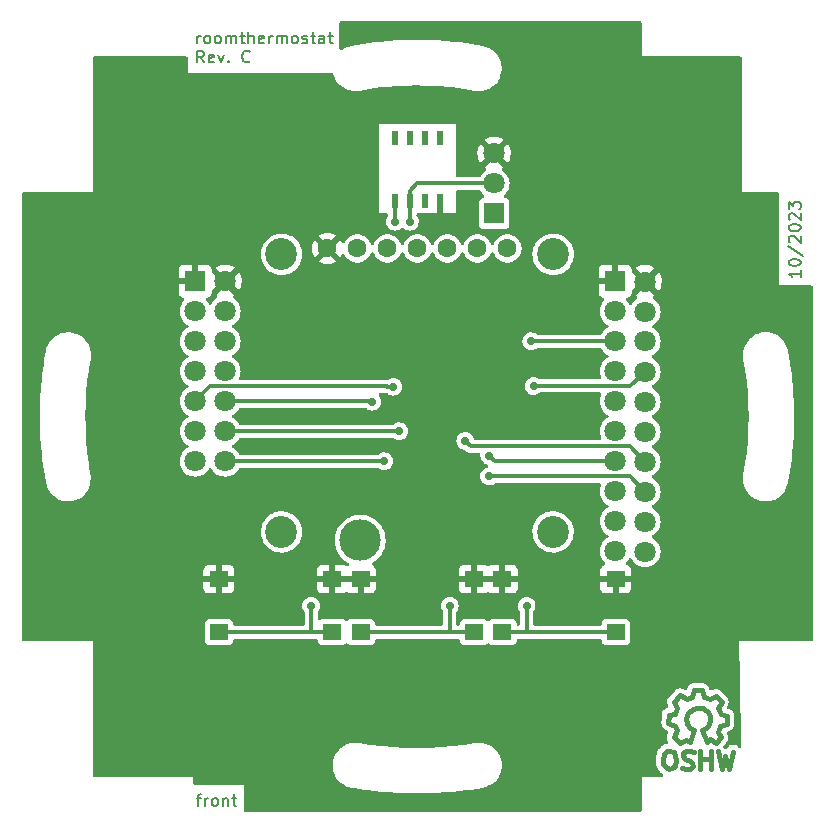
<source format=gbr>
G04 #@! TF.GenerationSoftware,KiCad,Pcbnew,6.0.11-2627ca5db0~126~ubuntu22.04.1*
G04 #@! TF.CreationDate,2023-12-06T10:27:33+01:00*
G04 #@! TF.ProjectId,roomthermostat,726f6f6d-7468-4657-926d-6f737461742e,C*
G04 #@! TF.SameCoordinates,Original*
G04 #@! TF.FileFunction,Copper,L1,Top*
G04 #@! TF.FilePolarity,Positive*
%FSLAX46Y46*%
G04 Gerber Fmt 4.6, Leading zero omitted, Abs format (unit mm)*
G04 Created by KiCad (PCBNEW 6.0.11-2627ca5db0~126~ubuntu22.04.1) date 2023-12-06 10:27:33*
%MOMM*%
%LPD*%
G01*
G04 APERTURE LIST*
%ADD10C,0.200000*%
G04 #@! TA.AperFunction,NonConductor*
%ADD11C,0.200000*%
G04 #@! TD*
G04 #@! TA.AperFunction,EtchedComponent*
%ADD12C,0.381000*%
G04 #@! TD*
G04 #@! TA.AperFunction,ComponentPad*
%ADD13C,1.600000*%
G04 #@! TD*
G04 #@! TA.AperFunction,ComponentPad*
%ADD14C,2.700000*%
G04 #@! TD*
G04 #@! TA.AperFunction,SMDPad,CuDef*
%ADD15R,0.508000X1.143000*%
G04 #@! TD*
G04 #@! TA.AperFunction,SMDPad,CuDef*
%ADD16R,1.600000X1.400000*%
G04 #@! TD*
G04 #@! TA.AperFunction,ComponentPad*
%ADD17R,1.800000X1.800000*%
G04 #@! TD*
G04 #@! TA.AperFunction,ComponentPad*
%ADD18C,1.800000*%
G04 #@! TD*
G04 #@! TA.AperFunction,ComponentPad*
%ADD19C,3.500000*%
G04 #@! TD*
G04 #@! TA.AperFunction,ViaPad*
%ADD20C,1.000000*%
G04 #@! TD*
G04 #@! TA.AperFunction,ViaPad*
%ADD21C,0.700000*%
G04 #@! TD*
G04 #@! TA.AperFunction,Conductor*
%ADD22C,0.500000*%
G04 #@! TD*
G04 #@! TA.AperFunction,Conductor*
%ADD23C,0.300000*%
G04 #@! TD*
G04 APERTURE END LIST*
D10*
D11*
X129367380Y-87989047D02*
X129367380Y-88560476D01*
X129367380Y-88274761D02*
X128367380Y-88274761D01*
X128510238Y-88370000D01*
X128605476Y-88465238D01*
X128653095Y-88560476D01*
X128367380Y-87370000D02*
X128367380Y-87274761D01*
X128415000Y-87179523D01*
X128462619Y-87131904D01*
X128557857Y-87084285D01*
X128748333Y-87036666D01*
X128986428Y-87036666D01*
X129176904Y-87084285D01*
X129272142Y-87131904D01*
X129319761Y-87179523D01*
X129367380Y-87274761D01*
X129367380Y-87370000D01*
X129319761Y-87465238D01*
X129272142Y-87512857D01*
X129176904Y-87560476D01*
X128986428Y-87608095D01*
X128748333Y-87608095D01*
X128557857Y-87560476D01*
X128462619Y-87512857D01*
X128415000Y-87465238D01*
X128367380Y-87370000D01*
X128319761Y-85893809D02*
X129605476Y-86750952D01*
X128462619Y-85608095D02*
X128415000Y-85560476D01*
X128367380Y-85465238D01*
X128367380Y-85227142D01*
X128415000Y-85131904D01*
X128462619Y-85084285D01*
X128557857Y-85036666D01*
X128653095Y-85036666D01*
X128795952Y-85084285D01*
X129367380Y-85655714D01*
X129367380Y-85036666D01*
X128367380Y-84417619D02*
X128367380Y-84322380D01*
X128415000Y-84227142D01*
X128462619Y-84179523D01*
X128557857Y-84131904D01*
X128748333Y-84084285D01*
X128986428Y-84084285D01*
X129176904Y-84131904D01*
X129272142Y-84179523D01*
X129319761Y-84227142D01*
X129367380Y-84322380D01*
X129367380Y-84417619D01*
X129319761Y-84512857D01*
X129272142Y-84560476D01*
X129176904Y-84608095D01*
X128986428Y-84655714D01*
X128748333Y-84655714D01*
X128557857Y-84608095D01*
X128462619Y-84560476D01*
X128415000Y-84512857D01*
X128367380Y-84417619D01*
X128462619Y-83703333D02*
X128415000Y-83655714D01*
X128367380Y-83560476D01*
X128367380Y-83322380D01*
X128415000Y-83227142D01*
X128462619Y-83179523D01*
X128557857Y-83131904D01*
X128653095Y-83131904D01*
X128795952Y-83179523D01*
X129367380Y-83750952D01*
X129367380Y-83131904D01*
X128367380Y-82798571D02*
X128367380Y-82179523D01*
X128748333Y-82512857D01*
X128748333Y-82370000D01*
X128795952Y-82274761D01*
X128843571Y-82227142D01*
X128938809Y-82179523D01*
X129176904Y-82179523D01*
X129272142Y-82227142D01*
X129319761Y-82274761D01*
X129367380Y-82370000D01*
X129367380Y-82655714D01*
X129319761Y-82750952D01*
X129272142Y-82798571D01*
D10*
D11*
X78224523Y-132655714D02*
X78605476Y-132655714D01*
X78367380Y-133322380D02*
X78367380Y-132465238D01*
X78415000Y-132370000D01*
X78510238Y-132322380D01*
X78605476Y-132322380D01*
X78938809Y-133322380D02*
X78938809Y-132655714D01*
X78938809Y-132846190D02*
X78986428Y-132750952D01*
X79034047Y-132703333D01*
X79129285Y-132655714D01*
X79224523Y-132655714D01*
X79700714Y-133322380D02*
X79605476Y-133274761D01*
X79557857Y-133227142D01*
X79510238Y-133131904D01*
X79510238Y-132846190D01*
X79557857Y-132750952D01*
X79605476Y-132703333D01*
X79700714Y-132655714D01*
X79843571Y-132655714D01*
X79938809Y-132703333D01*
X79986428Y-132750952D01*
X80034047Y-132846190D01*
X80034047Y-133131904D01*
X79986428Y-133227142D01*
X79938809Y-133274761D01*
X79843571Y-133322380D01*
X79700714Y-133322380D01*
X80462619Y-132655714D02*
X80462619Y-133322380D01*
X80462619Y-132750952D02*
X80510238Y-132703333D01*
X80605476Y-132655714D01*
X80748333Y-132655714D01*
X80843571Y-132703333D01*
X80891190Y-132798571D01*
X80891190Y-133322380D01*
X81224523Y-132655714D02*
X81605476Y-132655714D01*
X81367380Y-132322380D02*
X81367380Y-133179523D01*
X81415000Y-133274761D01*
X81510238Y-133322380D01*
X81605476Y-133322380D01*
D10*
D11*
X78283095Y-68767380D02*
X78283095Y-68100714D01*
X78283095Y-68291190D02*
X78330714Y-68195952D01*
X78378333Y-68148333D01*
X78473571Y-68100714D01*
X78568809Y-68100714D01*
X79045000Y-68767380D02*
X78949761Y-68719761D01*
X78902142Y-68672142D01*
X78854523Y-68576904D01*
X78854523Y-68291190D01*
X78902142Y-68195952D01*
X78949761Y-68148333D01*
X79045000Y-68100714D01*
X79187857Y-68100714D01*
X79283095Y-68148333D01*
X79330714Y-68195952D01*
X79378333Y-68291190D01*
X79378333Y-68576904D01*
X79330714Y-68672142D01*
X79283095Y-68719761D01*
X79187857Y-68767380D01*
X79045000Y-68767380D01*
X79949761Y-68767380D02*
X79854523Y-68719761D01*
X79806904Y-68672142D01*
X79759285Y-68576904D01*
X79759285Y-68291190D01*
X79806904Y-68195952D01*
X79854523Y-68148333D01*
X79949761Y-68100714D01*
X80092619Y-68100714D01*
X80187857Y-68148333D01*
X80235476Y-68195952D01*
X80283095Y-68291190D01*
X80283095Y-68576904D01*
X80235476Y-68672142D01*
X80187857Y-68719761D01*
X80092619Y-68767380D01*
X79949761Y-68767380D01*
X80711666Y-68767380D02*
X80711666Y-68100714D01*
X80711666Y-68195952D02*
X80759285Y-68148333D01*
X80854523Y-68100714D01*
X80997380Y-68100714D01*
X81092619Y-68148333D01*
X81140238Y-68243571D01*
X81140238Y-68767380D01*
X81140238Y-68243571D02*
X81187857Y-68148333D01*
X81283095Y-68100714D01*
X81425952Y-68100714D01*
X81521190Y-68148333D01*
X81568809Y-68243571D01*
X81568809Y-68767380D01*
X81902142Y-68100714D02*
X82283095Y-68100714D01*
X82045000Y-67767380D02*
X82045000Y-68624523D01*
X82092619Y-68719761D01*
X82187857Y-68767380D01*
X82283095Y-68767380D01*
X82616428Y-68767380D02*
X82616428Y-67767380D01*
X83045000Y-68767380D02*
X83045000Y-68243571D01*
X82997380Y-68148333D01*
X82902142Y-68100714D01*
X82759285Y-68100714D01*
X82664047Y-68148333D01*
X82616428Y-68195952D01*
X83902142Y-68719761D02*
X83806904Y-68767380D01*
X83616428Y-68767380D01*
X83521190Y-68719761D01*
X83473571Y-68624523D01*
X83473571Y-68243571D01*
X83521190Y-68148333D01*
X83616428Y-68100714D01*
X83806904Y-68100714D01*
X83902142Y-68148333D01*
X83949761Y-68243571D01*
X83949761Y-68338809D01*
X83473571Y-68434047D01*
X84378333Y-68767380D02*
X84378333Y-68100714D01*
X84378333Y-68291190D02*
X84425952Y-68195952D01*
X84473571Y-68148333D01*
X84568809Y-68100714D01*
X84664047Y-68100714D01*
X84997380Y-68767380D02*
X84997380Y-68100714D01*
X84997380Y-68195952D02*
X85045000Y-68148333D01*
X85140238Y-68100714D01*
X85283095Y-68100714D01*
X85378333Y-68148333D01*
X85425952Y-68243571D01*
X85425952Y-68767380D01*
X85425952Y-68243571D02*
X85473571Y-68148333D01*
X85568809Y-68100714D01*
X85711666Y-68100714D01*
X85806904Y-68148333D01*
X85854523Y-68243571D01*
X85854523Y-68767380D01*
X86473571Y-68767380D02*
X86378333Y-68719761D01*
X86330714Y-68672142D01*
X86283095Y-68576904D01*
X86283095Y-68291190D01*
X86330714Y-68195952D01*
X86378333Y-68148333D01*
X86473571Y-68100714D01*
X86616428Y-68100714D01*
X86711666Y-68148333D01*
X86759285Y-68195952D01*
X86806904Y-68291190D01*
X86806904Y-68576904D01*
X86759285Y-68672142D01*
X86711666Y-68719761D01*
X86616428Y-68767380D01*
X86473571Y-68767380D01*
X87187857Y-68719761D02*
X87283095Y-68767380D01*
X87473571Y-68767380D01*
X87568809Y-68719761D01*
X87616428Y-68624523D01*
X87616428Y-68576904D01*
X87568809Y-68481666D01*
X87473571Y-68434047D01*
X87330714Y-68434047D01*
X87235476Y-68386428D01*
X87187857Y-68291190D01*
X87187857Y-68243571D01*
X87235476Y-68148333D01*
X87330714Y-68100714D01*
X87473571Y-68100714D01*
X87568809Y-68148333D01*
X87902142Y-68100714D02*
X88283095Y-68100714D01*
X88045000Y-67767380D02*
X88045000Y-68624523D01*
X88092619Y-68719761D01*
X88187857Y-68767380D01*
X88283095Y-68767380D01*
X89045000Y-68767380D02*
X89045000Y-68243571D01*
X88997380Y-68148333D01*
X88902142Y-68100714D01*
X88711666Y-68100714D01*
X88616428Y-68148333D01*
X89045000Y-68719761D02*
X88949761Y-68767380D01*
X88711666Y-68767380D01*
X88616428Y-68719761D01*
X88568809Y-68624523D01*
X88568809Y-68529285D01*
X88616428Y-68434047D01*
X88711666Y-68386428D01*
X88949761Y-68386428D01*
X89045000Y-68338809D01*
X89378333Y-68100714D02*
X89759285Y-68100714D01*
X89521190Y-67767380D02*
X89521190Y-68624523D01*
X89568809Y-68719761D01*
X89664047Y-68767380D01*
X89759285Y-68767380D01*
X78854523Y-70377380D02*
X78521190Y-69901190D01*
X78283095Y-70377380D02*
X78283095Y-69377380D01*
X78664047Y-69377380D01*
X78759285Y-69425000D01*
X78806904Y-69472619D01*
X78854523Y-69567857D01*
X78854523Y-69710714D01*
X78806904Y-69805952D01*
X78759285Y-69853571D01*
X78664047Y-69901190D01*
X78283095Y-69901190D01*
X79664047Y-70329761D02*
X79568809Y-70377380D01*
X79378333Y-70377380D01*
X79283095Y-70329761D01*
X79235476Y-70234523D01*
X79235476Y-69853571D01*
X79283095Y-69758333D01*
X79378333Y-69710714D01*
X79568809Y-69710714D01*
X79664047Y-69758333D01*
X79711666Y-69853571D01*
X79711666Y-69948809D01*
X79235476Y-70044047D01*
X80045000Y-69710714D02*
X80283095Y-70377380D01*
X80521190Y-69710714D01*
X80902142Y-70282142D02*
X80949761Y-70329761D01*
X80902142Y-70377380D01*
X80854523Y-70329761D01*
X80902142Y-70282142D01*
X80902142Y-70377380D01*
X82711666Y-70282142D02*
X82664047Y-70329761D01*
X82521190Y-70377380D01*
X82425952Y-70377380D01*
X82283095Y-70329761D01*
X82187857Y-70234523D01*
X82140238Y-70139285D01*
X82092619Y-69948809D01*
X82092619Y-69805952D01*
X82140238Y-69615476D01*
X82187857Y-69520238D01*
X82283095Y-69425000D01*
X82425952Y-69377380D01*
X82521190Y-69377380D01*
X82664047Y-69425000D01*
X82711666Y-69472619D01*
D12*
X118714280Y-129939590D02*
X118785400Y-129479850D01*
X121315240Y-126749350D02*
X121515900Y-126551230D01*
X122364260Y-127049070D02*
X122554760Y-126579170D01*
X120004600Y-129500170D02*
X120184940Y-129660190D01*
X119814100Y-125448870D02*
X119664240Y-125900990D01*
X121665760Y-125751130D02*
X121515900Y-125400610D01*
X123164360Y-126391210D02*
X123164360Y-125710490D01*
X119994440Y-130180890D02*
X119674400Y-130208830D01*
X121046000Y-123538790D02*
X120355120Y-123521010D01*
X118884460Y-126929690D02*
X118625380Y-127491030D01*
X122204240Y-124018850D02*
X121686080Y-124280470D01*
X120614200Y-124999290D02*
X120215420Y-125100890D01*
X120314480Y-126899210D02*
X119963960Y-127899970D01*
X122554760Y-126579170D02*
X123164360Y-126391210D01*
X120225580Y-129959910D02*
X119994440Y-130180890D01*
X121686080Y-124280470D02*
X121216180Y-124079810D01*
X121754660Y-128659430D02*
X121754660Y-130201210D01*
X119163860Y-128009190D02*
X119684560Y-127739950D01*
X123283740Y-130170730D02*
X123624100Y-128720390D01*
X118285020Y-128649270D02*
X118036100Y-128669590D01*
X118036100Y-128669590D02*
X117794800Y-128910890D01*
X121015520Y-126899210D02*
X121414300Y-127899970D01*
X118185960Y-130191050D02*
X118495840Y-130119930D01*
X122333780Y-128689910D02*
X122694460Y-130160570D01*
X120865660Y-128649270D02*
X120865660Y-130218990D01*
X120144300Y-124069650D02*
X119725200Y-124239830D01*
X120314480Y-128750870D02*
X119963960Y-128669590D01*
X118175800Y-126320090D02*
X118734600Y-126520750D01*
X122646200Y-127529130D02*
X122364260Y-127049070D01*
X122973860Y-129098850D02*
X123283740Y-130170730D01*
X119643920Y-128659430D02*
X119405160Y-128860090D01*
X122605560Y-125570790D02*
X122404900Y-124999290D01*
X118734600Y-125519990D02*
X118185960Y-125619050D01*
X119674400Y-130208830D02*
X119323880Y-130099610D01*
X118625380Y-128788970D02*
X118264700Y-128659430D01*
X118734600Y-129070910D02*
X118625380Y-128788970D01*
X121015520Y-126899210D02*
X121315240Y-126749350D01*
X118785400Y-129479850D02*
X118734600Y-129070910D01*
X117794800Y-128910890D02*
X117705900Y-129401110D01*
X119684560Y-127739950D02*
X119963960Y-127899970D01*
X122694460Y-130160570D02*
X122973860Y-129098850D01*
X119615980Y-129370630D02*
X120004600Y-129500170D01*
X119374680Y-129129330D02*
X119615980Y-129370630D01*
X121063780Y-125050090D02*
X120614200Y-124999290D01*
X119664240Y-125900990D02*
X119715040Y-126398830D01*
X122173760Y-128019350D02*
X122646200Y-127529130D01*
X121216180Y-124079810D02*
X121046000Y-123538790D01*
X120355120Y-123521010D02*
X120144300Y-124069650D01*
X119963960Y-128669590D02*
X119643920Y-128659430D01*
X121734340Y-127689150D02*
X122173760Y-128019350D01*
X118655860Y-124498910D02*
X118904780Y-125039930D01*
X117934500Y-130069130D02*
X118185960Y-130191050D01*
X118904780Y-125039930D02*
X118734600Y-125519990D01*
X121703860Y-129370630D02*
X121714020Y-129380790D01*
X118734600Y-126520750D02*
X118874300Y-126919530D01*
X120184940Y-129660190D02*
X120225580Y-129959910D01*
X121515900Y-125400610D02*
X121063780Y-125050090D01*
X121404140Y-127879650D02*
X121734340Y-127689150D01*
X119715040Y-126398830D02*
X119963960Y-126701090D01*
X122674140Y-124529390D02*
X122204240Y-124018850D01*
X119405160Y-128860090D02*
X119374680Y-129129330D01*
X118495840Y-130119930D02*
X118714280Y-129939590D01*
X121714020Y-129380790D02*
X121714020Y-129370630D01*
X118185960Y-125619050D02*
X118175800Y-126320090D01*
X118625380Y-127491030D02*
X119163860Y-128009190D01*
X119174020Y-123970590D02*
X118655860Y-124498910D01*
X121515900Y-126551230D02*
X121665760Y-126149910D01*
X121665760Y-126149910D02*
X121665760Y-125751130D01*
X117705900Y-129401110D02*
X117733840Y-129749090D01*
X120215420Y-125100890D02*
X119814100Y-125448870D01*
X123164360Y-125710490D02*
X122605560Y-125570790D01*
X117733840Y-129749090D02*
X117934500Y-130069130D01*
X120865660Y-130218990D02*
X120875820Y-130208830D01*
X119725200Y-124239830D02*
X119174020Y-123970590D01*
X120913920Y-129380790D02*
X121703860Y-129370630D01*
X119963960Y-126701090D02*
X120314480Y-126899210D01*
X122404900Y-124999290D02*
X122674140Y-124529390D01*
D13*
X89295000Y-86120000D03*
X91835000Y-86120000D03*
X94375000Y-86120000D03*
X96915000Y-86120000D03*
X99455000Y-86120000D03*
X101995000Y-86120000D03*
X104535000Y-86120000D03*
D14*
X85415000Y-86620000D03*
X85415000Y-110120000D03*
X108415000Y-110120000D03*
X108415000Y-86620000D03*
D15*
X95010000Y-82082000D03*
X96280000Y-82082000D03*
X97550000Y-82082000D03*
X98820000Y-82082000D03*
X98820000Y-76748000D03*
X97550000Y-76748000D03*
X96280000Y-76748000D03*
X95010000Y-76748000D03*
D16*
X89715000Y-114120000D03*
X80115000Y-114120000D03*
X80115000Y-118620000D03*
X89715000Y-118620000D03*
X101715000Y-114120000D03*
X92115000Y-114120000D03*
X101715000Y-118620000D03*
X92115000Y-118620000D03*
X104115000Y-114120000D03*
X113715000Y-114120000D03*
X104115000Y-118620000D03*
X113715000Y-118620000D03*
D17*
X103415000Y-83160000D03*
D18*
X103415000Y-80620000D03*
X103415000Y-78080000D03*
D17*
X113665000Y-88900000D03*
D18*
X116205000Y-88930000D03*
X113665000Y-91440000D03*
X116205000Y-91470000D03*
X113665000Y-93980000D03*
X116205000Y-93980000D03*
X113665000Y-96520000D03*
X116205000Y-96550000D03*
X113665000Y-99060000D03*
X116205000Y-99090000D03*
X113665000Y-101600000D03*
X116205000Y-101630000D03*
X113665000Y-104140000D03*
X116205000Y-104170000D03*
X113665000Y-106680000D03*
X116205000Y-106710000D03*
X113665000Y-109220000D03*
X116205000Y-109250000D03*
X113665000Y-111760000D03*
X116205000Y-111790000D03*
D17*
X78105000Y-88900000D03*
D18*
X80645000Y-88900000D03*
X78105000Y-91440000D03*
X80645000Y-91440000D03*
X78105000Y-93980000D03*
X80645000Y-93980000D03*
X78105000Y-96520000D03*
X80645000Y-96520000D03*
X78105000Y-99060000D03*
X80645000Y-99060000D03*
X78105000Y-101600000D03*
X80645000Y-101600000D03*
X78105000Y-104140000D03*
X80645000Y-104140000D03*
D19*
X92075000Y-110840000D03*
D20*
X98820000Y-83860000D03*
D21*
X94121002Y-104140000D03*
X95391000Y-101600000D03*
X102990999Y-105429999D03*
X94883000Y-97830000D03*
X96280000Y-83860000D03*
X106165000Y-116370000D03*
X106759010Y-97770000D03*
X87915000Y-116370000D03*
X106567000Y-93980000D03*
X99665000Y-116370000D03*
X95010000Y-83860000D03*
X93105000Y-99100000D03*
X100979000Y-102402000D03*
X103011000Y-103672004D03*
D22*
X98820000Y-83860000D02*
X98820000Y-82082000D01*
D23*
X80645000Y-104140000D02*
X94121002Y-104140000D01*
X80645000Y-101600000D02*
X95391000Y-101600000D01*
X114924999Y-105429999D02*
X102990999Y-105429999D01*
X116205000Y-106710000D02*
X114924999Y-105429999D01*
X96280000Y-81255000D02*
X96280000Y-82082000D01*
X79355001Y-97809999D02*
X94368025Y-97809999D01*
X94368025Y-97809999D02*
X94388026Y-97830000D01*
X78105000Y-99060000D02*
X79355001Y-97809999D01*
X103415000Y-80620000D02*
X96915000Y-80620000D01*
X94388026Y-97830000D02*
X94883000Y-97830000D01*
X96280000Y-82082000D02*
X96280000Y-83860000D01*
X96915000Y-80620000D02*
X96280000Y-81255000D01*
X106759010Y-97770000D02*
X113025000Y-97770000D01*
X113715000Y-118620000D02*
X106165000Y-118620000D01*
X116205000Y-96550000D02*
X114945001Y-97809999D01*
X106165000Y-118620000D02*
X104115000Y-118620000D01*
X106165000Y-116370000D02*
X106165000Y-118620000D01*
X113064999Y-97809999D02*
X113025000Y-97770000D01*
X114945001Y-97809999D02*
X113064999Y-97809999D01*
X87915000Y-118620000D02*
X80115000Y-118620000D01*
X87915000Y-116370000D02*
X87915000Y-118620000D01*
X87915000Y-118620000D02*
X89715000Y-118620000D01*
X99665000Y-118620000D02*
X101715000Y-118620000D01*
X92115000Y-118620000D02*
X99665000Y-118620000D01*
X99665000Y-116370000D02*
X99665000Y-118620000D01*
X113665000Y-93980000D02*
X106567000Y-93980000D01*
X95010000Y-83860000D02*
X95010000Y-82082000D01*
X93105000Y-99100000D02*
X93065000Y-99060000D01*
X93065000Y-99060000D02*
X80645000Y-99060000D01*
X100979000Y-102402000D02*
X101467000Y-102890000D01*
X114925000Y-102890000D02*
X101467000Y-102890000D01*
X116205000Y-104170000D02*
X114925000Y-102890000D01*
X113665000Y-104140000D02*
X103478996Y-104140000D01*
X103011000Y-103672004D02*
X103478996Y-104140000D01*
G04 #@! TA.AperFunction,Conductor*
G36*
X115840500Y-66889962D02*
G01*
X115895038Y-66944500D01*
X115915000Y-67019000D01*
X115915000Y-69870000D01*
X124266000Y-69870000D01*
X124340500Y-69889962D01*
X124395038Y-69944500D01*
X124415000Y-70019000D01*
X124415000Y-81370000D01*
X127410500Y-81370000D01*
X127485000Y-81389962D01*
X127539538Y-81444500D01*
X127559500Y-81519000D01*
X127559500Y-89251452D01*
X130266000Y-89251452D01*
X130340500Y-89271414D01*
X130395038Y-89325952D01*
X130415000Y-89400452D01*
X130415000Y-119221000D01*
X130395038Y-119295500D01*
X130340500Y-119350038D01*
X130266000Y-119370000D01*
X124165000Y-119370000D01*
X124165444Y-119390436D01*
X124165444Y-119390437D01*
X124237093Y-122686292D01*
X124357910Y-128243829D01*
X124358346Y-128263894D01*
X124340007Y-128338810D01*
X124286668Y-128394520D01*
X124212619Y-128416097D01*
X124137703Y-128397758D01*
X124094068Y-128361492D01*
X124038397Y-128293459D01*
X124038391Y-128293453D01*
X124032211Y-128285901D01*
X124024286Y-128280205D01*
X124024284Y-128280203D01*
X123913784Y-128200782D01*
X123905851Y-128195080D01*
X123760290Y-128140056D01*
X123750576Y-128139085D01*
X123750575Y-128139085D01*
X123615164Y-128125553D01*
X123605448Y-128124582D01*
X123595811Y-128126159D01*
X123595808Y-128126159D01*
X123461519Y-128148133D01*
X123461516Y-128148134D01*
X123451878Y-128149711D01*
X123430643Y-128159296D01*
X123318944Y-128209713D01*
X123318942Y-128209714D01*
X123310043Y-128213731D01*
X123189611Y-128312279D01*
X123109470Y-128423779D01*
X123049781Y-128472623D01*
X122973666Y-128485079D01*
X122901520Y-128457808D01*
X122858875Y-128409668D01*
X122856247Y-128402921D01*
X122850081Y-128394520D01*
X122830490Y-128367831D01*
X122802498Y-128295962D01*
X122814191Y-128219725D01*
X122843317Y-128176268D01*
X123035242Y-127977120D01*
X123050946Y-127962984D01*
X123063123Y-127953496D01*
X123063127Y-127953492D01*
X123070827Y-127947492D01*
X123095070Y-127915408D01*
X123096791Y-127913255D01*
X123098628Y-127911348D01*
X123101518Y-127907434D01*
X123101529Y-127907421D01*
X123119232Y-127883444D01*
X123120099Y-127882282D01*
X123164639Y-127823336D01*
X123165887Y-127820259D01*
X123167854Y-127817595D01*
X123194822Y-127748931D01*
X123195387Y-127747515D01*
X123223119Y-127679129D01*
X123223527Y-127675842D01*
X123224740Y-127672753D01*
X123233001Y-127599580D01*
X123233194Y-127597945D01*
X123241204Y-127533407D01*
X123241204Y-127533404D01*
X123242284Y-127524701D01*
X123241826Y-127521414D01*
X123242198Y-127518122D01*
X123231221Y-127445170D01*
X123231000Y-127443650D01*
X123222033Y-127379242D01*
X123222033Y-127379241D01*
X123220826Y-127370574D01*
X123219536Y-127367524D01*
X123219042Y-127364241D01*
X123189542Y-127296583D01*
X123188894Y-127295074D01*
X123175429Y-127263238D01*
X123174089Y-127260955D01*
X123172925Y-127258473D01*
X123160750Y-127230551D01*
X123160749Y-127230550D01*
X123156846Y-127221598D01*
X123150759Y-127213961D01*
X123147374Y-127208341D01*
X123126038Y-127134222D01*
X123144621Y-127059366D01*
X123198141Y-127003830D01*
X123231104Y-126989086D01*
X123278897Y-126974350D01*
X123303344Y-126969012D01*
X123308957Y-126968273D01*
X123308958Y-126968273D01*
X123318642Y-126966998D01*
X123358503Y-126950487D01*
X123369007Y-126946701D01*
X123370852Y-126945997D01*
X123375513Y-126944560D01*
X123398190Y-126934161D01*
X123403264Y-126931947D01*
X123453393Y-126911183D01*
X123462410Y-126907448D01*
X123469614Y-126901920D01*
X123473205Y-126899757D01*
X123481446Y-126895978D01*
X123488966Y-126889749D01*
X123488969Y-126889747D01*
X123514617Y-126868501D01*
X123530737Y-126855149D01*
X123535068Y-126851695D01*
X123578117Y-126818663D01*
X123578121Y-126818659D01*
X123585866Y-126812716D01*
X123591387Y-126805521D01*
X123594296Y-126802501D01*
X123601285Y-126796712D01*
X123616986Y-126774589D01*
X123638323Y-126744524D01*
X123641623Y-126740053D01*
X123674655Y-126697005D01*
X123680598Y-126689260D01*
X123684069Y-126680881D01*
X123686104Y-126677198D01*
X123691348Y-126669809D01*
X123694743Y-126660662D01*
X123694748Y-126660653D01*
X123713626Y-126609793D01*
X123715655Y-126604624D01*
X123736410Y-126554517D01*
X123736410Y-126554515D01*
X123740148Y-126545492D01*
X123741332Y-126536505D01*
X123742344Y-126532422D01*
X123745499Y-126523922D01*
X123751482Y-126460194D01*
X123752105Y-126454673D01*
X123754723Y-126434790D01*
X123754724Y-126434782D01*
X123755360Y-126429948D01*
X123755360Y-126425070D01*
X123755492Y-126423056D01*
X123756012Y-126411946D01*
X123759133Y-126378707D01*
X123759133Y-126378705D01*
X123760045Y-126368990D01*
X123757462Y-126353775D01*
X123755360Y-126328835D01*
X123755360Y-125752747D01*
X123756328Y-125735787D01*
X123759264Y-125710163D01*
X123759264Y-125710161D01*
X123760375Y-125700464D01*
X123749836Y-125629634D01*
X123749489Y-125627155D01*
X123741422Y-125565888D01*
X123740148Y-125556208D01*
X123738216Y-125551543D01*
X123737472Y-125546545D01*
X123708989Y-125480926D01*
X123708010Y-125478617D01*
X123684339Y-125421469D01*
X123684335Y-125421462D01*
X123680598Y-125412440D01*
X123677521Y-125408430D01*
X123675511Y-125403799D01*
X123642038Y-125361662D01*
X123630973Y-125347733D01*
X123629432Y-125345760D01*
X123604716Y-125313550D01*
X123585866Y-125288984D01*
X123581861Y-125285911D01*
X123578717Y-125281953D01*
X123570874Y-125276142D01*
X123570871Y-125276139D01*
X123521202Y-125239338D01*
X123519200Y-125237828D01*
X123470156Y-125200195D01*
X123470152Y-125200192D01*
X123462410Y-125194252D01*
X123457741Y-125192318D01*
X123453685Y-125189313D01*
X123387127Y-125163046D01*
X123384806Y-125162108D01*
X123318642Y-125134702D01*
X123283395Y-125130061D01*
X123266715Y-125126890D01*
X123235770Y-125119153D01*
X123168337Y-125081719D01*
X123128655Y-125015582D01*
X123127358Y-124938465D01*
X123142625Y-124900532D01*
X123154542Y-124879732D01*
X123169478Y-124858276D01*
X123171330Y-124856059D01*
X123177591Y-124848564D01*
X123181698Y-124839706D01*
X123181701Y-124839701D01*
X123196900Y-124806919D01*
X123202782Y-124795541D01*
X123206189Y-124789594D01*
X123214622Y-124769043D01*
X123217269Y-124762982D01*
X123243045Y-124707386D01*
X123244719Y-124697764D01*
X123245521Y-124695202D01*
X123245840Y-124694318D01*
X123246042Y-124693394D01*
X123246726Y-124690808D01*
X123250432Y-124681777D01*
X123251675Y-124672092D01*
X123258228Y-124621022D01*
X123259223Y-124614438D01*
X123268054Y-124563700D01*
X123268054Y-124563695D01*
X123269728Y-124554078D01*
X123268856Y-124544357D01*
X123268968Y-124541663D01*
X123269047Y-124540734D01*
X123269004Y-124539812D01*
X123268995Y-124537111D01*
X123270237Y-124527430D01*
X123268474Y-124514367D01*
X123262041Y-124466726D01*
X123261297Y-124460102D01*
X123260721Y-124453674D01*
X123257466Y-124417388D01*
X123256697Y-124408815D01*
X123256697Y-124408813D01*
X123255824Y-124399086D01*
X123252463Y-124389916D01*
X123251874Y-124387285D01*
X123251710Y-124386371D01*
X123251423Y-124385468D01*
X123250723Y-124382890D01*
X123249417Y-124373215D01*
X123225779Y-124316675D01*
X123223374Y-124310540D01*
X123202278Y-124252976D01*
X123196659Y-124244989D01*
X123195424Y-124242629D01*
X123195018Y-124241764D01*
X123194521Y-124240989D01*
X123193160Y-124238649D01*
X123189395Y-124229644D01*
X123183429Y-124221922D01*
X123183425Y-124221915D01*
X123151939Y-124181161D01*
X123147984Y-124175799D01*
X123144575Y-124170953D01*
X123135223Y-124157659D01*
X123130590Y-124152625D01*
X123122327Y-124142832D01*
X123094257Y-124106500D01*
X123086493Y-124100583D01*
X123086487Y-124100577D01*
X123084191Y-124098828D01*
X123064871Y-124081223D01*
X123028402Y-124041599D01*
X122675615Y-123658301D01*
X122662143Y-123641339D01*
X122654193Y-123629681D01*
X122648692Y-123621613D01*
X122641294Y-123615248D01*
X122641292Y-123615245D01*
X122628970Y-123604643D01*
X122618119Y-123595307D01*
X122615206Y-123592667D01*
X122612855Y-123590113D01*
X122587276Y-123568746D01*
X122585626Y-123567347D01*
X122545241Y-123532597D01*
X122530736Y-123520116D01*
X122526781Y-123518212D01*
X122523414Y-123515399D01*
X122457716Y-123484939D01*
X122455750Y-123484010D01*
X122398852Y-123456614D01*
X122398847Y-123456612D01*
X122390529Y-123452607D01*
X122386219Y-123451792D01*
X122382236Y-123449945D01*
X122373128Y-123448360D01*
X122373125Y-123448359D01*
X122310931Y-123437534D01*
X122308790Y-123437145D01*
X122246720Y-123425405D01*
X122246718Y-123425405D01*
X122237626Y-123423685D01*
X122233246Y-123424014D01*
X122228928Y-123423262D01*
X122156821Y-123429730D01*
X122154747Y-123429902D01*
X122109051Y-123433329D01*
X122091659Y-123434634D01*
X122091657Y-123434634D01*
X122082449Y-123435325D01*
X122078309Y-123436774D01*
X122073937Y-123437166D01*
X122006002Y-123462062D01*
X122003978Y-123462787D01*
X121981733Y-123470573D01*
X121972450Y-123473822D01*
X121969351Y-123475387D01*
X121965666Y-123476845D01*
X121927826Y-123490712D01*
X121908294Y-123504452D01*
X121889737Y-123515584D01*
X121846612Y-123537358D01*
X121771112Y-123553116D01*
X121697847Y-123529013D01*
X121646449Y-123471506D01*
X121637324Y-123449062D01*
X121632001Y-123432141D01*
X121629168Y-123418512D01*
X121628877Y-123418582D01*
X121626592Y-123409082D01*
X121625567Y-123399372D01*
X121622023Y-123390150D01*
X121605911Y-123348235D01*
X121602856Y-123339485D01*
X121599609Y-123329161D01*
X121599606Y-123329154D01*
X121598143Y-123324502D01*
X121596086Y-123320083D01*
X121596081Y-123320070D01*
X121592529Y-123312441D01*
X121588537Y-123303034D01*
X121569735Y-123254120D01*
X121563990Y-123246220D01*
X121559327Y-123237642D01*
X121559340Y-123237635D01*
X121558337Y-123235932D01*
X121558325Y-123235940D01*
X121553081Y-123227697D01*
X121548962Y-123218847D01*
X121542693Y-123211365D01*
X121542690Y-123211361D01*
X121515316Y-123178693D01*
X121509017Y-123170629D01*
X121483956Y-123136167D01*
X121483953Y-123136164D01*
X121478211Y-123128268D01*
X121470618Y-123122125D01*
X121463892Y-123115044D01*
X121463903Y-123115033D01*
X121462496Y-123113650D01*
X121462486Y-123113661D01*
X121455289Y-123107057D01*
X121449017Y-123099572D01*
X121406137Y-123069504D01*
X121397965Y-123063345D01*
X121364826Y-123036534D01*
X121357233Y-123030391D01*
X121348308Y-123026422D01*
X121339980Y-123021324D01*
X121339988Y-123021311D01*
X121338267Y-123020337D01*
X121338260Y-123020351D01*
X121329600Y-123015836D01*
X121321606Y-123010230D01*
X121312434Y-123006885D01*
X121312429Y-123006882D01*
X121272396Y-122992280D01*
X121262912Y-122988447D01*
X121223972Y-122971131D01*
X121223964Y-122971129D01*
X121215044Y-122967162D01*
X121205398Y-122965639D01*
X121196035Y-122962870D01*
X121196039Y-122962855D01*
X121194127Y-122962361D01*
X121194124Y-122962374D01*
X121184587Y-122960253D01*
X121175414Y-122956907D01*
X121165689Y-122956050D01*
X121165686Y-122956049D01*
X121123236Y-122952307D01*
X121113074Y-122951058D01*
X121109059Y-122950424D01*
X121099930Y-122948982D01*
X121095056Y-122948857D01*
X121095049Y-122948856D01*
X121084222Y-122948578D01*
X121074966Y-122948051D01*
X121030134Y-122944098D01*
X121030133Y-122944098D01*
X121020402Y-122943240D01*
X121010780Y-122944930D01*
X121001026Y-122945349D01*
X121001013Y-122945050D01*
X120987139Y-122946079D01*
X120447934Y-122932203D01*
X120436142Y-122931430D01*
X120427125Y-122930479D01*
X120417634Y-122928197D01*
X120407875Y-122928449D01*
X120407874Y-122928449D01*
X120398210Y-122928699D01*
X120358909Y-122929714D01*
X120351268Y-122929715D01*
X120338194Y-122929379D01*
X120336461Y-122929334D01*
X120336460Y-122929334D01*
X120331599Y-122929209D01*
X120322281Y-122930193D01*
X120310498Y-122930965D01*
X120262072Y-122932216D01*
X120252418Y-122935072D01*
X120252370Y-122935086D01*
X120225753Y-122940382D01*
X120215702Y-122941443D01*
X120188609Y-122951857D01*
X120170486Y-122958823D01*
X120159297Y-122962621D01*
X120130533Y-122971131D01*
X120112852Y-122976362D01*
X120104523Y-122981462D01*
X120104521Y-122981463D01*
X120104230Y-122981641D01*
X120079890Y-122993646D01*
X120079567Y-122993770D01*
X120079563Y-122993772D01*
X120070450Y-122997275D01*
X120062552Y-123003019D01*
X120062548Y-123003021D01*
X120031282Y-123025759D01*
X120021455Y-123032326D01*
X119988474Y-123052521D01*
X119988468Y-123052526D01*
X119980142Y-123057624D01*
X119973417Y-123064705D01*
X119973414Y-123064708D01*
X119973173Y-123064962D01*
X119952771Y-123082856D01*
X119944598Y-123088800D01*
X119914128Y-123126461D01*
X119906353Y-123135327D01*
X119879712Y-123163382D01*
X119872986Y-123170465D01*
X119868325Y-123179043D01*
X119868321Y-123179048D01*
X119868159Y-123179346D01*
X119853076Y-123201923D01*
X119846721Y-123209778D01*
X119842752Y-123218704D01*
X119842750Y-123218707D01*
X119827037Y-123254041D01*
X119821816Y-123264631D01*
X119817342Y-123272864D01*
X119810295Y-123291204D01*
X119807356Y-123298301D01*
X119803132Y-123307801D01*
X119783492Y-123351966D01*
X119781968Y-123361618D01*
X119779405Y-123370286D01*
X119775604Y-123381483D01*
X119761075Y-123419292D01*
X119715718Y-123481674D01*
X119645247Y-123513020D01*
X119568545Y-123504930D01*
X119556594Y-123499727D01*
X119496910Y-123470573D01*
X119480936Y-123460788D01*
X119474846Y-123457350D01*
X119467044Y-123451483D01*
X119457990Y-123447835D01*
X119457986Y-123447833D01*
X119419389Y-123432283D01*
X119409672Y-123427959D01*
X119402989Y-123424694D01*
X119402977Y-123424689D01*
X119398610Y-123422556D01*
X119382741Y-123417235D01*
X119374468Y-123414185D01*
X119322705Y-123393331D01*
X119313013Y-123392151D01*
X119305247Y-123390150D01*
X119297370Y-123388614D01*
X119288114Y-123385511D01*
X119232411Y-123382070D01*
X119223601Y-123381262D01*
X119168233Y-123374519D01*
X119158565Y-123375887D01*
X119150529Y-123375965D01*
X119142543Y-123376519D01*
X119132797Y-123375917D01*
X119105356Y-123381483D01*
X119078141Y-123387003D01*
X119069402Y-123388507D01*
X119023826Y-123394957D01*
X119023824Y-123394958D01*
X119014155Y-123396326D01*
X119005166Y-123400152D01*
X118997454Y-123402299D01*
X118989862Y-123404908D01*
X118980289Y-123406850D01*
X118930342Y-123431715D01*
X118922315Y-123435417D01*
X118879956Y-123453446D01*
X118879953Y-123453448D01*
X118870973Y-123457270D01*
X118863288Y-123463286D01*
X118856388Y-123467360D01*
X118849725Y-123471848D01*
X118840983Y-123476200D01*
X118833668Y-123482664D01*
X118833665Y-123482666D01*
X118799180Y-123513139D01*
X118792367Y-123518807D01*
X118779207Y-123529110D01*
X118775794Y-123532589D01*
X118775786Y-123532597D01*
X118770585Y-123537900D01*
X118762872Y-123545223D01*
X118736242Y-123568755D01*
X118724374Y-123579242D01*
X118718980Y-123587381D01*
X118714383Y-123592663D01*
X118702610Y-123607209D01*
X118652501Y-123658301D01*
X118286670Y-124031304D01*
X118280876Y-124036638D01*
X118275036Y-124040317D01*
X118229405Y-124089605D01*
X118226470Y-124092685D01*
X118206798Y-124112743D01*
X118203873Y-124116632D01*
X118200686Y-124120338D01*
X118200587Y-124120253D01*
X118196493Y-124125155D01*
X118169319Y-124154507D01*
X118164766Y-124163146D01*
X118160651Y-124170953D01*
X118147925Y-124191030D01*
X118136753Y-124205886D01*
X118133104Y-124214944D01*
X118133101Y-124214949D01*
X118121804Y-124242991D01*
X118115412Y-124256782D01*
X118096760Y-124292169D01*
X118094599Y-124301686D01*
X118092646Y-124310288D01*
X118085549Y-124332980D01*
X118078601Y-124350225D01*
X118077421Y-124359917D01*
X118073765Y-124389932D01*
X118071162Y-124404901D01*
X118062302Y-124443919D01*
X118062678Y-124453674D01*
X118063018Y-124462504D01*
X118062036Y-124486243D01*
X118059789Y-124504697D01*
X118061157Y-124514363D01*
X118061157Y-124514367D01*
X118065395Y-124544312D01*
X118066754Y-124559449D01*
X118068295Y-124599417D01*
X118071184Y-124608746D01*
X118071184Y-124608747D01*
X118073793Y-124617173D01*
X118078990Y-124640364D01*
X118081596Y-124658775D01*
X118085421Y-124667761D01*
X118085423Y-124667769D01*
X118097266Y-124695592D01*
X118099460Y-124701578D01*
X118099584Y-124701530D01*
X118101326Y-124706079D01*
X118102770Y-124710742D01*
X118107977Y-124722058D01*
X118114500Y-124736237D01*
X118116237Y-124740160D01*
X118125939Y-124762953D01*
X118142540Y-124801957D01*
X118146797Y-124807395D01*
X118150450Y-124814372D01*
X118158024Y-124830835D01*
X118171028Y-124906857D01*
X118144277Y-124979198D01*
X118084941Y-125028472D01*
X118059139Y-125037577D01*
X118049731Y-125039952D01*
X118040038Y-125041086D01*
X118030966Y-125044691D01*
X118030965Y-125044691D01*
X117991338Y-125060436D01*
X117981709Y-125063884D01*
X117931825Y-125079837D01*
X117923607Y-125085120D01*
X117914777Y-125089281D01*
X117914771Y-125089267D01*
X117913017Y-125090169D01*
X117913024Y-125090181D01*
X117904494Y-125094942D01*
X117895422Y-125098547D01*
X117887595Y-125104375D01*
X117887591Y-125104377D01*
X117853400Y-125129835D01*
X117844988Y-125135660D01*
X117800926Y-125163985D01*
X117794358Y-125171211D01*
X117786902Y-125177520D01*
X117786893Y-125177509D01*
X117785435Y-125178831D01*
X117785445Y-125178841D01*
X117778437Y-125185649D01*
X117770606Y-125191480D01*
X117738100Y-125232594D01*
X117731507Y-125240369D01*
X117696267Y-125279145D01*
X117691793Y-125287827D01*
X117686225Y-125295848D01*
X117686212Y-125295839D01*
X117685145Y-125297494D01*
X117685158Y-125297502D01*
X117680154Y-125305887D01*
X117674095Y-125313550D01*
X117670227Y-125322520D01*
X117670224Y-125322524D01*
X117653345Y-125361662D01*
X117648978Y-125370902D01*
X117624978Y-125417469D01*
X117622904Y-125427011D01*
X117619600Y-125436205D01*
X117619586Y-125436200D01*
X117618985Y-125438074D01*
X117619000Y-125438078D01*
X117616337Y-125447469D01*
X117612468Y-125456440D01*
X117611053Y-125466105D01*
X117604877Y-125508281D01*
X117603048Y-125518345D01*
X117598044Y-125541366D01*
X117591921Y-125569530D01*
X117592387Y-125579286D01*
X117594534Y-125624240D01*
X117594688Y-125633501D01*
X117589101Y-126019050D01*
X117585935Y-126237520D01*
X117584344Y-126251399D01*
X117584632Y-126251423D01*
X117583823Y-126261156D01*
X117581750Y-126270700D01*
X117582218Y-126280456D01*
X117582218Y-126280457D01*
X117584372Y-126325350D01*
X117584527Y-126334648D01*
X117584428Y-126341484D01*
X117584301Y-126350260D01*
X117584868Y-126355107D01*
X117585856Y-126363552D01*
X117586693Y-126373717D01*
X117586970Y-126379490D01*
X117589208Y-126426134D01*
X117592186Y-126435439D01*
X117593923Y-126445045D01*
X117593898Y-126445049D01*
X117594287Y-126446847D01*
X117594311Y-126446841D01*
X117596703Y-126456315D01*
X117597837Y-126466012D01*
X117601443Y-126475087D01*
X117617209Y-126514768D01*
X117620648Y-126524367D01*
X117630298Y-126554517D01*
X117636643Y-126574342D01*
X117641926Y-126582556D01*
X117646091Y-126591388D01*
X117646068Y-126591399D01*
X117646911Y-126593037D01*
X117646931Y-126593026D01*
X117651693Y-126601557D01*
X117655297Y-126610628D01*
X117661126Y-126618456D01*
X117661126Y-126618457D01*
X117686636Y-126652719D01*
X117692443Y-126661103D01*
X117720819Y-126705223D01*
X117728051Y-126711792D01*
X117734358Y-126719243D01*
X117734338Y-126719260D01*
X117735575Y-126720623D01*
X117735593Y-126720606D01*
X117742400Y-126727614D01*
X117748230Y-126735444D01*
X117755886Y-126741497D01*
X117755890Y-126741501D01*
X117789399Y-126767993D01*
X117797155Y-126774568D01*
X117836002Y-126809857D01*
X117844684Y-126814329D01*
X117852708Y-126819897D01*
X117852694Y-126819917D01*
X117854242Y-126820914D01*
X117854254Y-126820894D01*
X117862640Y-126825899D01*
X117870300Y-126831955D01*
X117879264Y-126835821D01*
X117918482Y-126852735D01*
X117927703Y-126857092D01*
X117935276Y-126860993D01*
X117935282Y-126860996D01*
X117939606Y-126863223D01*
X117944186Y-126864868D01*
X117944196Y-126864872D01*
X117954302Y-126868501D01*
X117962952Y-126871915D01*
X118013190Y-126893582D01*
X118022852Y-126894997D01*
X118032247Y-126897661D01*
X118032168Y-126897939D01*
X118045721Y-126901328D01*
X118062763Y-126907448D01*
X118064980Y-126908244D01*
X118128349Y-126952211D01*
X118161245Y-127021972D01*
X118154853Y-127098835D01*
X118149907Y-127110915D01*
X118120339Y-127174980D01*
X118113628Y-127186335D01*
X118114021Y-127186552D01*
X118109303Y-127195099D01*
X118103507Y-127202961D01*
X118083063Y-127255132D01*
X118079637Y-127263167D01*
X118072543Y-127278539D01*
X118071098Y-127283186D01*
X118071096Y-127283191D01*
X118068951Y-127290089D01*
X118065404Y-127300197D01*
X118046731Y-127347847D01*
X118045643Y-127357549D01*
X118044123Y-127363692D01*
X118041916Y-127374224D01*
X118040835Y-127380498D01*
X118037935Y-127389823D01*
X118037547Y-127399577D01*
X118037547Y-127399580D01*
X118035904Y-127440954D01*
X118035094Y-127451632D01*
X118029391Y-127502491D01*
X118030851Y-127512144D01*
X118030973Y-127518497D01*
X118031567Y-127529241D01*
X118032145Y-127535555D01*
X118031757Y-127545314D01*
X118043031Y-127595236D01*
X118045007Y-127605731D01*
X118052664Y-127656355D01*
X118056575Y-127665307D01*
X118058334Y-127671399D01*
X118061684Y-127681608D01*
X118063882Y-127687573D01*
X118066034Y-127697105D01*
X118070578Y-127705751D01*
X118089838Y-127742397D01*
X118094479Y-127752057D01*
X118111057Y-127789998D01*
X118111059Y-127790002D01*
X118114969Y-127798950D01*
X118121061Y-127806581D01*
X118124358Y-127812046D01*
X118130221Y-127821018D01*
X118133885Y-127826208D01*
X118138429Y-127834853D01*
X118143817Y-127840687D01*
X118170163Y-127912196D01*
X118157068Y-127988204D01*
X118107724Y-128047482D01*
X118036860Y-128073590D01*
X118036100Y-128073490D01*
X118017121Y-128075989D01*
X117977099Y-128081257D01*
X117969777Y-128082038D01*
X117954265Y-128083304D01*
X117954260Y-128083305D01*
X117949405Y-128083701D01*
X117944641Y-128084728D01*
X117944628Y-128084730D01*
X117941010Y-128085510D01*
X117929061Y-128087581D01*
X117914303Y-128089524D01*
X117881818Y-128093801D01*
X117871745Y-128097974D01*
X117846129Y-128105969D01*
X117835482Y-128108264D01*
X117793083Y-128130022D01*
X117782091Y-128135108D01*
X117747077Y-128149612D01*
X117747072Y-128149615D01*
X117738050Y-128153352D01*
X117730306Y-128159294D01*
X117730303Y-128159296D01*
X117729408Y-128159983D01*
X117706728Y-128174339D01*
X117697036Y-128179313D01*
X117689801Y-128185866D01*
X117689795Y-128185870D01*
X117661709Y-128211308D01*
X117652391Y-128219081D01*
X117645592Y-128224298D01*
X117631139Y-128238751D01*
X117625803Y-128243829D01*
X117581697Y-128283776D01*
X117576403Y-128291980D01*
X117571858Y-128297333D01*
X117563636Y-128306254D01*
X117389598Y-128480292D01*
X117384366Y-128485276D01*
X117340030Y-128525507D01*
X117334743Y-128533718D01*
X117314416Y-128565286D01*
X117307350Y-128575325D01*
X117278563Y-128612840D01*
X117274257Y-128623237D01*
X117261876Y-128646878D01*
X117255782Y-128656342D01*
X117252799Y-128665645D01*
X117241342Y-128701375D01*
X117237115Y-128712900D01*
X117222751Y-128747577D01*
X117222749Y-128747583D01*
X117219011Y-128756608D01*
X117214435Y-128791370D01*
X117211198Y-128815954D01*
X117210082Y-128823093D01*
X117133190Y-129247098D01*
X117128361Y-129266331D01*
X117119611Y-129293406D01*
X117119116Y-129303151D01*
X117119115Y-129303154D01*
X117117611Y-129332745D01*
X117117572Y-129333216D01*
X117117472Y-129333770D01*
X117115628Y-129371759D01*
X117113695Y-129409797D01*
X117113741Y-129410363D01*
X117113733Y-129410821D01*
X117111823Y-129450174D01*
X117113890Y-129459715D01*
X117113890Y-129459720D01*
X117117846Y-129477984D01*
X117120745Y-129497600D01*
X117139552Y-129731833D01*
X117139366Y-129757810D01*
X117138135Y-129770799D01*
X117139761Y-129780425D01*
X117139761Y-129780428D01*
X117145716Y-129815682D01*
X117147319Y-129828568D01*
X117147836Y-129835004D01*
X117151750Y-129853272D01*
X117152562Y-129857064D01*
X117153786Y-129863456D01*
X117164053Y-129924239D01*
X117168118Y-129933122D01*
X117168638Y-129934815D01*
X117169027Y-129936309D01*
X117169601Y-129937724D01*
X117170202Y-129939411D01*
X117172247Y-129948960D01*
X117200320Y-130003842D01*
X117203147Y-130009680D01*
X117212542Y-130030213D01*
X117215127Y-130034336D01*
X117215128Y-130034338D01*
X117215964Y-130035671D01*
X117222380Y-130046971D01*
X117243112Y-130087501D01*
X117249659Y-130094750D01*
X117249663Y-130094755D01*
X117251858Y-130097185D01*
X117267524Y-130117907D01*
X117415057Y-130353212D01*
X117422007Y-130365567D01*
X117441089Y-130403617D01*
X117477310Y-130444365D01*
X117484006Y-130451898D01*
X117487469Y-130455937D01*
X117528624Y-130505707D01*
X117536117Y-130511035D01*
X117538366Y-130513053D01*
X117544474Y-130519923D01*
X117598433Y-130555458D01*
X117602793Y-130558442D01*
X117655449Y-130595881D01*
X117654418Y-130597332D01*
X117702303Y-130641850D01*
X117724965Y-130715573D01*
X117707730Y-130790751D01*
X117655214Y-130847239D01*
X117576064Y-130870000D01*
X115915000Y-130870000D01*
X115915000Y-133721000D01*
X115895038Y-133795500D01*
X115840500Y-133850038D01*
X115766000Y-133870000D01*
X82350215Y-133870000D01*
X82275715Y-133850038D01*
X82221177Y-133795500D01*
X82201215Y-133721000D01*
X82201215Y-131514500D01*
X78064000Y-131514500D01*
X77989500Y-131494538D01*
X77934962Y-131440000D01*
X77915000Y-131365500D01*
X77915000Y-130870000D01*
X69564000Y-130870000D01*
X69489500Y-130850038D01*
X69434962Y-130795500D01*
X69415000Y-130721000D01*
X69415000Y-129986764D01*
X89741988Y-129986764D01*
X89748553Y-130041182D01*
X89770677Y-130224554D01*
X89773177Y-130245278D01*
X89838957Y-130497221D01*
X89840874Y-130501876D01*
X89840876Y-130501881D01*
X89872164Y-130577843D01*
X89938126Y-130737987D01*
X89940654Y-130742341D01*
X90044288Y-130920833D01*
X90068870Y-130963172D01*
X90228799Y-131168660D01*
X90306571Y-131244696D01*
X90411385Y-131347170D01*
X90411389Y-131347174D01*
X90414988Y-131350692D01*
X90624033Y-131505942D01*
X90852113Y-131631569D01*
X90983537Y-131682263D01*
X91090346Y-131723462D01*
X91090351Y-131723464D01*
X91095055Y-131725278D01*
X91099967Y-131726443D01*
X91099968Y-131726443D01*
X91329293Y-131780819D01*
X91329295Y-131780819D01*
X91336885Y-131782619D01*
X91344164Y-131785134D01*
X91346308Y-131785174D01*
X91348336Y-131785851D01*
X91354844Y-131785904D01*
X92204258Y-131922658D01*
X92348284Y-131945846D01*
X92348289Y-131945847D01*
X92349415Y-131946028D01*
X92719512Y-131993549D01*
X93357999Y-132075533D01*
X93358026Y-132075536D01*
X93359155Y-132075681D01*
X93360309Y-132075792D01*
X93360328Y-132075794D01*
X93865837Y-132124359D01*
X94372519Y-132173037D01*
X94373690Y-132173112D01*
X94373704Y-132173113D01*
X95387251Y-132237917D01*
X95387263Y-132237918D01*
X95388474Y-132237995D01*
X95389677Y-132238033D01*
X95389689Y-132238034D01*
X96404791Y-132270453D01*
X96404799Y-132270453D01*
X96405985Y-132270491D01*
X97424015Y-132270491D01*
X97425201Y-132270453D01*
X97425209Y-132270453D01*
X98440311Y-132238034D01*
X98440323Y-132238033D01*
X98441526Y-132237995D01*
X98442737Y-132237918D01*
X98442749Y-132237917D01*
X99456296Y-132173113D01*
X99456310Y-132173112D01*
X99457481Y-132173037D01*
X99964163Y-132124359D01*
X100469672Y-132075794D01*
X100469691Y-132075792D01*
X100470845Y-132075681D01*
X100471974Y-132075536D01*
X100472001Y-132075533D01*
X101110488Y-131993549D01*
X101480585Y-131946028D01*
X101481711Y-131945847D01*
X101481716Y-131945846D01*
X102474131Y-131786069D01*
X102474132Y-131786068D01*
X102479166Y-131785258D01*
X102485836Y-131785134D01*
X102545399Y-131764554D01*
X102575495Y-131754228D01*
X102726122Y-131702547D01*
X102750047Y-131696498D01*
X102767572Y-131693586D01*
X102770735Y-131691944D01*
X102832130Y-131666546D01*
X103010627Y-131592704D01*
X103010631Y-131592702D01*
X103015480Y-131590696D01*
X103246608Y-131454266D01*
X103456270Y-131286710D01*
X103459871Y-131282888D01*
X103459877Y-131282882D01*
X103636699Y-131095183D01*
X103636700Y-131095182D01*
X103640306Y-131091354D01*
X103795063Y-130872074D01*
X103917471Y-130633224D01*
X103978921Y-130455328D01*
X104003385Y-130384505D01*
X104003386Y-130384501D01*
X104005099Y-130379542D01*
X104056209Y-130116063D01*
X104069786Y-129848017D01*
X104045562Y-129580722D01*
X103984016Y-129319484D01*
X103886370Y-129069487D01*
X103754563Y-128835692D01*
X103591209Y-128622740D01*
X103587466Y-128619071D01*
X103587461Y-128619065D01*
X103403301Y-128438532D01*
X103403300Y-128438531D01*
X103399551Y-128434856D01*
X103183392Y-128275769D01*
X103176034Y-128271811D01*
X102951651Y-128151125D01*
X102951649Y-128151124D01*
X102947023Y-128148636D01*
X102942092Y-128146822D01*
X102700066Y-128057795D01*
X102700064Y-128057794D01*
X102695134Y-128055981D01*
X102432723Y-127999642D01*
X102168999Y-127981019D01*
X102165000Y-127980386D01*
X102153427Y-127982219D01*
X102153425Y-127982219D01*
X102150238Y-127982724D01*
X102145059Y-127983544D01*
X102121753Y-127985378D01*
X101975867Y-127985378D01*
X101973981Y-127985248D01*
X101970559Y-127984210D01*
X101961487Y-127984388D01*
X101961484Y-127984388D01*
X101912562Y-127985349D01*
X101909636Y-127985378D01*
X101883481Y-127985378D01*
X101880072Y-127985918D01*
X101877725Y-127986033D01*
X101843718Y-127986701D01*
X101829774Y-127991536D01*
X101804283Y-127997922D01*
X101789696Y-128000232D01*
X101789263Y-128000453D01*
X101788857Y-128000551D01*
X100864353Y-128148773D01*
X100859121Y-128149517D01*
X99876540Y-128271485D01*
X99871284Y-128272043D01*
X98884989Y-128359087D01*
X98879716Y-128359458D01*
X97890971Y-128411465D01*
X97885689Y-128411649D01*
X97635132Y-128415928D01*
X96895706Y-128428557D01*
X96890462Y-128428554D01*
X95900450Y-128410338D01*
X95895214Y-128410149D01*
X94906490Y-128356833D01*
X94901266Y-128356459D01*
X93915036Y-128268108D01*
X93909835Y-128267549D01*
X92927385Y-128144279D01*
X92922169Y-128143530D01*
X91983061Y-127991694D01*
X91957840Y-127985315D01*
X91954087Y-127984008D01*
X91943012Y-127980151D01*
X91934417Y-127979971D01*
X91926186Y-127977487D01*
X91920064Y-127977616D01*
X91826107Y-127971184D01*
X91671363Y-127960589D01*
X91671356Y-127960589D01*
X91666331Y-127960245D01*
X91406526Y-127977671D01*
X91401595Y-127978682D01*
X91401590Y-127978683D01*
X91189901Y-128022101D01*
X91151447Y-128029988D01*
X91146693Y-128031657D01*
X91146689Y-128031658D01*
X91088033Y-128052250D01*
X90905758Y-128116239D01*
X90804235Y-128168186D01*
X90678441Y-128232551D01*
X90678434Y-128232555D01*
X90673951Y-128234849D01*
X90460266Y-128383647D01*
X90456562Y-128387054D01*
X90456559Y-128387056D01*
X90379630Y-128457808D01*
X90268609Y-128559914D01*
X90102484Y-128760426D01*
X90099822Y-128764704D01*
X90099821Y-128764706D01*
X89967591Y-128977239D01*
X89967587Y-128977246D01*
X89964930Y-128981517D01*
X89962870Y-128986115D01*
X89866814Y-129200502D01*
X89858461Y-129219144D01*
X89857040Y-129223980D01*
X89857039Y-129223981D01*
X89845937Y-129261748D01*
X89785024Y-129468963D01*
X89784269Y-129473938D01*
X89784268Y-129473943D01*
X89748486Y-129709773D01*
X89745962Y-129726405D01*
X89741988Y-129986764D01*
X69415000Y-129986764D01*
X69415000Y-119370000D01*
X63564000Y-119370000D01*
X63489500Y-119350038D01*
X63434962Y-119295500D01*
X63415000Y-119221000D01*
X63415000Y-117888481D01*
X78914500Y-117888481D01*
X78914501Y-119351518D01*
X78929354Y-119445304D01*
X78986950Y-119558342D01*
X79076658Y-119648050D01*
X79189696Y-119705646D01*
X79201282Y-119707481D01*
X79277701Y-119719585D01*
X79277707Y-119719585D01*
X79283481Y-119720500D01*
X80114857Y-119720500D01*
X80946518Y-119720499D01*
X80971073Y-119716610D01*
X81028720Y-119707481D01*
X81028723Y-119707480D01*
X81040304Y-119705646D01*
X81153342Y-119648050D01*
X81243050Y-119558342D01*
X81300646Y-119445304D01*
X81312573Y-119370000D01*
X81314585Y-119357299D01*
X81314585Y-119357293D01*
X81315500Y-119351519D01*
X81315500Y-119319500D01*
X81335462Y-119245000D01*
X81390000Y-119190462D01*
X81464500Y-119170500D01*
X87888869Y-119170500D01*
X87899781Y-119170900D01*
X87949891Y-119174580D01*
X87959850Y-119172572D01*
X87969986Y-119171934D01*
X87969990Y-119171998D01*
X87984997Y-119170500D01*
X88365501Y-119170500D01*
X88440001Y-119190462D01*
X88494539Y-119245000D01*
X88514501Y-119319500D01*
X88514501Y-119351518D01*
X88529354Y-119445304D01*
X88586950Y-119558342D01*
X88676658Y-119648050D01*
X88789696Y-119705646D01*
X88801282Y-119707481D01*
X88877701Y-119719585D01*
X88877707Y-119719585D01*
X88883481Y-119720500D01*
X89714857Y-119720500D01*
X90546518Y-119720499D01*
X90571073Y-119716610D01*
X90628720Y-119707481D01*
X90628723Y-119707480D01*
X90640304Y-119705646D01*
X90753342Y-119648050D01*
X90809641Y-119591751D01*
X90876436Y-119553187D01*
X90953564Y-119553187D01*
X91020359Y-119591751D01*
X91076658Y-119648050D01*
X91189696Y-119705646D01*
X91201282Y-119707481D01*
X91277701Y-119719585D01*
X91277707Y-119719585D01*
X91283481Y-119720500D01*
X92114857Y-119720500D01*
X92946518Y-119720499D01*
X92971073Y-119716610D01*
X93028720Y-119707481D01*
X93028723Y-119707480D01*
X93040304Y-119705646D01*
X93153342Y-119648050D01*
X93243050Y-119558342D01*
X93300646Y-119445304D01*
X93312573Y-119370000D01*
X93314585Y-119357299D01*
X93314585Y-119357293D01*
X93315500Y-119351519D01*
X93315500Y-119319500D01*
X93335462Y-119245000D01*
X93390000Y-119190462D01*
X93464500Y-119170500D01*
X99638869Y-119170500D01*
X99649781Y-119170900D01*
X99699891Y-119174580D01*
X99709850Y-119172572D01*
X99719986Y-119171934D01*
X99719990Y-119171998D01*
X99734997Y-119170500D01*
X100365501Y-119170500D01*
X100440001Y-119190462D01*
X100494539Y-119245000D01*
X100514501Y-119319500D01*
X100514501Y-119351518D01*
X100529354Y-119445304D01*
X100586950Y-119558342D01*
X100676658Y-119648050D01*
X100789696Y-119705646D01*
X100801282Y-119707481D01*
X100877701Y-119719585D01*
X100877707Y-119719585D01*
X100883481Y-119720500D01*
X101714857Y-119720500D01*
X102546518Y-119720499D01*
X102571073Y-119716610D01*
X102628720Y-119707481D01*
X102628723Y-119707480D01*
X102640304Y-119705646D01*
X102753342Y-119648050D01*
X102809641Y-119591751D01*
X102876436Y-119553187D01*
X102953564Y-119553187D01*
X103020359Y-119591751D01*
X103076658Y-119648050D01*
X103189696Y-119705646D01*
X103201282Y-119707481D01*
X103277701Y-119719585D01*
X103277707Y-119719585D01*
X103283481Y-119720500D01*
X104114857Y-119720500D01*
X104946518Y-119720499D01*
X104971073Y-119716610D01*
X105028720Y-119707481D01*
X105028723Y-119707480D01*
X105040304Y-119705646D01*
X105153342Y-119648050D01*
X105243050Y-119558342D01*
X105300646Y-119445304D01*
X105312573Y-119370000D01*
X105314585Y-119357299D01*
X105314585Y-119357293D01*
X105315500Y-119351519D01*
X105315500Y-119319500D01*
X105335462Y-119245000D01*
X105390000Y-119190462D01*
X105464500Y-119170500D01*
X106138869Y-119170500D01*
X106149781Y-119170900D01*
X106199891Y-119174580D01*
X106209850Y-119172572D01*
X106219986Y-119171934D01*
X106219990Y-119171998D01*
X106234997Y-119170500D01*
X112365501Y-119170500D01*
X112440001Y-119190462D01*
X112494539Y-119245000D01*
X112514501Y-119319500D01*
X112514501Y-119351518D01*
X112529354Y-119445304D01*
X112586950Y-119558342D01*
X112676658Y-119648050D01*
X112789696Y-119705646D01*
X112801282Y-119707481D01*
X112877701Y-119719585D01*
X112877707Y-119719585D01*
X112883481Y-119720500D01*
X113714857Y-119720500D01*
X114546518Y-119720499D01*
X114571073Y-119716610D01*
X114628720Y-119707481D01*
X114628723Y-119707480D01*
X114640304Y-119705646D01*
X114753342Y-119648050D01*
X114843050Y-119558342D01*
X114900646Y-119445304D01*
X114912573Y-119370000D01*
X114914585Y-119357299D01*
X114914585Y-119357293D01*
X114915500Y-119351519D01*
X114915499Y-117888482D01*
X114900646Y-117794696D01*
X114843050Y-117681658D01*
X114753342Y-117591950D01*
X114640304Y-117534354D01*
X114617171Y-117530690D01*
X114552299Y-117520415D01*
X114552293Y-117520415D01*
X114546519Y-117519500D01*
X113715143Y-117519500D01*
X112883482Y-117519501D01*
X112858927Y-117523390D01*
X112801280Y-117532519D01*
X112801277Y-117532520D01*
X112789696Y-117534354D01*
X112676658Y-117591950D01*
X112586950Y-117681658D01*
X112529354Y-117794696D01*
X112527520Y-117806276D01*
X112515416Y-117882699D01*
X112514500Y-117888481D01*
X112514500Y-117920500D01*
X112494538Y-117995000D01*
X112440000Y-118049538D01*
X112365500Y-118069500D01*
X106864500Y-118069500D01*
X106790000Y-118049538D01*
X106735462Y-117995000D01*
X106715500Y-117920500D01*
X106715500Y-116941686D01*
X106735462Y-116867186D01*
X106743632Y-116855517D01*
X106743554Y-116855465D01*
X106832120Y-116722163D01*
X106836731Y-116715223D01*
X106896521Y-116557823D01*
X106919955Y-116391088D01*
X106920249Y-116370000D01*
X106901481Y-116202676D01*
X106846108Y-116043668D01*
X106756884Y-115900879D01*
X106638242Y-115781406D01*
X106631212Y-115776945D01*
X106631210Y-115776943D01*
X106503112Y-115695650D01*
X106503110Y-115695649D01*
X106496079Y-115691187D01*
X106488233Y-115688393D01*
X106345304Y-115637498D01*
X106345301Y-115637497D01*
X106337462Y-115634706D01*
X106329199Y-115633721D01*
X106329196Y-115633720D01*
X106234685Y-115622450D01*
X106170273Y-115614769D01*
X106161995Y-115615639D01*
X106161993Y-115615639D01*
X106086547Y-115623569D01*
X106002821Y-115632369D01*
X105843431Y-115686630D01*
X105700022Y-115774856D01*
X105579724Y-115892661D01*
X105488515Y-116034190D01*
X105430927Y-116192409D01*
X105429884Y-116200668D01*
X105429883Y-116200671D01*
X105421998Y-116263094D01*
X105409825Y-116359455D01*
X105410637Y-116367737D01*
X105410637Y-116367741D01*
X105413381Y-116395725D01*
X105426255Y-116527025D01*
X105479402Y-116686791D01*
X105566624Y-116830812D01*
X105572405Y-116836798D01*
X105572407Y-116836801D01*
X105572680Y-116837083D01*
X105572822Y-116837339D01*
X105577494Y-116843406D01*
X105576577Y-116844112D01*
X105610073Y-116904540D01*
X105614500Y-116940589D01*
X105614500Y-117920500D01*
X105594538Y-117995000D01*
X105540000Y-118049538D01*
X105465500Y-118069500D01*
X105464499Y-118069500D01*
X105389999Y-118049538D01*
X105335461Y-117995000D01*
X105315499Y-117920500D01*
X105315499Y-117888482D01*
X105300646Y-117794696D01*
X105243050Y-117681658D01*
X105153342Y-117591950D01*
X105040304Y-117534354D01*
X105017171Y-117530690D01*
X104952299Y-117520415D01*
X104952293Y-117520415D01*
X104946519Y-117519500D01*
X104115143Y-117519500D01*
X103283482Y-117519501D01*
X103258927Y-117523390D01*
X103201280Y-117532519D01*
X103201277Y-117532520D01*
X103189696Y-117534354D01*
X103076658Y-117591950D01*
X103020359Y-117648249D01*
X102953564Y-117686813D01*
X102876436Y-117686813D01*
X102809641Y-117648249D01*
X102753342Y-117591950D01*
X102640304Y-117534354D01*
X102617171Y-117530690D01*
X102552299Y-117520415D01*
X102552293Y-117520415D01*
X102546519Y-117519500D01*
X101715143Y-117519500D01*
X100883482Y-117519501D01*
X100858927Y-117523390D01*
X100801280Y-117532519D01*
X100801277Y-117532520D01*
X100789696Y-117534354D01*
X100676658Y-117591950D01*
X100586950Y-117681658D01*
X100529354Y-117794696D01*
X100527520Y-117806276D01*
X100515416Y-117882699D01*
X100514500Y-117888481D01*
X100514500Y-117920500D01*
X100494538Y-117995000D01*
X100440000Y-118049538D01*
X100365500Y-118069500D01*
X100364500Y-118069500D01*
X100290000Y-118049538D01*
X100235462Y-117995000D01*
X100215500Y-117920500D01*
X100215500Y-116941686D01*
X100235462Y-116867186D01*
X100243632Y-116855517D01*
X100243554Y-116855465D01*
X100332120Y-116722163D01*
X100336731Y-116715223D01*
X100396521Y-116557823D01*
X100419955Y-116391088D01*
X100420249Y-116370000D01*
X100401481Y-116202676D01*
X100346108Y-116043668D01*
X100256884Y-115900879D01*
X100138242Y-115781406D01*
X100131212Y-115776945D01*
X100131210Y-115776943D01*
X100003112Y-115695650D01*
X100003110Y-115695649D01*
X99996079Y-115691187D01*
X99988233Y-115688393D01*
X99845304Y-115637498D01*
X99845301Y-115637497D01*
X99837462Y-115634706D01*
X99829199Y-115633721D01*
X99829196Y-115633720D01*
X99734685Y-115622450D01*
X99670273Y-115614769D01*
X99661995Y-115615639D01*
X99661993Y-115615639D01*
X99586547Y-115623569D01*
X99502821Y-115632369D01*
X99343431Y-115686630D01*
X99200022Y-115774856D01*
X99079724Y-115892661D01*
X98988515Y-116034190D01*
X98930927Y-116192409D01*
X98929884Y-116200668D01*
X98929883Y-116200671D01*
X98921998Y-116263094D01*
X98909825Y-116359455D01*
X98910637Y-116367737D01*
X98910637Y-116367741D01*
X98913381Y-116395725D01*
X98926255Y-116527025D01*
X98979402Y-116686791D01*
X99066624Y-116830812D01*
X99072405Y-116836798D01*
X99072407Y-116836801D01*
X99072680Y-116837083D01*
X99072822Y-116837339D01*
X99077494Y-116843406D01*
X99076577Y-116844112D01*
X99110073Y-116904540D01*
X99114500Y-116940589D01*
X99114500Y-117920500D01*
X99094538Y-117995000D01*
X99040000Y-118049538D01*
X98965500Y-118069500D01*
X93464499Y-118069500D01*
X93389999Y-118049538D01*
X93335461Y-117995000D01*
X93315499Y-117920500D01*
X93315499Y-117888482D01*
X93300646Y-117794696D01*
X93243050Y-117681658D01*
X93153342Y-117591950D01*
X93040304Y-117534354D01*
X93017171Y-117530690D01*
X92952299Y-117520415D01*
X92952293Y-117520415D01*
X92946519Y-117519500D01*
X92115143Y-117519500D01*
X91283482Y-117519501D01*
X91258927Y-117523390D01*
X91201280Y-117532519D01*
X91201277Y-117532520D01*
X91189696Y-117534354D01*
X91076658Y-117591950D01*
X91020359Y-117648249D01*
X90953564Y-117686813D01*
X90876436Y-117686813D01*
X90809641Y-117648249D01*
X90753342Y-117591950D01*
X90640304Y-117534354D01*
X90617171Y-117530690D01*
X90552299Y-117520415D01*
X90552293Y-117520415D01*
X90546519Y-117519500D01*
X89715143Y-117519500D01*
X88883482Y-117519501D01*
X88858927Y-117523390D01*
X88801280Y-117532519D01*
X88801277Y-117532520D01*
X88789696Y-117534354D01*
X88714880Y-117572475D01*
X88682145Y-117589154D01*
X88606702Y-117605190D01*
X88533349Y-117581356D01*
X88481740Y-117524039D01*
X88465500Y-117456394D01*
X88465500Y-116941686D01*
X88485462Y-116867186D01*
X88493632Y-116855517D01*
X88493554Y-116855465D01*
X88582120Y-116722163D01*
X88586731Y-116715223D01*
X88646521Y-116557823D01*
X88669955Y-116391088D01*
X88670249Y-116370000D01*
X88651481Y-116202676D01*
X88596108Y-116043668D01*
X88506884Y-115900879D01*
X88388242Y-115781406D01*
X88381212Y-115776945D01*
X88381210Y-115776943D01*
X88253112Y-115695650D01*
X88253110Y-115695649D01*
X88246079Y-115691187D01*
X88238233Y-115688393D01*
X88095304Y-115637498D01*
X88095301Y-115637497D01*
X88087462Y-115634706D01*
X88079199Y-115633721D01*
X88079196Y-115633720D01*
X87984685Y-115622450D01*
X87920273Y-115614769D01*
X87911995Y-115615639D01*
X87911993Y-115615639D01*
X87836547Y-115623569D01*
X87752821Y-115632369D01*
X87593431Y-115686630D01*
X87450022Y-115774856D01*
X87329724Y-115892661D01*
X87238515Y-116034190D01*
X87180927Y-116192409D01*
X87179884Y-116200668D01*
X87179883Y-116200671D01*
X87171998Y-116263094D01*
X87159825Y-116359455D01*
X87160637Y-116367737D01*
X87160637Y-116367741D01*
X87163381Y-116395725D01*
X87176255Y-116527025D01*
X87229402Y-116686791D01*
X87316624Y-116830812D01*
X87322405Y-116836798D01*
X87322407Y-116836801D01*
X87322680Y-116837083D01*
X87322822Y-116837339D01*
X87327494Y-116843406D01*
X87326577Y-116844112D01*
X87360073Y-116904540D01*
X87364500Y-116940589D01*
X87364500Y-117920500D01*
X87344538Y-117995000D01*
X87290000Y-118049538D01*
X87215500Y-118069500D01*
X81464499Y-118069500D01*
X81389999Y-118049538D01*
X81335461Y-117995000D01*
X81315499Y-117920500D01*
X81315499Y-117888482D01*
X81300646Y-117794696D01*
X81243050Y-117681658D01*
X81153342Y-117591950D01*
X81040304Y-117534354D01*
X81017171Y-117530690D01*
X80952299Y-117520415D01*
X80952293Y-117520415D01*
X80946519Y-117519500D01*
X80115143Y-117519500D01*
X79283482Y-117519501D01*
X79258927Y-117523390D01*
X79201280Y-117532519D01*
X79201277Y-117532520D01*
X79189696Y-117534354D01*
X79076658Y-117591950D01*
X78986950Y-117681658D01*
X78929354Y-117794696D01*
X78927520Y-117806276D01*
X78915416Y-117882699D01*
X78914500Y-117888481D01*
X63415000Y-117888481D01*
X63415000Y-114864060D01*
X78807001Y-114864060D01*
X78807436Y-114872091D01*
X78812740Y-114920923D01*
X78817027Y-114938953D01*
X78861101Y-115056520D01*
X78871196Y-115074959D01*
X78945728Y-115174407D01*
X78960593Y-115189272D01*
X79060041Y-115263804D01*
X79078480Y-115273899D01*
X79196044Y-115317972D01*
X79214079Y-115322261D01*
X79262912Y-115327566D01*
X79270938Y-115328000D01*
X79841384Y-115328000D01*
X79856855Y-115323855D01*
X79861000Y-115308384D01*
X79861000Y-115308383D01*
X80369000Y-115308383D01*
X80373145Y-115323854D01*
X80388616Y-115327999D01*
X80959060Y-115327999D01*
X80967091Y-115327564D01*
X81015923Y-115322260D01*
X81033953Y-115317973D01*
X81151520Y-115273899D01*
X81169959Y-115263804D01*
X81269407Y-115189272D01*
X81284272Y-115174407D01*
X81358804Y-115074959D01*
X81368899Y-115056520D01*
X81412972Y-114938956D01*
X81417261Y-114920921D01*
X81422566Y-114872088D01*
X81423000Y-114864062D01*
X81423000Y-114864060D01*
X88407001Y-114864060D01*
X88407436Y-114872091D01*
X88412740Y-114920923D01*
X88417027Y-114938953D01*
X88461101Y-115056520D01*
X88471196Y-115074959D01*
X88545728Y-115174407D01*
X88560593Y-115189272D01*
X88660041Y-115263804D01*
X88678480Y-115273899D01*
X88796044Y-115317972D01*
X88814079Y-115322261D01*
X88862912Y-115327566D01*
X88870938Y-115328000D01*
X89441384Y-115328000D01*
X89456855Y-115323855D01*
X89461000Y-115308384D01*
X89461000Y-115308383D01*
X89969000Y-115308383D01*
X89973145Y-115323854D01*
X89988616Y-115327999D01*
X90559060Y-115327999D01*
X90567091Y-115327564D01*
X90615923Y-115322260D01*
X90633953Y-115317973D01*
X90751520Y-115273899D01*
X90769959Y-115263804D01*
X90825642Y-115222072D01*
X90897229Y-115193367D01*
X90973578Y-115204301D01*
X91004358Y-115222072D01*
X91060041Y-115263804D01*
X91078480Y-115273899D01*
X91196044Y-115317972D01*
X91214079Y-115322261D01*
X91262912Y-115327566D01*
X91270938Y-115328000D01*
X91841384Y-115328000D01*
X91856855Y-115323855D01*
X91861000Y-115308384D01*
X91861000Y-115308383D01*
X92369000Y-115308383D01*
X92373145Y-115323854D01*
X92388616Y-115327999D01*
X92959060Y-115327999D01*
X92967091Y-115327564D01*
X93015923Y-115322260D01*
X93033953Y-115317973D01*
X93151520Y-115273899D01*
X93169959Y-115263804D01*
X93269407Y-115189272D01*
X93284272Y-115174407D01*
X93358804Y-115074959D01*
X93368899Y-115056520D01*
X93412972Y-114938956D01*
X93417261Y-114920921D01*
X93422566Y-114872088D01*
X93423000Y-114864062D01*
X93423000Y-114864060D01*
X100407001Y-114864060D01*
X100407436Y-114872091D01*
X100412740Y-114920923D01*
X100417027Y-114938953D01*
X100461101Y-115056520D01*
X100471196Y-115074959D01*
X100545728Y-115174407D01*
X100560593Y-115189272D01*
X100660041Y-115263804D01*
X100678480Y-115273899D01*
X100796044Y-115317972D01*
X100814079Y-115322261D01*
X100862912Y-115327566D01*
X100870938Y-115328000D01*
X101441384Y-115328000D01*
X101456855Y-115323855D01*
X101461000Y-115308384D01*
X101461000Y-115308383D01*
X101969000Y-115308383D01*
X101973145Y-115323854D01*
X101988616Y-115327999D01*
X102559060Y-115327999D01*
X102567091Y-115327564D01*
X102615923Y-115322260D01*
X102633953Y-115317973D01*
X102751520Y-115273899D01*
X102769959Y-115263804D01*
X102825642Y-115222072D01*
X102897229Y-115193367D01*
X102973578Y-115204301D01*
X103004358Y-115222072D01*
X103060041Y-115263804D01*
X103078480Y-115273899D01*
X103196044Y-115317972D01*
X103214079Y-115322261D01*
X103262912Y-115327566D01*
X103270938Y-115328000D01*
X103841384Y-115328000D01*
X103856855Y-115323855D01*
X103861000Y-115308384D01*
X103861000Y-115308383D01*
X104369000Y-115308383D01*
X104373145Y-115323854D01*
X104388616Y-115327999D01*
X104959060Y-115327999D01*
X104967091Y-115327564D01*
X105015923Y-115322260D01*
X105033953Y-115317973D01*
X105151520Y-115273899D01*
X105169959Y-115263804D01*
X105269407Y-115189272D01*
X105284272Y-115174407D01*
X105358804Y-115074959D01*
X105368899Y-115056520D01*
X105412972Y-114938956D01*
X105417261Y-114920921D01*
X105422566Y-114872088D01*
X105423000Y-114864062D01*
X105423000Y-114864060D01*
X112407001Y-114864060D01*
X112407436Y-114872091D01*
X112412740Y-114920923D01*
X112417027Y-114938953D01*
X112461101Y-115056520D01*
X112471196Y-115074959D01*
X112545728Y-115174407D01*
X112560593Y-115189272D01*
X112660041Y-115263804D01*
X112678480Y-115273899D01*
X112796044Y-115317972D01*
X112814079Y-115322261D01*
X112862912Y-115327566D01*
X112870938Y-115328000D01*
X113441384Y-115328000D01*
X113456855Y-115323855D01*
X113461000Y-115308384D01*
X113461000Y-115308383D01*
X113969000Y-115308383D01*
X113973145Y-115323854D01*
X113988616Y-115327999D01*
X114559060Y-115327999D01*
X114567091Y-115327564D01*
X114615923Y-115322260D01*
X114633953Y-115317973D01*
X114751520Y-115273899D01*
X114769959Y-115263804D01*
X114869407Y-115189272D01*
X114884272Y-115174407D01*
X114958804Y-115074959D01*
X114968899Y-115056520D01*
X115012972Y-114938956D01*
X115017261Y-114920921D01*
X115022566Y-114872088D01*
X115023000Y-114864062D01*
X115023000Y-114393616D01*
X115018855Y-114378145D01*
X115003384Y-114374000D01*
X113988616Y-114374000D01*
X113973145Y-114378145D01*
X113969000Y-114393616D01*
X113969000Y-115308383D01*
X113461000Y-115308383D01*
X113461000Y-114393616D01*
X113456855Y-114378145D01*
X113441384Y-114374000D01*
X112426617Y-114374000D01*
X112411146Y-114378145D01*
X112407001Y-114393616D01*
X112407001Y-114864060D01*
X105423000Y-114864060D01*
X105423000Y-114393616D01*
X105418855Y-114378145D01*
X105403384Y-114374000D01*
X104388616Y-114374000D01*
X104373145Y-114378145D01*
X104369000Y-114393616D01*
X104369000Y-115308383D01*
X103861000Y-115308383D01*
X103861000Y-114393616D01*
X103856855Y-114378145D01*
X103841384Y-114374000D01*
X101988616Y-114374000D01*
X101973145Y-114378145D01*
X101969000Y-114393616D01*
X101969000Y-115308383D01*
X101461000Y-115308383D01*
X101461000Y-114393616D01*
X101456855Y-114378145D01*
X101441384Y-114374000D01*
X100426617Y-114374000D01*
X100411146Y-114378145D01*
X100407001Y-114393616D01*
X100407001Y-114864060D01*
X93423000Y-114864060D01*
X93423000Y-114393616D01*
X93418855Y-114378145D01*
X93403384Y-114374000D01*
X92388616Y-114374000D01*
X92373145Y-114378145D01*
X92369000Y-114393616D01*
X92369000Y-115308383D01*
X91861000Y-115308383D01*
X91861000Y-114393616D01*
X91856855Y-114378145D01*
X91841384Y-114374000D01*
X89988616Y-114374000D01*
X89973145Y-114378145D01*
X89969000Y-114393616D01*
X89969000Y-115308383D01*
X89461000Y-115308383D01*
X89461000Y-114393616D01*
X89456855Y-114378145D01*
X89441384Y-114374000D01*
X88426617Y-114374000D01*
X88411146Y-114378145D01*
X88407001Y-114393616D01*
X88407001Y-114864060D01*
X81423000Y-114864060D01*
X81423000Y-114393616D01*
X81418855Y-114378145D01*
X81403384Y-114374000D01*
X80388616Y-114374000D01*
X80373145Y-114378145D01*
X80369000Y-114393616D01*
X80369000Y-115308383D01*
X79861000Y-115308383D01*
X79861000Y-114393616D01*
X79856855Y-114378145D01*
X79841384Y-114374000D01*
X78826617Y-114374000D01*
X78811146Y-114378145D01*
X78807001Y-114393616D01*
X78807001Y-114864060D01*
X63415000Y-114864060D01*
X63415000Y-113846384D01*
X78807000Y-113846384D01*
X78811145Y-113861855D01*
X78826616Y-113866000D01*
X79841384Y-113866000D01*
X79856855Y-113861855D01*
X79861000Y-113846384D01*
X80369000Y-113846384D01*
X80373145Y-113861855D01*
X80388616Y-113866000D01*
X81403383Y-113866000D01*
X81418854Y-113861855D01*
X81422999Y-113846384D01*
X88407000Y-113846384D01*
X88411145Y-113861855D01*
X88426616Y-113866000D01*
X89441384Y-113866000D01*
X89456855Y-113861855D01*
X89461000Y-113846384D01*
X89461000Y-112931617D01*
X89456855Y-112916146D01*
X89441384Y-112912001D01*
X88870940Y-112912001D01*
X88862909Y-112912436D01*
X88814077Y-112917740D01*
X88796047Y-112922027D01*
X88678480Y-112966101D01*
X88660041Y-112976196D01*
X88560593Y-113050728D01*
X88545728Y-113065593D01*
X88471196Y-113165041D01*
X88461101Y-113183480D01*
X88417028Y-113301044D01*
X88412739Y-113319079D01*
X88407434Y-113367912D01*
X88407000Y-113375938D01*
X88407000Y-113846384D01*
X81422999Y-113846384D01*
X81422999Y-113375940D01*
X81422564Y-113367909D01*
X81417260Y-113319077D01*
X81412973Y-113301047D01*
X81368899Y-113183480D01*
X81358804Y-113165041D01*
X81284272Y-113065593D01*
X81269407Y-113050728D01*
X81169959Y-112976196D01*
X81151520Y-112966101D01*
X81033956Y-112922028D01*
X81015921Y-112917739D01*
X80967088Y-112912434D01*
X80959062Y-112912000D01*
X80388616Y-112912000D01*
X80373145Y-112916145D01*
X80369000Y-112931616D01*
X80369000Y-113846384D01*
X79861000Y-113846384D01*
X79861000Y-112931617D01*
X79856855Y-112916146D01*
X79841384Y-112912001D01*
X79270940Y-112912001D01*
X79262909Y-112912436D01*
X79214077Y-112917740D01*
X79196047Y-112922027D01*
X79078480Y-112966101D01*
X79060041Y-112976196D01*
X78960593Y-113050728D01*
X78945728Y-113065593D01*
X78871196Y-113165041D01*
X78861101Y-113183480D01*
X78817028Y-113301044D01*
X78812739Y-113319079D01*
X78807434Y-113367912D01*
X78807000Y-113375938D01*
X78807000Y-113846384D01*
X63415000Y-113846384D01*
X63415000Y-110074049D01*
X83660194Y-110074049D01*
X83662581Y-110123738D01*
X83669381Y-110265301D01*
X83672677Y-110333930D01*
X83677202Y-110356680D01*
X83716246Y-110552968D01*
X83723435Y-110589112D01*
X83725302Y-110594311D01*
X83725303Y-110594316D01*
X83809489Y-110828792D01*
X83811355Y-110833989D01*
X83813967Y-110838850D01*
X83875072Y-110952571D01*
X83934504Y-111063180D01*
X83937807Y-111067604D01*
X83937812Y-111067611D01*
X84035437Y-111198346D01*
X84090177Y-111271651D01*
X84274954Y-111454823D01*
X84292594Y-111467757D01*
X84480313Y-111605399D01*
X84480319Y-111605403D01*
X84484775Y-111608670D01*
X84489668Y-111611244D01*
X84489669Y-111611245D01*
X84710136Y-111727239D01*
X84710141Y-111727241D01*
X84715033Y-111729815D01*
X84720254Y-111731638D01*
X84720258Y-111731640D01*
X84952772Y-111812837D01*
X84960667Y-111815594D01*
X85216282Y-111864124D01*
X85221805Y-111864341D01*
X85470738Y-111874122D01*
X85470739Y-111874122D01*
X85476263Y-111874339D01*
X85481759Y-111873737D01*
X85481761Y-111873737D01*
X85729395Y-111846617D01*
X85729399Y-111846616D01*
X85734898Y-111846014D01*
X85740243Y-111844607D01*
X85740247Y-111844606D01*
X85846521Y-111816626D01*
X85986505Y-111779771D01*
X86225557Y-111677066D01*
X86446803Y-111540155D01*
X86479355Y-111512598D01*
X86641167Y-111375615D01*
X86641173Y-111375610D01*
X86645382Y-111372046D01*
X86816931Y-111176431D01*
X86845553Y-111131934D01*
X86859559Y-111110159D01*
X86957683Y-110957608D01*
X87020829Y-110817428D01*
X89919593Y-110817428D01*
X89919885Y-110822492D01*
X89919885Y-110822493D01*
X89934019Y-111067611D01*
X89936472Y-111110159D01*
X89992923Y-111397891D01*
X89994566Y-111402689D01*
X89994566Y-111402690D01*
X90065089Y-111608670D01*
X90087901Y-111675300D01*
X90219649Y-111937251D01*
X90222516Y-111941422D01*
X90222518Y-111941426D01*
X90256272Y-111990538D01*
X90385729Y-112178900D01*
X90389141Y-112182650D01*
X90389142Y-112182651D01*
X90416202Y-112212389D01*
X90583068Y-112395772D01*
X90586948Y-112399016D01*
X90586952Y-112399020D01*
X90641939Y-112444996D01*
X90808014Y-112583856D01*
X91002871Y-112706090D01*
X91046359Y-112733370D01*
X91098861Y-112789870D01*
X91116080Y-112865051D01*
X91093401Y-112938770D01*
X91056538Y-112978823D01*
X91004358Y-113017929D01*
X90932770Y-113046634D01*
X90856421Y-113035699D01*
X90825642Y-113017928D01*
X90769959Y-112976196D01*
X90751520Y-112966101D01*
X90633956Y-112922028D01*
X90615921Y-112917739D01*
X90567088Y-112912434D01*
X90559062Y-112912000D01*
X89988616Y-112912000D01*
X89973145Y-112916145D01*
X89969000Y-112931616D01*
X89969000Y-113846384D01*
X89973145Y-113861855D01*
X89988616Y-113866000D01*
X93403383Y-113866000D01*
X93418854Y-113861855D01*
X93422999Y-113846384D01*
X100407000Y-113846384D01*
X100411145Y-113861855D01*
X100426616Y-113866000D01*
X101441384Y-113866000D01*
X101456855Y-113861855D01*
X101461000Y-113846384D01*
X101969000Y-113846384D01*
X101973145Y-113861855D01*
X101988616Y-113866000D01*
X103841384Y-113866000D01*
X103856855Y-113861855D01*
X103861000Y-113846384D01*
X104369000Y-113846384D01*
X104373145Y-113861855D01*
X104388616Y-113866000D01*
X105403383Y-113866000D01*
X105418854Y-113861855D01*
X105422999Y-113846384D01*
X105422999Y-113375940D01*
X105422564Y-113367909D01*
X105417260Y-113319077D01*
X105412973Y-113301047D01*
X105368899Y-113183480D01*
X105358804Y-113165041D01*
X105284272Y-113065593D01*
X105269407Y-113050728D01*
X105169959Y-112976196D01*
X105151520Y-112966101D01*
X105033956Y-112922028D01*
X105015921Y-112917739D01*
X104967088Y-112912434D01*
X104959062Y-112912000D01*
X104388616Y-112912000D01*
X104373145Y-112916145D01*
X104369000Y-112931616D01*
X104369000Y-113846384D01*
X103861000Y-113846384D01*
X103861000Y-112931617D01*
X103856855Y-112916146D01*
X103841384Y-112912001D01*
X103270940Y-112912001D01*
X103262909Y-112912436D01*
X103214077Y-112917740D01*
X103196047Y-112922027D01*
X103078480Y-112966101D01*
X103060041Y-112976196D01*
X103004358Y-113017928D01*
X102932771Y-113046633D01*
X102856422Y-113035699D01*
X102825642Y-113017928D01*
X102769959Y-112976196D01*
X102751520Y-112966101D01*
X102633956Y-112922028D01*
X102615921Y-112917739D01*
X102567088Y-112912434D01*
X102559062Y-112912000D01*
X101988616Y-112912000D01*
X101973145Y-112916145D01*
X101969000Y-112931616D01*
X101969000Y-113846384D01*
X101461000Y-113846384D01*
X101461000Y-112931617D01*
X101456855Y-112916146D01*
X101441384Y-112912001D01*
X100870940Y-112912001D01*
X100862909Y-112912436D01*
X100814077Y-112917740D01*
X100796047Y-112922027D01*
X100678480Y-112966101D01*
X100660041Y-112976196D01*
X100560593Y-113050728D01*
X100545728Y-113065593D01*
X100471196Y-113165041D01*
X100461101Y-113183480D01*
X100417028Y-113301044D01*
X100412739Y-113319079D01*
X100407434Y-113367912D01*
X100407000Y-113375938D01*
X100407000Y-113846384D01*
X93422999Y-113846384D01*
X93422999Y-113375940D01*
X93422564Y-113367909D01*
X93417260Y-113319077D01*
X93412973Y-113301047D01*
X93368899Y-113183480D01*
X93358804Y-113165041D01*
X93284272Y-113065593D01*
X93269407Y-113050728D01*
X93169956Y-112976194D01*
X93148936Y-112964686D01*
X93093174Y-112911400D01*
X93071526Y-112837372D01*
X93089793Y-112762439D01*
X93145312Y-112705346D01*
X93286585Y-112622793D01*
X93316752Y-112599139D01*
X93513338Y-112444996D01*
X93513342Y-112444993D01*
X93517328Y-112441867D01*
X93721381Y-112231300D01*
X93894970Y-111994988D01*
X94034881Y-111737304D01*
X94037022Y-111731640D01*
X94109517Y-111539784D01*
X94138526Y-111463015D01*
X94203987Y-111177198D01*
X94223585Y-110957608D01*
X94229793Y-110888045D01*
X94229793Y-110888043D01*
X94230052Y-110885142D01*
X94230525Y-110840000D01*
X94210582Y-110547462D01*
X94151121Y-110260337D01*
X94085153Y-110074049D01*
X106660194Y-110074049D01*
X106662581Y-110123738D01*
X106669381Y-110265301D01*
X106672677Y-110333930D01*
X106677202Y-110356680D01*
X106716246Y-110552968D01*
X106723435Y-110589112D01*
X106725302Y-110594311D01*
X106725303Y-110594316D01*
X106809489Y-110828792D01*
X106811355Y-110833989D01*
X106813967Y-110838850D01*
X106875072Y-110952571D01*
X106934504Y-111063180D01*
X106937807Y-111067604D01*
X106937812Y-111067611D01*
X107035437Y-111198346D01*
X107090177Y-111271651D01*
X107274954Y-111454823D01*
X107292594Y-111467757D01*
X107480313Y-111605399D01*
X107480319Y-111605403D01*
X107484775Y-111608670D01*
X107489668Y-111611244D01*
X107489669Y-111611245D01*
X107710136Y-111727239D01*
X107710141Y-111727241D01*
X107715033Y-111729815D01*
X107720254Y-111731638D01*
X107720258Y-111731640D01*
X107952772Y-111812837D01*
X107960667Y-111815594D01*
X108216282Y-111864124D01*
X108221805Y-111864341D01*
X108470738Y-111874122D01*
X108470739Y-111874122D01*
X108476263Y-111874339D01*
X108481759Y-111873737D01*
X108481761Y-111873737D01*
X108729395Y-111846617D01*
X108729399Y-111846616D01*
X108734898Y-111846014D01*
X108740243Y-111844607D01*
X108740247Y-111844606D01*
X108846521Y-111816626D01*
X108986505Y-111779771D01*
X109225557Y-111677066D01*
X109446803Y-111540155D01*
X109479355Y-111512598D01*
X109641167Y-111375615D01*
X109641173Y-111375610D01*
X109645382Y-111372046D01*
X109816931Y-111176431D01*
X109845553Y-111131934D01*
X109859559Y-111110159D01*
X109957683Y-110957608D01*
X110064544Y-110720385D01*
X110080683Y-110663163D01*
X110133668Y-110475291D01*
X110133668Y-110475289D01*
X110135168Y-110469972D01*
X110136815Y-110457032D01*
X110163730Y-110245451D01*
X110168002Y-110211871D01*
X110170408Y-110120000D01*
X110165490Y-110053813D01*
X110158761Y-109963269D01*
X110151126Y-109860534D01*
X110121111Y-109727886D01*
X110094926Y-109612162D01*
X110094924Y-109612156D01*
X110093705Y-109606768D01*
X110040603Y-109470216D01*
X110001411Y-109369435D01*
X110001410Y-109369433D01*
X109999405Y-109364277D01*
X109996664Y-109359481D01*
X109996661Y-109359475D01*
X109873041Y-109143186D01*
X109870299Y-109138388D01*
X109709223Y-108934064D01*
X109519714Y-108755792D01*
X109305937Y-108607489D01*
X109072587Y-108492414D01*
X109067328Y-108490730D01*
X109067324Y-108490729D01*
X108842115Y-108418639D01*
X108824792Y-108413094D01*
X108567994Y-108371272D01*
X108426033Y-108369413D01*
X108313363Y-108367938D01*
X108313358Y-108367938D01*
X108307835Y-108367866D01*
X108302362Y-108368611D01*
X108302359Y-108368611D01*
X108212350Y-108380861D01*
X108050030Y-108402952D01*
X108044726Y-108404498D01*
X108044721Y-108404499D01*
X107810800Y-108472681D01*
X107800243Y-108475758D01*
X107795226Y-108478071D01*
X107795223Y-108478072D01*
X107568980Y-108582372D01*
X107563961Y-108584686D01*
X107346375Y-108727341D01*
X107152265Y-108900591D01*
X106985895Y-109100629D01*
X106983027Y-109105354D01*
X106983025Y-109105358D01*
X106853789Y-109318332D01*
X106853786Y-109318338D01*
X106850920Y-109323061D01*
X106848783Y-109328157D01*
X106848781Y-109328161D01*
X106789244Y-109470141D01*
X106750305Y-109563001D01*
X106748945Y-109568356D01*
X106748943Y-109568362D01*
X106722524Y-109672389D01*
X106686261Y-109815177D01*
X106685707Y-109820677D01*
X106685707Y-109820678D01*
X106661233Y-110063735D01*
X106660194Y-110074049D01*
X94085153Y-110074049D01*
X94053243Y-109983938D01*
X93964321Y-109811654D01*
X93921085Y-109727886D01*
X93921083Y-109727883D01*
X93918759Y-109723380D01*
X93904007Y-109702389D01*
X93753075Y-109487634D01*
X93753072Y-109487631D01*
X93750158Y-109483484D01*
X93743847Y-109476692D01*
X93554010Y-109272405D01*
X93550558Y-109268690D01*
X93323655Y-109082972D01*
X93298233Y-109067393D01*
X93077972Y-108932417D01*
X93073646Y-108929766D01*
X93069008Y-108927730D01*
X93069004Y-108927728D01*
X92921802Y-108863111D01*
X92805158Y-108811908D01*
X92523159Y-108731578D01*
X92232867Y-108690264D01*
X92227803Y-108690237D01*
X92227797Y-108690237D01*
X92081031Y-108689469D01*
X91939653Y-108688728D01*
X91648945Y-108727001D01*
X91366120Y-108804373D01*
X91343669Y-108813949D01*
X91101084Y-108917420D01*
X91101081Y-108917421D01*
X91096412Y-108919413D01*
X91064679Y-108938405D01*
X90849155Y-109067393D01*
X90849151Y-109067396D01*
X90844813Y-109069992D01*
X90615977Y-109253324D01*
X90414139Y-109466017D01*
X90243035Y-109704134D01*
X90240662Y-109708616D01*
X90240660Y-109708619D01*
X90108203Y-109958787D01*
X90105830Y-109963269D01*
X90104087Y-109968031D01*
X90104086Y-109968034D01*
X90011863Y-110220047D01*
X90005063Y-110238628D01*
X90003984Y-110243578D01*
X90003982Y-110243584D01*
X89972884Y-110386214D01*
X89942599Y-110525114D01*
X89919593Y-110817428D01*
X87020829Y-110817428D01*
X87064544Y-110720385D01*
X87080683Y-110663163D01*
X87133668Y-110475291D01*
X87133668Y-110475289D01*
X87135168Y-110469972D01*
X87136815Y-110457032D01*
X87163730Y-110245451D01*
X87168002Y-110211871D01*
X87170408Y-110120000D01*
X87165490Y-110053813D01*
X87158761Y-109963269D01*
X87151126Y-109860534D01*
X87121111Y-109727886D01*
X87094926Y-109612162D01*
X87094924Y-109612156D01*
X87093705Y-109606768D01*
X87040603Y-109470216D01*
X87001411Y-109369435D01*
X87001410Y-109369433D01*
X86999405Y-109364277D01*
X86996664Y-109359481D01*
X86996661Y-109359475D01*
X86873041Y-109143186D01*
X86870299Y-109138388D01*
X86709223Y-108934064D01*
X86519714Y-108755792D01*
X86305937Y-108607489D01*
X86072587Y-108492414D01*
X86067328Y-108490730D01*
X86067324Y-108490729D01*
X85842115Y-108418639D01*
X85824792Y-108413094D01*
X85567994Y-108371272D01*
X85426033Y-108369413D01*
X85313363Y-108367938D01*
X85313358Y-108367938D01*
X85307835Y-108367866D01*
X85302362Y-108368611D01*
X85302359Y-108368611D01*
X85212350Y-108380861D01*
X85050030Y-108402952D01*
X85044726Y-108404498D01*
X85044721Y-108404499D01*
X84810800Y-108472681D01*
X84800243Y-108475758D01*
X84795226Y-108478071D01*
X84795223Y-108478072D01*
X84568980Y-108582372D01*
X84563961Y-108584686D01*
X84346375Y-108727341D01*
X84152265Y-108900591D01*
X83985895Y-109100629D01*
X83983027Y-109105354D01*
X83983025Y-109105358D01*
X83853789Y-109318332D01*
X83853786Y-109318338D01*
X83850920Y-109323061D01*
X83848783Y-109328157D01*
X83848781Y-109328161D01*
X83789244Y-109470141D01*
X83750305Y-109563001D01*
X83748945Y-109568356D01*
X83748943Y-109568362D01*
X83722524Y-109672389D01*
X83686261Y-109815177D01*
X83685707Y-109820677D01*
X83685707Y-109820678D01*
X83661233Y-110063735D01*
X83660194Y-110074049D01*
X63415000Y-110074049D01*
X63415000Y-100901181D01*
X64973304Y-100901181D01*
X64973342Y-100902367D01*
X64973342Y-100902375D01*
X65005052Y-101895256D01*
X65005800Y-101918692D01*
X65005877Y-101919903D01*
X65005878Y-101919915D01*
X65070651Y-102932968D01*
X65070758Y-102934647D01*
X65112388Y-103367968D01*
X65166095Y-103927001D01*
X65168113Y-103948011D01*
X65168258Y-103949140D01*
X65168261Y-103949167D01*
X65222679Y-104372971D01*
X65297766Y-104957751D01*
X65297947Y-104958877D01*
X65297948Y-104958882D01*
X65358118Y-105332611D01*
X65458538Y-105956339D01*
X65458661Y-105963002D01*
X65462491Y-105974086D01*
X65462491Y-105974088D01*
X65473494Y-106005933D01*
X65479241Y-106022565D01*
X65538285Y-106194649D01*
X65541247Y-106203283D01*
X65547297Y-106227217D01*
X65547363Y-106227611D01*
X65550208Y-106244735D01*
X65552102Y-106248384D01*
X65556616Y-106259296D01*
X65639554Y-106459784D01*
X65653140Y-106492627D01*
X65789568Y-106723753D01*
X65957121Y-106933414D01*
X66152474Y-107117450D01*
X66371750Y-107272207D01*
X66376426Y-107274603D01*
X66376427Y-107274604D01*
X66605924Y-107392219D01*
X66605928Y-107392221D01*
X66610598Y-107394614D01*
X66615562Y-107396329D01*
X66615565Y-107396330D01*
X66697107Y-107424497D01*
X66864277Y-107482243D01*
X66869433Y-107483243D01*
X66869436Y-107483244D01*
X67122587Y-107532351D01*
X67122589Y-107532351D01*
X67127753Y-107533353D01*
X67276474Y-107540887D01*
X67390542Y-107546665D01*
X67390545Y-107546665D01*
X67395797Y-107546931D01*
X67663089Y-107522708D01*
X67924325Y-107461163D01*
X67929218Y-107459252D01*
X67929224Y-107459250D01*
X68169433Y-107365428D01*
X68169436Y-107365427D01*
X68174320Y-107363519D01*
X68408112Y-107231713D01*
X68412275Y-107228520D01*
X68412279Y-107228517D01*
X68616900Y-107071555D01*
X68616905Y-107071550D01*
X68621063Y-107068361D01*
X68624732Y-107064618D01*
X68624738Y-107064613D01*
X68805269Y-106880455D01*
X68805270Y-106880454D01*
X68808945Y-106876705D01*
X68968031Y-106660548D01*
X68994650Y-106611058D01*
X69092668Y-106428818D01*
X69095162Y-106424181D01*
X69187816Y-106172294D01*
X69199518Y-106117792D01*
X69243051Y-105915024D01*
X69243051Y-105915023D01*
X69244154Y-105909886D01*
X69262776Y-105646164D01*
X69263409Y-105642165D01*
X69260251Y-105622224D01*
X69258417Y-105598918D01*
X69258417Y-105453034D01*
X69258547Y-105451148D01*
X69259585Y-105447726D01*
X69258446Y-105389727D01*
X69258417Y-105386802D01*
X69258417Y-105360647D01*
X69257877Y-105357238D01*
X69257761Y-105354877D01*
X69257618Y-105347556D01*
X69257094Y-105320884D01*
X69252259Y-105306940D01*
X69245873Y-105281449D01*
X69243563Y-105266862D01*
X69243342Y-105266429D01*
X69243244Y-105266023D01*
X69095024Y-104341519D01*
X69094280Y-104336287D01*
X68972312Y-103353706D01*
X68971754Y-103348450D01*
X68884712Y-102362157D01*
X68884341Y-102356884D01*
X68832334Y-101368139D01*
X68832150Y-101362857D01*
X68825154Y-100953167D01*
X68815244Y-100372873D01*
X68815247Y-100367609D01*
X68817633Y-100237947D01*
X68833464Y-99377617D01*
X68833654Y-99372358D01*
X68835127Y-99345043D01*
X68886970Y-98383658D01*
X68887346Y-98378410D01*
X68975697Y-97392204D01*
X68976259Y-97386976D01*
X68978648Y-97367943D01*
X69099527Y-96404554D01*
X69100277Y-96399329D01*
X69113584Y-96317029D01*
X69180394Y-95903808D01*
X69252122Y-95460170D01*
X69258501Y-95434949D01*
X69259785Y-95431262D01*
X69259786Y-95431257D01*
X69263644Y-95420179D01*
X69263824Y-95411578D01*
X69266309Y-95403344D01*
X69266185Y-95397458D01*
X69283566Y-95143493D01*
X69266135Y-94883690D01*
X69213815Y-94628614D01*
X69211956Y-94623317D01*
X69169680Y-94502900D01*
X69127560Y-94382928D01*
X69087130Y-94303916D01*
X69011245Y-94155613D01*
X69011241Y-94155607D01*
X69008948Y-94151125D01*
X68860149Y-93937443D01*
X68818502Y-93892160D01*
X68743554Y-93810671D01*
X68683882Y-93745790D01*
X68483370Y-93579668D01*
X68262280Y-93442116D01*
X68092025Y-93365834D01*
X68029248Y-93337707D01*
X68029244Y-93337706D01*
X68024654Y-93335649D01*
X67774838Y-93262213D01*
X67769863Y-93261458D01*
X67769858Y-93261457D01*
X67522382Y-93223907D01*
X67522376Y-93223907D01*
X67517397Y-93223151D01*
X67512358Y-93223074D01*
X67512357Y-93223074D01*
X67417773Y-93221630D01*
X67257041Y-93219177D01*
X67252035Y-93219781D01*
X67252034Y-93219781D01*
X67003534Y-93249760D01*
X67003533Y-93249760D01*
X66998528Y-93250364D01*
X66746587Y-93316143D01*
X66741927Y-93318062D01*
X66741922Y-93318064D01*
X66510496Y-93413384D01*
X66510493Y-93413386D01*
X66505823Y-93415309D01*
X66501455Y-93417845D01*
X66501453Y-93417846D01*
X66307500Y-93530454D01*
X66280638Y-93546050D01*
X66075150Y-93705975D01*
X65893117Y-93892160D01*
X65737865Y-94101202D01*
X65612235Y-94329277D01*
X65518523Y-94572216D01*
X65517360Y-94577121D01*
X65517358Y-94577127D01*
X65470700Y-94773886D01*
X65461175Y-94814055D01*
X65458661Y-94821330D01*
X65458621Y-94823472D01*
X65457946Y-94825494D01*
X65457893Y-94831998D01*
X65457129Y-94836743D01*
X65347134Y-95519953D01*
X65297767Y-95826581D01*
X65280848Y-95958346D01*
X65170810Y-96815328D01*
X65168114Y-96836321D01*
X65168003Y-96837475D01*
X65168001Y-96837494D01*
X65124987Y-97285230D01*
X65070759Y-97849685D01*
X65070684Y-97850856D01*
X65070683Y-97850870D01*
X65005949Y-98863308D01*
X65005800Y-98865640D01*
X65005762Y-98866843D01*
X65005761Y-98866855D01*
X64974200Y-99855083D01*
X64973304Y-99883151D01*
X64973304Y-100901181D01*
X63415000Y-100901181D01*
X63415000Y-89844060D01*
X76697001Y-89844060D01*
X76697436Y-89852091D01*
X76702740Y-89900923D01*
X76707027Y-89918953D01*
X76751101Y-90036520D01*
X76761196Y-90054959D01*
X76835728Y-90154407D01*
X76850593Y-90169272D01*
X76950041Y-90243804D01*
X76968480Y-90253899D01*
X77086048Y-90297973D01*
X77086525Y-90298087D01*
X77086921Y-90298301D01*
X77094793Y-90301252D01*
X77094387Y-90302334D01*
X77154385Y-90334744D01*
X77194825Y-90400420D01*
X77197009Y-90477517D01*
X77157411Y-90548403D01*
X77104953Y-90600861D01*
X76974432Y-90787266D01*
X76971686Y-90793155D01*
X76971683Y-90793160D01*
X76922652Y-90898308D01*
X76878261Y-90993504D01*
X76876578Y-90999785D01*
X76830981Y-91169957D01*
X76819365Y-91213308D01*
X76818799Y-91219779D01*
X76818798Y-91219784D01*
X76800099Y-91433519D01*
X76799532Y-91440000D01*
X76819365Y-91666692D01*
X76821046Y-91672966D01*
X76821047Y-91672971D01*
X76835000Y-91725043D01*
X76878261Y-91886496D01*
X76881009Y-91892389D01*
X76971683Y-92086840D01*
X76971684Y-92086841D01*
X76974432Y-92092734D01*
X77104953Y-92279139D01*
X77265861Y-92440047D01*
X77452266Y-92570568D01*
X77461684Y-92574960D01*
X77463179Y-92576214D01*
X77463797Y-92576571D01*
X77463734Y-92576680D01*
X77520768Y-92624535D01*
X77547148Y-92697012D01*
X77533756Y-92772968D01*
X77484180Y-92832053D01*
X77461685Y-92845040D01*
X77452266Y-92849432D01*
X77265861Y-92979953D01*
X77104953Y-93140861D01*
X76974432Y-93327266D01*
X76971686Y-93333155D01*
X76971683Y-93333160D01*
X76897153Y-93492991D01*
X76878261Y-93533504D01*
X76876578Y-93539785D01*
X76822241Y-93742576D01*
X76819365Y-93753308D01*
X76818799Y-93759779D01*
X76818798Y-93759784D01*
X76812405Y-93832859D01*
X76799532Y-93980000D01*
X76800099Y-93986481D01*
X76816966Y-94179266D01*
X76819365Y-94206692D01*
X76821046Y-94212966D01*
X76821047Y-94212971D01*
X76855866Y-94342916D01*
X76878261Y-94426496D01*
X76881009Y-94432389D01*
X76971683Y-94626840D01*
X76971684Y-94626841D01*
X76974432Y-94632734D01*
X77104953Y-94819139D01*
X77265861Y-94980047D01*
X77452266Y-95110568D01*
X77461684Y-95114960D01*
X77463179Y-95116214D01*
X77463797Y-95116571D01*
X77463734Y-95116680D01*
X77520768Y-95164535D01*
X77547148Y-95237012D01*
X77533756Y-95312968D01*
X77484180Y-95372053D01*
X77461685Y-95385040D01*
X77452266Y-95389432D01*
X77265861Y-95519953D01*
X77104953Y-95680861D01*
X76974432Y-95867266D01*
X76971686Y-95873155D01*
X76971683Y-95873160D01*
X76922652Y-95978308D01*
X76878261Y-96073504D01*
X76876578Y-96079785D01*
X76830981Y-96249957D01*
X76819365Y-96293308D01*
X76818799Y-96299779D01*
X76818798Y-96299784D01*
X76808224Y-96420650D01*
X76799532Y-96520000D01*
X76819365Y-96746692D01*
X76821046Y-96752966D01*
X76821047Y-96752971D01*
X76876578Y-96960215D01*
X76878261Y-96966496D01*
X76881009Y-96972389D01*
X76971683Y-97166840D01*
X76971686Y-97166845D01*
X76974432Y-97172734D01*
X77104953Y-97359139D01*
X77265861Y-97520047D01*
X77452266Y-97650568D01*
X77461684Y-97654960D01*
X77463179Y-97656214D01*
X77463797Y-97656571D01*
X77463734Y-97656680D01*
X77520768Y-97704535D01*
X77547148Y-97777012D01*
X77533756Y-97852968D01*
X77484180Y-97912053D01*
X77461685Y-97925040D01*
X77452266Y-97929432D01*
X77265861Y-98059953D01*
X77104953Y-98220861D01*
X76974432Y-98407266D01*
X76971686Y-98413155D01*
X76971683Y-98413160D01*
X76916048Y-98532470D01*
X76878261Y-98613504D01*
X76876578Y-98619785D01*
X76830981Y-98789957D01*
X76819365Y-98833308D01*
X76818799Y-98839779D01*
X76818798Y-98839784D01*
X76807065Y-98973900D01*
X76799532Y-99060000D01*
X76800099Y-99066481D01*
X76818743Y-99279578D01*
X76819365Y-99286692D01*
X76821046Y-99292966D01*
X76821047Y-99292971D01*
X76876578Y-99500215D01*
X76878261Y-99506496D01*
X76881009Y-99512389D01*
X76971683Y-99706840D01*
X76971684Y-99706841D01*
X76974432Y-99712734D01*
X77104953Y-99899139D01*
X77265861Y-100060047D01*
X77452266Y-100190568D01*
X77461684Y-100194960D01*
X77463179Y-100196214D01*
X77463797Y-100196571D01*
X77463734Y-100196680D01*
X77520768Y-100244535D01*
X77547148Y-100317012D01*
X77533756Y-100392968D01*
X77484180Y-100452053D01*
X77461685Y-100465040D01*
X77452266Y-100469432D01*
X77265861Y-100599953D01*
X77104953Y-100760861D01*
X76974432Y-100947266D01*
X76971686Y-100953155D01*
X76971683Y-100953160D01*
X76928944Y-101044815D01*
X76878261Y-101153504D01*
X76876578Y-101159785D01*
X76821458Y-101365498D01*
X76819365Y-101373308D01*
X76818799Y-101379779D01*
X76818798Y-101379784D01*
X76814171Y-101432676D01*
X76799532Y-101600000D01*
X76800099Y-101606481D01*
X76818720Y-101819315D01*
X76819365Y-101826692D01*
X76821046Y-101832966D01*
X76821047Y-101832971D01*
X76876578Y-102040215D01*
X76878261Y-102046496D01*
X76881009Y-102052389D01*
X76971683Y-102246840D01*
X76971684Y-102246841D01*
X76974432Y-102252734D01*
X77104953Y-102439139D01*
X77265861Y-102600047D01*
X77452266Y-102730568D01*
X77461684Y-102734960D01*
X77463179Y-102736214D01*
X77463797Y-102736571D01*
X77463734Y-102736680D01*
X77520768Y-102784535D01*
X77547148Y-102857012D01*
X77533756Y-102932968D01*
X77484180Y-102992053D01*
X77461685Y-103005040D01*
X77452266Y-103009432D01*
X77265861Y-103139953D01*
X77104953Y-103300861D01*
X76974432Y-103487266D01*
X76971686Y-103493155D01*
X76971683Y-103493160D01*
X76929148Y-103584377D01*
X76878261Y-103693504D01*
X76876578Y-103699785D01*
X76830981Y-103869957D01*
X76819365Y-103913308D01*
X76818799Y-103919779D01*
X76818798Y-103919784D01*
X76812137Y-103995920D01*
X76799532Y-104140000D01*
X76800099Y-104146481D01*
X76817167Y-104341567D01*
X76819365Y-104366692D01*
X76821046Y-104372966D01*
X76821047Y-104372971D01*
X76857110Y-104507558D01*
X76878261Y-104586496D01*
X76881009Y-104592389D01*
X76971683Y-104786840D01*
X76971684Y-104786841D01*
X76974432Y-104792734D01*
X77104953Y-104979139D01*
X77265861Y-105140047D01*
X77452266Y-105270568D01*
X77458155Y-105273314D01*
X77458160Y-105273317D01*
X77617366Y-105347556D01*
X77658504Y-105366739D01*
X77664785Y-105368422D01*
X77872029Y-105423953D01*
X77872034Y-105423954D01*
X77878308Y-105425635D01*
X77884779Y-105426201D01*
X77884784Y-105426202D01*
X78098519Y-105444901D01*
X78105000Y-105445468D01*
X78111481Y-105444901D01*
X78325216Y-105426202D01*
X78325221Y-105426201D01*
X78331692Y-105425635D01*
X78337966Y-105423954D01*
X78337971Y-105423953D01*
X78545215Y-105368422D01*
X78551496Y-105366739D01*
X78592634Y-105347556D01*
X78751840Y-105273317D01*
X78751845Y-105273314D01*
X78757734Y-105270568D01*
X78944139Y-105140047D01*
X79105047Y-104979139D01*
X79235568Y-104792734D01*
X79239960Y-104783316D01*
X79241214Y-104781821D01*
X79241571Y-104781203D01*
X79241680Y-104781266D01*
X79289535Y-104724232D01*
X79362012Y-104697852D01*
X79437968Y-104711244D01*
X79497053Y-104760820D01*
X79510040Y-104783315D01*
X79514432Y-104792734D01*
X79644953Y-104979139D01*
X79805861Y-105140047D01*
X79992266Y-105270568D01*
X79998155Y-105273314D01*
X79998160Y-105273317D01*
X80157366Y-105347556D01*
X80198504Y-105366739D01*
X80204785Y-105368422D01*
X80412029Y-105423953D01*
X80412034Y-105423954D01*
X80418308Y-105425635D01*
X80424779Y-105426201D01*
X80424784Y-105426202D01*
X80638519Y-105444901D01*
X80645000Y-105445468D01*
X80651481Y-105444901D01*
X80865216Y-105426202D01*
X80865221Y-105426201D01*
X80871692Y-105425635D01*
X80877966Y-105423954D01*
X80877971Y-105423953D01*
X81085215Y-105368422D01*
X81091496Y-105366739D01*
X81132634Y-105347556D01*
X81291840Y-105273317D01*
X81291845Y-105273314D01*
X81297734Y-105270568D01*
X81484139Y-105140047D01*
X81645047Y-104979139D01*
X81775568Y-104792734D01*
X81778319Y-104786835D01*
X81778324Y-104786826D01*
X81783127Y-104776527D01*
X81832705Y-104717444D01*
X81905182Y-104691067D01*
X81918165Y-104690500D01*
X93549410Y-104690500D01*
X93623910Y-104710462D01*
X93637914Y-104720195D01*
X93639588Y-104721929D01*
X93646555Y-104726488D01*
X93773505Y-104809563D01*
X93773508Y-104809564D01*
X93780477Y-104814125D01*
X93788287Y-104817029D01*
X93788288Y-104817030D01*
X93836219Y-104834855D01*
X93938291Y-104872815D01*
X93946545Y-104873916D01*
X93946548Y-104873917D01*
X94096930Y-104893982D01*
X94096934Y-104893982D01*
X94105185Y-104895083D01*
X94213055Y-104885266D01*
X94264572Y-104880578D01*
X94264574Y-104880578D01*
X94272866Y-104879823D01*
X94432999Y-104827793D01*
X94518998Y-104776527D01*
X94570474Y-104745841D01*
X94570475Y-104745840D01*
X94577625Y-104741578D01*
X94699556Y-104625465D01*
X94792733Y-104485223D01*
X94852523Y-104327823D01*
X94875957Y-104161088D01*
X94876251Y-104140000D01*
X94857483Y-103972676D01*
X94802110Y-103813668D01*
X94712886Y-103670879D01*
X94594244Y-103551406D01*
X94587214Y-103546945D01*
X94587212Y-103546943D01*
X94459114Y-103465650D01*
X94459112Y-103465649D01*
X94452081Y-103461187D01*
X94444235Y-103458393D01*
X94301306Y-103407498D01*
X94301303Y-103407497D01*
X94293464Y-103404706D01*
X94285201Y-103403721D01*
X94285198Y-103403720D01*
X94189286Y-103392283D01*
X94126275Y-103384769D01*
X94117997Y-103385639D01*
X94117995Y-103385639D01*
X94054784Y-103392283D01*
X93958823Y-103402369D01*
X93799433Y-103456630D01*
X93792337Y-103460996D01*
X93792336Y-103460996D01*
X93697760Y-103519180D01*
X93656024Y-103544856D01*
X93650072Y-103550684D01*
X93643508Y-103555813D01*
X93641872Y-103553720D01*
X93586700Y-103584815D01*
X93549630Y-103589500D01*
X81918165Y-103589500D01*
X81843665Y-103569538D01*
X81789127Y-103515000D01*
X81783127Y-103503473D01*
X81778324Y-103493174D01*
X81778316Y-103493160D01*
X81775568Y-103487266D01*
X81760433Y-103465650D01*
X81696337Y-103374112D01*
X81645047Y-103300861D01*
X81484139Y-103139953D01*
X81297734Y-103009432D01*
X81288316Y-103005040D01*
X81286821Y-103003786D01*
X81286203Y-103003429D01*
X81286266Y-103003320D01*
X81229232Y-102955465D01*
X81202852Y-102882988D01*
X81216244Y-102807032D01*
X81265820Y-102747947D01*
X81288315Y-102734960D01*
X81297734Y-102730568D01*
X81484139Y-102600047D01*
X81645047Y-102439139D01*
X81678435Y-102391455D01*
X100223825Y-102391455D01*
X100224637Y-102399737D01*
X100224637Y-102399741D01*
X100231442Y-102469139D01*
X100240255Y-102559025D01*
X100242881Y-102566920D01*
X100242882Y-102566923D01*
X100262352Y-102625451D01*
X100293402Y-102718791D01*
X100380624Y-102862812D01*
X100386412Y-102868805D01*
X100386413Y-102868807D01*
X100400108Y-102882988D01*
X100497586Y-102983929D01*
X100504555Y-102988490D01*
X100504557Y-102988491D01*
X100631503Y-103071563D01*
X100631506Y-103071564D01*
X100638475Y-103076125D01*
X100796289Y-103134815D01*
X100804543Y-103135916D01*
X100804546Y-103135917D01*
X100904394Y-103149239D01*
X100975599Y-103178879D01*
X100990047Y-103191571D01*
X101066784Y-103268308D01*
X101071103Y-103272812D01*
X101112799Y-103318156D01*
X101121431Y-103323508D01*
X101148859Y-103340514D01*
X101160429Y-103348466D01*
X101186121Y-103367968D01*
X101186124Y-103367970D01*
X101194216Y-103374112D01*
X101206291Y-103378893D01*
X101229949Y-103390792D01*
X101240986Y-103397635D01*
X101274934Y-103407498D01*
X101281735Y-103409474D01*
X101295005Y-103414017D01*
X101334453Y-103429635D01*
X101344552Y-103430696D01*
X101344555Y-103430697D01*
X101347356Y-103430991D01*
X101373358Y-103436093D01*
X101377927Y-103437420D01*
X101385825Y-103439715D01*
X101396515Y-103440500D01*
X101430014Y-103440500D01*
X101445589Y-103441316D01*
X101474355Y-103444340D01*
X101474358Y-103444340D01*
X101484454Y-103445401D01*
X101501103Y-103442585D01*
X101525940Y-103440500D01*
X102114731Y-103440500D01*
X102189231Y-103460462D01*
X102243769Y-103515000D01*
X102263731Y-103589500D01*
X102262556Y-103608173D01*
X102255825Y-103661459D01*
X102256637Y-103669741D01*
X102256637Y-103669745D01*
X102261908Y-103723504D01*
X102272255Y-103829029D01*
X102274881Y-103836924D01*
X102274882Y-103836927D01*
X102312425Y-103949784D01*
X102325402Y-103988795D01*
X102412624Y-104132816D01*
X102418412Y-104138809D01*
X102418413Y-104138811D01*
X102439926Y-104161088D01*
X102529586Y-104253933D01*
X102536555Y-104258494D01*
X102536557Y-104258495D01*
X102663503Y-104341567D01*
X102663506Y-104341568D01*
X102670475Y-104346129D01*
X102828289Y-104404819D01*
X102831128Y-104405198D01*
X102896524Y-104441447D01*
X102936249Y-104507558D01*
X102937597Y-104584674D01*
X102900205Y-104652132D01*
X102834181Y-104691804D01*
X102828820Y-104692368D01*
X102669430Y-104746629D01*
X102662334Y-104750995D01*
X102662333Y-104750995D01*
X102594488Y-104792734D01*
X102526021Y-104834855D01*
X102405723Y-104952660D01*
X102401212Y-104959660D01*
X102401211Y-104959661D01*
X102372757Y-105003813D01*
X102314514Y-105094189D01*
X102256926Y-105252408D01*
X102255883Y-105260667D01*
X102255882Y-105260670D01*
X102250036Y-105306949D01*
X102235824Y-105419454D01*
X102236636Y-105427736D01*
X102236636Y-105427740D01*
X102239112Y-105452988D01*
X102252254Y-105587024D01*
X102254880Y-105594919D01*
X102254881Y-105594922D01*
X102293147Y-105709953D01*
X102305401Y-105746790D01*
X102392623Y-105890811D01*
X102398411Y-105896804D01*
X102398412Y-105896806D01*
X102416005Y-105915024D01*
X102509585Y-106011928D01*
X102516554Y-106016489D01*
X102516556Y-106016490D01*
X102643502Y-106099562D01*
X102643505Y-106099563D01*
X102650474Y-106104124D01*
X102808288Y-106162814D01*
X102816542Y-106163915D01*
X102816545Y-106163916D01*
X102966927Y-106183981D01*
X102966931Y-106183981D01*
X102975182Y-106185082D01*
X103083052Y-106175265D01*
X103134569Y-106170577D01*
X103134571Y-106170577D01*
X103142863Y-106169822D01*
X103302996Y-106117792D01*
X103383429Y-106069844D01*
X103440468Y-106035842D01*
X103440470Y-106035840D01*
X103447622Y-106031577D01*
X103458103Y-106021596D01*
X103525818Y-105984677D01*
X103560854Y-105980499D01*
X112322356Y-105980499D01*
X112396856Y-106000461D01*
X112451394Y-106054999D01*
X112471356Y-106129499D01*
X112457396Y-106192469D01*
X112452353Y-106203283D01*
X112438261Y-106233504D01*
X112436578Y-106239785D01*
X112383652Y-106437310D01*
X112379365Y-106453308D01*
X112378799Y-106459779D01*
X112378798Y-106459784D01*
X112371846Y-106539251D01*
X112359532Y-106680000D01*
X112360099Y-106686481D01*
X112377070Y-106880455D01*
X112379365Y-106906692D01*
X112381046Y-106912966D01*
X112381047Y-106912971D01*
X112422684Y-107068361D01*
X112438261Y-107126496D01*
X112441009Y-107132389D01*
X112531683Y-107326840D01*
X112531686Y-107326845D01*
X112534432Y-107332734D01*
X112664953Y-107519139D01*
X112825861Y-107680047D01*
X113012266Y-107810568D01*
X113021684Y-107814960D01*
X113023179Y-107816214D01*
X113023797Y-107816571D01*
X113023734Y-107816680D01*
X113080768Y-107864535D01*
X113107148Y-107937012D01*
X113093756Y-108012968D01*
X113044180Y-108072053D01*
X113021685Y-108085040D01*
X113012266Y-108089432D01*
X112825861Y-108219953D01*
X112664953Y-108380861D01*
X112534432Y-108567266D01*
X112531686Y-108573155D01*
X112531683Y-108573160D01*
X112457162Y-108732970D01*
X112438261Y-108773504D01*
X112436578Y-108779785D01*
X112390981Y-108949957D01*
X112379365Y-108993308D01*
X112378799Y-108999779D01*
X112378798Y-108999784D01*
X112369562Y-109105358D01*
X112359532Y-109220000D01*
X112360099Y-109226481D01*
X112372155Y-109364277D01*
X112379365Y-109446692D01*
X112381046Y-109452966D01*
X112381047Y-109452971D01*
X112389223Y-109483484D01*
X112438261Y-109666496D01*
X112441009Y-109672389D01*
X112531683Y-109866840D01*
X112531686Y-109866845D01*
X112534432Y-109872734D01*
X112664953Y-110059139D01*
X112825861Y-110220047D01*
X113012266Y-110350568D01*
X113021684Y-110354960D01*
X113023179Y-110356214D01*
X113023797Y-110356571D01*
X113023734Y-110356680D01*
X113080768Y-110404535D01*
X113107148Y-110477012D01*
X113093756Y-110552968D01*
X113044180Y-110612053D01*
X113021685Y-110625040D01*
X113012266Y-110629432D01*
X112825861Y-110759953D01*
X112664953Y-110920861D01*
X112534432Y-111107266D01*
X112531686Y-111113155D01*
X112531683Y-111113160D01*
X112455960Y-111275549D01*
X112438261Y-111313504D01*
X112436578Y-111319785D01*
X112390981Y-111489957D01*
X112379365Y-111533308D01*
X112378799Y-111539779D01*
X112378798Y-111539784D01*
X112367042Y-111674159D01*
X112359532Y-111760000D01*
X112360099Y-111766481D01*
X112375405Y-111941426D01*
X112379365Y-111986692D01*
X112381046Y-111992966D01*
X112381047Y-111992971D01*
X112399019Y-112060043D01*
X112438261Y-112206496D01*
X112441009Y-112212389D01*
X112531683Y-112406840D01*
X112531686Y-112406845D01*
X112534432Y-112412734D01*
X112664953Y-112599139D01*
X112771904Y-112706090D01*
X112810468Y-112772885D01*
X112810468Y-112850013D01*
X112771904Y-112916808D01*
X112718850Y-112950967D01*
X112678477Y-112966103D01*
X112660041Y-112976196D01*
X112560593Y-113050728D01*
X112545728Y-113065593D01*
X112471196Y-113165041D01*
X112461101Y-113183480D01*
X112417028Y-113301044D01*
X112412739Y-113319079D01*
X112407434Y-113367912D01*
X112407000Y-113375938D01*
X112407000Y-113846384D01*
X112411145Y-113861855D01*
X112426616Y-113866000D01*
X115003383Y-113866000D01*
X115018854Y-113861855D01*
X115022999Y-113846384D01*
X115022999Y-113375940D01*
X115022564Y-113367909D01*
X115017260Y-113319077D01*
X115012973Y-113301047D01*
X114968899Y-113183480D01*
X114958804Y-113165041D01*
X114884272Y-113065593D01*
X114869407Y-113050728D01*
X114769959Y-112976196D01*
X114751520Y-112966101D01*
X114638418Y-112923701D01*
X114575666Y-112878858D01*
X114543743Y-112808647D01*
X114551203Y-112731880D01*
X114585362Y-112678824D01*
X114665047Y-112599139D01*
X114795568Y-112412734D01*
X114798319Y-112406835D01*
X114798690Y-112406192D01*
X114853228Y-112351654D01*
X114927728Y-112331692D01*
X115002228Y-112351654D01*
X115056766Y-112406192D01*
X115062766Y-112417719D01*
X115071680Y-112436833D01*
X115074432Y-112442734D01*
X115204953Y-112629139D01*
X115365861Y-112790047D01*
X115552266Y-112920568D01*
X115558155Y-112923314D01*
X115558160Y-112923317D01*
X115677193Y-112978823D01*
X115758504Y-113016739D01*
X115764785Y-113018422D01*
X115972029Y-113073953D01*
X115972034Y-113073954D01*
X115978308Y-113075635D01*
X115984779Y-113076201D01*
X115984784Y-113076202D01*
X116198519Y-113094901D01*
X116205000Y-113095468D01*
X116211481Y-113094901D01*
X116425216Y-113076202D01*
X116425221Y-113076201D01*
X116431692Y-113075635D01*
X116437966Y-113073954D01*
X116437971Y-113073953D01*
X116645215Y-113018422D01*
X116651496Y-113016739D01*
X116732807Y-112978823D01*
X116851840Y-112923317D01*
X116851845Y-112923314D01*
X116857734Y-112920568D01*
X117044139Y-112790047D01*
X117205047Y-112629139D01*
X117335568Y-112442734D01*
X117338314Y-112436845D01*
X117338317Y-112436840D01*
X117428991Y-112242389D01*
X117431739Y-112236496D01*
X117438198Y-112212389D01*
X117488953Y-112022971D01*
X117488954Y-112022966D01*
X117490635Y-112016692D01*
X117492177Y-111999073D01*
X117509901Y-111796481D01*
X117510468Y-111790000D01*
X117505362Y-111731640D01*
X117491202Y-111569784D01*
X117491201Y-111569779D01*
X117490635Y-111563308D01*
X117484432Y-111540155D01*
X117433422Y-111349785D01*
X117431739Y-111343504D01*
X117373359Y-111218308D01*
X117338317Y-111143160D01*
X117338314Y-111143155D01*
X117335568Y-111137266D01*
X117205047Y-110950861D01*
X117044139Y-110789953D01*
X116857734Y-110659432D01*
X116848316Y-110655040D01*
X116846821Y-110653786D01*
X116846203Y-110653429D01*
X116846266Y-110653320D01*
X116789232Y-110605465D01*
X116762852Y-110532988D01*
X116776244Y-110457032D01*
X116825820Y-110397947D01*
X116848315Y-110384960D01*
X116857734Y-110380568D01*
X117044139Y-110250047D01*
X117205047Y-110089139D01*
X117335568Y-109902734D01*
X117338314Y-109896845D01*
X117338317Y-109896840D01*
X117428991Y-109702389D01*
X117431739Y-109696496D01*
X117438198Y-109672389D01*
X117488953Y-109482971D01*
X117488954Y-109482966D01*
X117490635Y-109476692D01*
X117491209Y-109470141D01*
X117509901Y-109256481D01*
X117510468Y-109250000D01*
X117500703Y-109138388D01*
X117491202Y-109029784D01*
X117491201Y-109029779D01*
X117490635Y-109023308D01*
X117480915Y-108987029D01*
X117433422Y-108809785D01*
X117431739Y-108803504D01*
X117396690Y-108728342D01*
X117338317Y-108603160D01*
X117338314Y-108603155D01*
X117335568Y-108597266D01*
X117205047Y-108410861D01*
X117044139Y-108249953D01*
X116857734Y-108119432D01*
X116848316Y-108115040D01*
X116846821Y-108113786D01*
X116846203Y-108113429D01*
X116846266Y-108113320D01*
X116789232Y-108065465D01*
X116762852Y-107992988D01*
X116776244Y-107917032D01*
X116825820Y-107857947D01*
X116848315Y-107844960D01*
X116857734Y-107840568D01*
X117044139Y-107710047D01*
X117205047Y-107549139D01*
X117335568Y-107362734D01*
X117338314Y-107356845D01*
X117338317Y-107356840D01*
X117428991Y-107162389D01*
X117431739Y-107156496D01*
X117438198Y-107132389D01*
X117488953Y-106942971D01*
X117488954Y-106942966D01*
X117490635Y-106936692D01*
X117491282Y-106929305D01*
X117509901Y-106716481D01*
X117510468Y-106710000D01*
X117499348Y-106582900D01*
X117491202Y-106489784D01*
X117491201Y-106489779D01*
X117490635Y-106483308D01*
X117486679Y-106468541D01*
X117433422Y-106269785D01*
X117431739Y-106263504D01*
X117395170Y-106185082D01*
X117338317Y-106063160D01*
X117338314Y-106063155D01*
X117335568Y-106057266D01*
X117205047Y-105870861D01*
X117044139Y-105709953D01*
X116913766Y-105618666D01*
X124489323Y-105618666D01*
X124492948Y-105672706D01*
X124502946Y-105821770D01*
X124506749Y-105878474D01*
X124507762Y-105883413D01*
X124556361Y-106120366D01*
X124559066Y-106133557D01*
X124645318Y-106379249D01*
X124763929Y-106611058D01*
X124912729Y-106824747D01*
X125088998Y-107016406D01*
X125189255Y-107099470D01*
X125285631Y-107179318D01*
X125285635Y-107179321D01*
X125289512Y-107182533D01*
X125293790Y-107185195D01*
X125293792Y-107185196D01*
X125506328Y-107317428D01*
X125506335Y-107317432D01*
X125510606Y-107320089D01*
X125564783Y-107344363D01*
X125743631Y-107424497D01*
X125743635Y-107424498D01*
X125748236Y-107426560D01*
X125998058Y-107499998D01*
X126003032Y-107500753D01*
X126003038Y-107500754D01*
X126250519Y-107538304D01*
X126250524Y-107538304D01*
X126255504Y-107539060D01*
X126260543Y-107539137D01*
X126260544Y-107539137D01*
X126348659Y-107540482D01*
X126515866Y-107543034D01*
X126604412Y-107532351D01*
X126769381Y-107512448D01*
X126769387Y-107512447D01*
X126774384Y-107511844D01*
X127026330Y-107446063D01*
X127157054Y-107392219D01*
X127262437Y-107348813D01*
X127262439Y-107348812D01*
X127267098Y-107346893D01*
X127271453Y-107344365D01*
X127271456Y-107344363D01*
X127487931Y-107218676D01*
X127487936Y-107218673D01*
X127492286Y-107216147D01*
X127697776Y-107056216D01*
X127814311Y-106937020D01*
X127876289Y-106873627D01*
X127876293Y-106873623D01*
X127879811Y-106870024D01*
X128035062Y-106660976D01*
X128037848Y-106655919D01*
X128158258Y-106437310D01*
X128160691Y-106432893D01*
X128254400Y-106189947D01*
X128255562Y-106185047D01*
X128255564Y-106185040D01*
X128309939Y-105955713D01*
X128309939Y-105955712D01*
X128311740Y-105948117D01*
X128314256Y-105940836D01*
X128314296Y-105938691D01*
X128314973Y-105936663D01*
X128315026Y-105930157D01*
X128475150Y-104935585D01*
X128533978Y-104477432D01*
X128604655Y-103927001D01*
X128604658Y-103926974D01*
X128604803Y-103925845D01*
X128605386Y-103919784D01*
X128664335Y-103306187D01*
X128702159Y-102912481D01*
X128704952Y-102868807D01*
X128767039Y-101897749D01*
X128767040Y-101897737D01*
X128767117Y-101896526D01*
X128768390Y-101856692D01*
X128799575Y-100880209D01*
X128799575Y-100880201D01*
X128799613Y-100879015D01*
X128799613Y-99860985D01*
X128799425Y-99855083D01*
X128767156Y-98844689D01*
X128767155Y-98844677D01*
X128767117Y-98843474D01*
X128754733Y-98649785D01*
X128702235Y-97828704D01*
X128702234Y-97828690D01*
X128702159Y-97827519D01*
X128643745Y-97219500D01*
X128604916Y-96815328D01*
X128604914Y-96815309D01*
X128604803Y-96814155D01*
X128599162Y-96770216D01*
X128486388Y-95891938D01*
X128475150Y-95804415D01*
X128474968Y-95803284D01*
X128315191Y-94810869D01*
X128315190Y-94810868D01*
X128314380Y-94805834D01*
X128314256Y-94799164D01*
X128293676Y-94739601D01*
X128258837Y-94638062D01*
X128231668Y-94558876D01*
X128225619Y-94534947D01*
X128224631Y-94528999D01*
X128224630Y-94528996D01*
X128222708Y-94517430D01*
X128220842Y-94513836D01*
X128134002Y-94303916D01*
X128121791Y-94274398D01*
X128121790Y-94274397D01*
X128119780Y-94269537D01*
X128086391Y-94212971D01*
X128023018Y-94105610D01*
X127983352Y-94038411D01*
X127815799Y-93828750D01*
X127727736Y-93745790D01*
X127624268Y-93648317D01*
X127624264Y-93648314D01*
X127620445Y-93644716D01*
X127401169Y-93489959D01*
X127162321Y-93367552D01*
X127157356Y-93365837D01*
X127157349Y-93365834D01*
X126913619Y-93281643D01*
X126913616Y-93281642D01*
X126908642Y-93279924D01*
X126700042Y-93239459D01*
X126650332Y-93229816D01*
X126650330Y-93229816D01*
X126645166Y-93228814D01*
X126496445Y-93221280D01*
X126382377Y-93215502D01*
X126382374Y-93215502D01*
X126377122Y-93215236D01*
X126109830Y-93239459D01*
X125848594Y-93301004D01*
X125843701Y-93302915D01*
X125843695Y-93302917D01*
X125739862Y-93343473D01*
X125598600Y-93398648D01*
X125364807Y-93530454D01*
X125360638Y-93533652D01*
X125156019Y-93690612D01*
X125156014Y-93690617D01*
X125151856Y-93693806D01*
X125148187Y-93697549D01*
X125148181Y-93697554D01*
X125037292Y-93810671D01*
X124963974Y-93885462D01*
X124804888Y-94101618D01*
X124802400Y-94106244D01*
X124802398Y-94106247D01*
X124680246Y-94333357D01*
X124677757Y-94337985D01*
X124675944Y-94342914D01*
X124675943Y-94342916D01*
X124662878Y-94378435D01*
X124585102Y-94589872D01*
X124528764Y-94852279D01*
X124510141Y-95116001D01*
X124509508Y-95120000D01*
X124511341Y-95131573D01*
X124511341Y-95131575D01*
X124512666Y-95139938D01*
X124514500Y-95163247D01*
X124514500Y-95309130D01*
X124514370Y-95311018D01*
X124513332Y-95314440D01*
X124513510Y-95323513D01*
X124513510Y-95323514D01*
X124514471Y-95372462D01*
X124514500Y-95375386D01*
X124514500Y-95401519D01*
X124515039Y-95404922D01*
X124515154Y-95407270D01*
X124515822Y-95441282D01*
X124519663Y-95452358D01*
X124519664Y-95452365D01*
X124520658Y-95455232D01*
X124527047Y-95480737D01*
X124529354Y-95495304D01*
X124529575Y-95495737D01*
X124529671Y-95496135D01*
X124677894Y-96420650D01*
X124678636Y-96425867D01*
X124800604Y-97408457D01*
X124801162Y-97413712D01*
X124888204Y-98400009D01*
X124888575Y-98405282D01*
X124940581Y-99394027D01*
X124940765Y-99399309D01*
X124957399Y-100373261D01*
X124957672Y-100389273D01*
X124957669Y-100394537D01*
X124939755Y-101368139D01*
X124939453Y-101384526D01*
X124939263Y-101389785D01*
X124886483Y-102368568D01*
X124885948Y-102378485D01*
X124885572Y-102383733D01*
X124798677Y-103353706D01*
X124797223Y-103369935D01*
X124796661Y-103375163D01*
X124678163Y-104319578D01*
X124673392Y-104357605D01*
X124672642Y-104362829D01*
X124599237Y-104816840D01*
X124520796Y-105301991D01*
X124514419Y-105327208D01*
X124513129Y-105330911D01*
X124513128Y-105330917D01*
X124509273Y-105341987D01*
X124509093Y-105350582D01*
X124506609Y-105358813D01*
X124506728Y-105364450D01*
X124505986Y-105375288D01*
X124489667Y-105613634D01*
X124489667Y-105613642D01*
X124489323Y-105618666D01*
X116913766Y-105618666D01*
X116857734Y-105579432D01*
X116848316Y-105575040D01*
X116846821Y-105573786D01*
X116846203Y-105573429D01*
X116846266Y-105573320D01*
X116789232Y-105525465D01*
X116762852Y-105452988D01*
X116776244Y-105377032D01*
X116825820Y-105317947D01*
X116848315Y-105304960D01*
X116857734Y-105300568D01*
X117044139Y-105170047D01*
X117205047Y-105009139D01*
X117335568Y-104822734D01*
X117338314Y-104816845D01*
X117338317Y-104816840D01*
X117428991Y-104622389D01*
X117431739Y-104616496D01*
X117438198Y-104592389D01*
X117488953Y-104402971D01*
X117488954Y-104402966D01*
X117490635Y-104396692D01*
X117492711Y-104372971D01*
X117509901Y-104176481D01*
X117510468Y-104170000D01*
X117493929Y-103980960D01*
X117491202Y-103949784D01*
X117491201Y-103949779D01*
X117490635Y-103943308D01*
X117480915Y-103907029D01*
X117433422Y-103729785D01*
X117431739Y-103723504D01*
X117415002Y-103687611D01*
X117338317Y-103523160D01*
X117338314Y-103523155D01*
X117335568Y-103517266D01*
X117205047Y-103330861D01*
X117044139Y-103169953D01*
X116857734Y-103039432D01*
X116848316Y-103035040D01*
X116846821Y-103033786D01*
X116846203Y-103033429D01*
X116846266Y-103033320D01*
X116789232Y-102985465D01*
X116762852Y-102912988D01*
X116776244Y-102837032D01*
X116825820Y-102777947D01*
X116848315Y-102764960D01*
X116857734Y-102760568D01*
X117044139Y-102630047D01*
X117205047Y-102469139D01*
X117335568Y-102282734D01*
X117338314Y-102276845D01*
X117338317Y-102276840D01*
X117428991Y-102082389D01*
X117431739Y-102076496D01*
X117438198Y-102052389D01*
X117488953Y-101862971D01*
X117488954Y-101862966D01*
X117490635Y-101856692D01*
X117492711Y-101832971D01*
X117509901Y-101636481D01*
X117510468Y-101630000D01*
X117493929Y-101440960D01*
X117491202Y-101409784D01*
X117491201Y-101409779D01*
X117490635Y-101403308D01*
X117485603Y-101384526D01*
X117433422Y-101189785D01*
X117431739Y-101183504D01*
X117415002Y-101147611D01*
X117338317Y-100983160D01*
X117338314Y-100983155D01*
X117335568Y-100977266D01*
X117205047Y-100790861D01*
X117044139Y-100629953D01*
X116857734Y-100499432D01*
X116848316Y-100495040D01*
X116846821Y-100493786D01*
X116846203Y-100493429D01*
X116846266Y-100493320D01*
X116789232Y-100445465D01*
X116762852Y-100372988D01*
X116776244Y-100297032D01*
X116825820Y-100237947D01*
X116848315Y-100224960D01*
X116857734Y-100220568D01*
X117044139Y-100090047D01*
X117205047Y-99929139D01*
X117335568Y-99742734D01*
X117338314Y-99736845D01*
X117338317Y-99736840D01*
X117428991Y-99542389D01*
X117431739Y-99536496D01*
X117438198Y-99512389D01*
X117488953Y-99322971D01*
X117488954Y-99322966D01*
X117490635Y-99316692D01*
X117492711Y-99292971D01*
X117509901Y-99096481D01*
X117510468Y-99090000D01*
X117496704Y-98932676D01*
X117491202Y-98869784D01*
X117491201Y-98869779D01*
X117490635Y-98863308D01*
X117480915Y-98827029D01*
X117433422Y-98649785D01*
X117431739Y-98643504D01*
X117373119Y-98517793D01*
X117338317Y-98443160D01*
X117338314Y-98443155D01*
X117335568Y-98437266D01*
X117205047Y-98250861D01*
X117044139Y-98089953D01*
X116857734Y-97959432D01*
X116848316Y-97955040D01*
X116846821Y-97953786D01*
X116846203Y-97953429D01*
X116846266Y-97953320D01*
X116789232Y-97905465D01*
X116762852Y-97832988D01*
X116776244Y-97757032D01*
X116825820Y-97697947D01*
X116848315Y-97684960D01*
X116857734Y-97680568D01*
X117044139Y-97550047D01*
X117205047Y-97389139D01*
X117335568Y-97202734D01*
X117338314Y-97196845D01*
X117338317Y-97196840D01*
X117428991Y-97002389D01*
X117431739Y-96996496D01*
X117438198Y-96972389D01*
X117488953Y-96782971D01*
X117488954Y-96782966D01*
X117490635Y-96776692D01*
X117492711Y-96752971D01*
X117509901Y-96556481D01*
X117510468Y-96550000D01*
X117499380Y-96423259D01*
X117491202Y-96329784D01*
X117491201Y-96329779D01*
X117490635Y-96323308D01*
X117480915Y-96287029D01*
X117433422Y-96109785D01*
X117431739Y-96103504D01*
X117373359Y-95978308D01*
X117338317Y-95903160D01*
X117338314Y-95903155D01*
X117335568Y-95897266D01*
X117205047Y-95710861D01*
X117044139Y-95549953D01*
X116857734Y-95419432D01*
X116851845Y-95416686D01*
X116851840Y-95416683D01*
X116816148Y-95400040D01*
X116757064Y-95350463D01*
X116730685Y-95277986D01*
X116744078Y-95202030D01*
X116793655Y-95142946D01*
X116816148Y-95129960D01*
X116851840Y-95113317D01*
X116851845Y-95113314D01*
X116857734Y-95110568D01*
X117044139Y-94980047D01*
X117205047Y-94819139D01*
X117335568Y-94632734D01*
X117338316Y-94626841D01*
X117338317Y-94626840D01*
X117428991Y-94432389D01*
X117431739Y-94426496D01*
X117454134Y-94342916D01*
X117488953Y-94212971D01*
X117488954Y-94212966D01*
X117490635Y-94206692D01*
X117493035Y-94179266D01*
X117509901Y-93986481D01*
X117510468Y-93980000D01*
X117497595Y-93832859D01*
X117491202Y-93759784D01*
X117491201Y-93759779D01*
X117490635Y-93753308D01*
X117487760Y-93742576D01*
X117433422Y-93539785D01*
X117431739Y-93533504D01*
X117412847Y-93492991D01*
X117338317Y-93333160D01*
X117338314Y-93333155D01*
X117335568Y-93327266D01*
X117205047Y-93140861D01*
X117044139Y-92979953D01*
X116857734Y-92849432D01*
X116858656Y-92848116D01*
X116810041Y-92799502D01*
X116790077Y-92725003D01*
X116810038Y-92650502D01*
X116858656Y-92601884D01*
X116857734Y-92600568D01*
X117038813Y-92473776D01*
X117044139Y-92470047D01*
X117205047Y-92309139D01*
X117335568Y-92122734D01*
X117338314Y-92116845D01*
X117338317Y-92116840D01*
X117428991Y-91922389D01*
X117431739Y-91916496D01*
X117438198Y-91892389D01*
X117488953Y-91702971D01*
X117488954Y-91702966D01*
X117490635Y-91696692D01*
X117492711Y-91672971D01*
X117509901Y-91476481D01*
X117510468Y-91470000D01*
X117490635Y-91243308D01*
X117480915Y-91207029D01*
X117433422Y-91029785D01*
X117431739Y-91023504D01*
X117373359Y-90898308D01*
X117338317Y-90823160D01*
X117338314Y-90823155D01*
X117335568Y-90817266D01*
X117205047Y-90630861D01*
X117044139Y-90469953D01*
X116927361Y-90388185D01*
X116877785Y-90329102D01*
X116864392Y-90253146D01*
X116890771Y-90180669D01*
X116929334Y-90144833D01*
X116928427Y-90143561D01*
X116988872Y-90100446D01*
X116999061Y-90088086D01*
X116996186Y-90080397D01*
X116218871Y-89303081D01*
X116205000Y-89295073D01*
X116191129Y-89303081D01*
X115416243Y-90077968D01*
X115408235Y-90091839D01*
X115411220Y-90097010D01*
X115476051Y-90134894D01*
X115530303Y-90189717D01*
X115549875Y-90264320D01*
X115529523Y-90338714D01*
X115486339Y-90385594D01*
X115371187Y-90466223D01*
X115371182Y-90466227D01*
X115365861Y-90469953D01*
X115204953Y-90630861D01*
X115074432Y-90817266D01*
X115071684Y-90823160D01*
X115071310Y-90823808D01*
X115016772Y-90878346D01*
X114942272Y-90898308D01*
X114867772Y-90878346D01*
X114813234Y-90823808D01*
X114807234Y-90812281D01*
X114798320Y-90793167D01*
X114798316Y-90793160D01*
X114795568Y-90787266D01*
X114665047Y-90600861D01*
X114612589Y-90548403D01*
X114574025Y-90481608D01*
X114574025Y-90404480D01*
X114612589Y-90337685D01*
X114675658Y-90302454D01*
X114675207Y-90301252D01*
X114683119Y-90298286D01*
X114683475Y-90298087D01*
X114683952Y-90297973D01*
X114801520Y-90253899D01*
X114819959Y-90243804D01*
X114919407Y-90169272D01*
X114934272Y-90154407D01*
X115008804Y-90054959D01*
X115018899Y-90036520D01*
X115062972Y-89918956D01*
X115067261Y-89900921D01*
X115071662Y-89860403D01*
X115060902Y-89820245D01*
X115060902Y-89743117D01*
X115099466Y-89676323D01*
X115831919Y-88943871D01*
X115839927Y-88930000D01*
X116570073Y-88930000D01*
X116578081Y-88943871D01*
X117350244Y-89716033D01*
X117364115Y-89724041D01*
X117371314Y-89719885D01*
X117412460Y-89662625D01*
X117418738Y-89652175D01*
X117515902Y-89455579D01*
X117520390Y-89444245D01*
X117584142Y-89234415D01*
X117586717Y-89222502D01*
X117615621Y-89002948D01*
X117616236Y-88995060D01*
X117617729Y-88933957D01*
X117617501Y-88926051D01*
X117599356Y-88705338D01*
X117597367Y-88693324D01*
X117543941Y-88480628D01*
X117540012Y-88469085D01*
X117452563Y-88267969D01*
X117446812Y-88257242D01*
X117375038Y-88146296D01*
X117363155Y-88135559D01*
X117356504Y-88137707D01*
X116578081Y-88916129D01*
X116570073Y-88930000D01*
X115839927Y-88930000D01*
X115831919Y-88916129D01*
X115097789Y-88182000D01*
X115059225Y-88115205D01*
X115059225Y-88038077D01*
X115072928Y-88004996D01*
X115072999Y-88004457D01*
X115072999Y-87955940D01*
X115072564Y-87947909D01*
X115067260Y-87899077D01*
X115062973Y-87881047D01*
X115021752Y-87771090D01*
X115410278Y-87771090D01*
X115413624Y-87779413D01*
X116191129Y-88556919D01*
X116205000Y-88564927D01*
X116218871Y-88556919D01*
X116992931Y-87782858D01*
X117000939Y-87768987D01*
X116996026Y-87760477D01*
X116991646Y-87757018D01*
X116981488Y-87750269D01*
X116789506Y-87644290D01*
X116778386Y-87639292D01*
X116571660Y-87566087D01*
X116559883Y-87562975D01*
X116343981Y-87524517D01*
X116331843Y-87523369D01*
X116112556Y-87520691D01*
X116100408Y-87521540D01*
X115883618Y-87554713D01*
X115871775Y-87557535D01*
X115663312Y-87625671D01*
X115652091Y-87630388D01*
X115457567Y-87731650D01*
X115447244Y-87738151D01*
X115420163Y-87758484D01*
X115410278Y-87771090D01*
X115021752Y-87771090D01*
X115018899Y-87763480D01*
X115008804Y-87745041D01*
X114934272Y-87645593D01*
X114919407Y-87630728D01*
X114819959Y-87556196D01*
X114801520Y-87546101D01*
X114683956Y-87502028D01*
X114665921Y-87497739D01*
X114617088Y-87492434D01*
X114609062Y-87492000D01*
X113938616Y-87492000D01*
X113923145Y-87496145D01*
X113919000Y-87511616D01*
X113919000Y-89005000D01*
X113899038Y-89079500D01*
X113844500Y-89134038D01*
X113770000Y-89154000D01*
X112276617Y-89154000D01*
X112261146Y-89158145D01*
X112257001Y-89173616D01*
X112257001Y-89844060D01*
X112257436Y-89852091D01*
X112262740Y-89900923D01*
X112267027Y-89918953D01*
X112311101Y-90036520D01*
X112321196Y-90054959D01*
X112395728Y-90154407D01*
X112410593Y-90169272D01*
X112510041Y-90243804D01*
X112528480Y-90253899D01*
X112646048Y-90297973D01*
X112646525Y-90298087D01*
X112646921Y-90298301D01*
X112654793Y-90301252D01*
X112654387Y-90302334D01*
X112714385Y-90334744D01*
X112754825Y-90400420D01*
X112757009Y-90477517D01*
X112717411Y-90548403D01*
X112664953Y-90600861D01*
X112534432Y-90787266D01*
X112531686Y-90793155D01*
X112531683Y-90793160D01*
X112482652Y-90898308D01*
X112438261Y-90993504D01*
X112436578Y-90999785D01*
X112390981Y-91169957D01*
X112379365Y-91213308D01*
X112378799Y-91219779D01*
X112378798Y-91219784D01*
X112360099Y-91433519D01*
X112359532Y-91440000D01*
X112379365Y-91666692D01*
X112381046Y-91672966D01*
X112381047Y-91672971D01*
X112395000Y-91725043D01*
X112438261Y-91886496D01*
X112441009Y-91892389D01*
X112531683Y-92086840D01*
X112531684Y-92086841D01*
X112534432Y-92092734D01*
X112664953Y-92279139D01*
X112825861Y-92440047D01*
X113012266Y-92570568D01*
X113021684Y-92574960D01*
X113023179Y-92576214D01*
X113023797Y-92576571D01*
X113023734Y-92576680D01*
X113080768Y-92624535D01*
X113107148Y-92697012D01*
X113093756Y-92772968D01*
X113044180Y-92832053D01*
X113021685Y-92845040D01*
X113012266Y-92849432D01*
X112825861Y-92979953D01*
X112664953Y-93140861D01*
X112603368Y-93228814D01*
X112549568Y-93305650D01*
X112534432Y-93327266D01*
X112531684Y-93333160D01*
X112531676Y-93333174D01*
X112526873Y-93343473D01*
X112477295Y-93402556D01*
X112404818Y-93428933D01*
X112391835Y-93429500D01*
X107138611Y-93429500D01*
X107064111Y-93409538D01*
X107045791Y-93396994D01*
X107040242Y-93391406D01*
X107033212Y-93386945D01*
X107033210Y-93386943D01*
X106905112Y-93305650D01*
X106905110Y-93305649D01*
X106898079Y-93301187D01*
X106890233Y-93298393D01*
X106747304Y-93247498D01*
X106747301Y-93247497D01*
X106739462Y-93244706D01*
X106731199Y-93243721D01*
X106731196Y-93243720D01*
X106614596Y-93229816D01*
X106572273Y-93224769D01*
X106563995Y-93225639D01*
X106563993Y-93225639D01*
X106488547Y-93233569D01*
X106404821Y-93242369D01*
X106245431Y-93296630D01*
X106238335Y-93300996D01*
X106238334Y-93300996D01*
X106143758Y-93359180D01*
X106102022Y-93384856D01*
X106077616Y-93408756D01*
X105991599Y-93492991D01*
X105981724Y-93502661D01*
X105890515Y-93644190D01*
X105832927Y-93802409D01*
X105811825Y-93969455D01*
X105812637Y-93977737D01*
X105812637Y-93977741D01*
X105817823Y-94030630D01*
X105828255Y-94137025D01*
X105830881Y-94144920D01*
X105830882Y-94144923D01*
X105849276Y-94200216D01*
X105881402Y-94296791D01*
X105968624Y-94440812D01*
X106085586Y-94561929D01*
X106092555Y-94566490D01*
X106092557Y-94566491D01*
X106219503Y-94649563D01*
X106219506Y-94649564D01*
X106226475Y-94654125D01*
X106384289Y-94712815D01*
X106392543Y-94713916D01*
X106392546Y-94713917D01*
X106542928Y-94733982D01*
X106542932Y-94733982D01*
X106551183Y-94735083D01*
X106659053Y-94725266D01*
X106710570Y-94720578D01*
X106710572Y-94720578D01*
X106718864Y-94719823D01*
X106878997Y-94667793D01*
X106924573Y-94640624D01*
X107016469Y-94585843D01*
X107016471Y-94585841D01*
X107023623Y-94581578D01*
X107034104Y-94571597D01*
X107101819Y-94534678D01*
X107136855Y-94530500D01*
X112391835Y-94530500D01*
X112466335Y-94550462D01*
X112520873Y-94605000D01*
X112526873Y-94616527D01*
X112531676Y-94626826D01*
X112531681Y-94626835D01*
X112534432Y-94632734D01*
X112664953Y-94819139D01*
X112825861Y-94980047D01*
X113012266Y-95110568D01*
X113021684Y-95114960D01*
X113023179Y-95116214D01*
X113023797Y-95116571D01*
X113023734Y-95116680D01*
X113080768Y-95164535D01*
X113107148Y-95237012D01*
X113093756Y-95312968D01*
X113044180Y-95372053D01*
X113021685Y-95385040D01*
X113012266Y-95389432D01*
X112825861Y-95519953D01*
X112664953Y-95680861D01*
X112534432Y-95867266D01*
X112531686Y-95873155D01*
X112531683Y-95873160D01*
X112482652Y-95978308D01*
X112438261Y-96073504D01*
X112436578Y-96079785D01*
X112390981Y-96249957D01*
X112379365Y-96293308D01*
X112378799Y-96299779D01*
X112378798Y-96299784D01*
X112368224Y-96420650D01*
X112359532Y-96520000D01*
X112379365Y-96746692D01*
X112381046Y-96752966D01*
X112381047Y-96752971D01*
X112436578Y-96960215D01*
X112438261Y-96966496D01*
X112454999Y-97002389D01*
X112457395Y-97007528D01*
X112470789Y-97083485D01*
X112444411Y-97155962D01*
X112385328Y-97205539D01*
X112322356Y-97219500D01*
X107330621Y-97219500D01*
X107256121Y-97199538D01*
X107237801Y-97186994D01*
X107232252Y-97181406D01*
X107225222Y-97176945D01*
X107225220Y-97176943D01*
X107097122Y-97095650D01*
X107097120Y-97095649D01*
X107090089Y-97091187D01*
X107082243Y-97088393D01*
X106939314Y-97037498D01*
X106939311Y-97037497D01*
X106931472Y-97034706D01*
X106923209Y-97033721D01*
X106923206Y-97033720D01*
X106828695Y-97022450D01*
X106764283Y-97014769D01*
X106756005Y-97015639D01*
X106756003Y-97015639D01*
X106680557Y-97023569D01*
X106596831Y-97032369D01*
X106437441Y-97086630D01*
X106430345Y-97090996D01*
X106430344Y-97090996D01*
X106332821Y-97150993D01*
X106294032Y-97174856D01*
X106173734Y-97292661D01*
X106082525Y-97434190D01*
X106024937Y-97592409D01*
X106003835Y-97759455D01*
X106004647Y-97767737D01*
X106004647Y-97767741D01*
X106011125Y-97833808D01*
X106020265Y-97927025D01*
X106022891Y-97934920D01*
X106022892Y-97934923D01*
X106030131Y-97956684D01*
X106073412Y-98086791D01*
X106160634Y-98230812D01*
X106277596Y-98351929D01*
X106284565Y-98356490D01*
X106284567Y-98356491D01*
X106411513Y-98439563D01*
X106411516Y-98439564D01*
X106418485Y-98444125D01*
X106426295Y-98447029D01*
X106426296Y-98447030D01*
X106443766Y-98453527D01*
X106576299Y-98502815D01*
X106584553Y-98503916D01*
X106584556Y-98503917D01*
X106734938Y-98523982D01*
X106734942Y-98523982D01*
X106743193Y-98525083D01*
X106851063Y-98515266D01*
X106902580Y-98510578D01*
X106902582Y-98510578D01*
X106910874Y-98509823D01*
X107071007Y-98457793D01*
X107155766Y-98407266D01*
X107208479Y-98375843D01*
X107208481Y-98375841D01*
X107215633Y-98371578D01*
X107226114Y-98361597D01*
X107293829Y-98324678D01*
X107328865Y-98320500D01*
X112341008Y-98320500D01*
X112415508Y-98340462D01*
X112470046Y-98395000D01*
X112490008Y-98469500D01*
X112476048Y-98532470D01*
X112438261Y-98613504D01*
X112436578Y-98619785D01*
X112390981Y-98789957D01*
X112379365Y-98833308D01*
X112378799Y-98839779D01*
X112378798Y-98839784D01*
X112367065Y-98973900D01*
X112359532Y-99060000D01*
X112360099Y-99066481D01*
X112378743Y-99279578D01*
X112379365Y-99286692D01*
X112381046Y-99292966D01*
X112381047Y-99292971D01*
X112436578Y-99500215D01*
X112438261Y-99506496D01*
X112441009Y-99512389D01*
X112531683Y-99706840D01*
X112531684Y-99706841D01*
X112534432Y-99712734D01*
X112664953Y-99899139D01*
X112825861Y-100060047D01*
X113012266Y-100190568D01*
X113021684Y-100194960D01*
X113023179Y-100196214D01*
X113023797Y-100196571D01*
X113023734Y-100196680D01*
X113080768Y-100244535D01*
X113107148Y-100317012D01*
X113093756Y-100392968D01*
X113044180Y-100452053D01*
X113021685Y-100465040D01*
X113012266Y-100469432D01*
X112825861Y-100599953D01*
X112664953Y-100760861D01*
X112534432Y-100947266D01*
X112531686Y-100953155D01*
X112531683Y-100953160D01*
X112488944Y-101044815D01*
X112438261Y-101153504D01*
X112436578Y-101159785D01*
X112381458Y-101365498D01*
X112379365Y-101373308D01*
X112378799Y-101379779D01*
X112378798Y-101379784D01*
X112374171Y-101432676D01*
X112359532Y-101600000D01*
X112360099Y-101606481D01*
X112378720Y-101819315D01*
X112379365Y-101826692D01*
X112381046Y-101832966D01*
X112381047Y-101832971D01*
X112436578Y-102040215D01*
X112438261Y-102046496D01*
X112441009Y-102052389D01*
X112476048Y-102127530D01*
X112489441Y-102203486D01*
X112463062Y-102275963D01*
X112403978Y-102325540D01*
X112341008Y-102339500D01*
X101857289Y-102339500D01*
X101782789Y-102319538D01*
X101728251Y-102265000D01*
X101716262Y-102234404D01*
X101715481Y-102234676D01*
X101697112Y-102181929D01*
X101660108Y-102075668D01*
X101570884Y-101932879D01*
X101452242Y-101813406D01*
X101445212Y-101808945D01*
X101445210Y-101808943D01*
X101317112Y-101727650D01*
X101317110Y-101727649D01*
X101310079Y-101723187D01*
X101302233Y-101720393D01*
X101159304Y-101669498D01*
X101159301Y-101669497D01*
X101151462Y-101666706D01*
X101143199Y-101665721D01*
X101143196Y-101665720D01*
X101048685Y-101654450D01*
X100984273Y-101646769D01*
X100975995Y-101647639D01*
X100975993Y-101647639D01*
X100900547Y-101655569D01*
X100816821Y-101664369D01*
X100657431Y-101718630D01*
X100650335Y-101722996D01*
X100650334Y-101722996D01*
X100544240Y-101788266D01*
X100514022Y-101806856D01*
X100452202Y-101867395D01*
X100421206Y-101897749D01*
X100393724Y-101924661D01*
X100302515Y-102066190D01*
X100244927Y-102224409D01*
X100243884Y-102232668D01*
X100243883Y-102232671D01*
X100242727Y-102241821D01*
X100223825Y-102391455D01*
X81678435Y-102391455D01*
X81775568Y-102252734D01*
X81778319Y-102246835D01*
X81778324Y-102246826D01*
X81783127Y-102236527D01*
X81832705Y-102177444D01*
X81905182Y-102151067D01*
X81918165Y-102150500D01*
X94819408Y-102150500D01*
X94893908Y-102170462D01*
X94907912Y-102180195D01*
X94909586Y-102181929D01*
X94916553Y-102186488D01*
X95043503Y-102269563D01*
X95043506Y-102269564D01*
X95050475Y-102274125D01*
X95208289Y-102332815D01*
X95216543Y-102333916D01*
X95216546Y-102333917D01*
X95366928Y-102353982D01*
X95366932Y-102353982D01*
X95375183Y-102355083D01*
X95483053Y-102345266D01*
X95534570Y-102340578D01*
X95534572Y-102340578D01*
X95542864Y-102339823D01*
X95702997Y-102287793D01*
X95809324Y-102224409D01*
X95840472Y-102205841D01*
X95840473Y-102205840D01*
X95847623Y-102201578D01*
X95969554Y-102085465D01*
X96062731Y-101945223D01*
X96122521Y-101787823D01*
X96145955Y-101621088D01*
X96146249Y-101600000D01*
X96127481Y-101432676D01*
X96072108Y-101273668D01*
X95982884Y-101130879D01*
X95864242Y-101011406D01*
X95857212Y-101006945D01*
X95857210Y-101006943D01*
X95729112Y-100925650D01*
X95729110Y-100925649D01*
X95722079Y-100921187D01*
X95714233Y-100918393D01*
X95571304Y-100867498D01*
X95571301Y-100867497D01*
X95563462Y-100864706D01*
X95555199Y-100863721D01*
X95555196Y-100863720D01*
X95460685Y-100852450D01*
X95396273Y-100844769D01*
X95387995Y-100845639D01*
X95387993Y-100845639D01*
X95312547Y-100853569D01*
X95228821Y-100862369D01*
X95069431Y-100916630D01*
X95062335Y-100920996D01*
X95062334Y-100920996D01*
X94967758Y-100979180D01*
X94926022Y-101004856D01*
X94920070Y-101010684D01*
X94913506Y-101015813D01*
X94911870Y-101013720D01*
X94856698Y-101044815D01*
X94819628Y-101049500D01*
X81918165Y-101049500D01*
X81843665Y-101029538D01*
X81789127Y-100975000D01*
X81783127Y-100963473D01*
X81778324Y-100953174D01*
X81778316Y-100953160D01*
X81775568Y-100947266D01*
X81760433Y-100925650D01*
X81648776Y-100766187D01*
X81645047Y-100760861D01*
X81484139Y-100599953D01*
X81297734Y-100469432D01*
X81288316Y-100465040D01*
X81286821Y-100463786D01*
X81286203Y-100463429D01*
X81286266Y-100463320D01*
X81229232Y-100415465D01*
X81202852Y-100342988D01*
X81216244Y-100267032D01*
X81265820Y-100207947D01*
X81288315Y-100194960D01*
X81297734Y-100190568D01*
X81484139Y-100060047D01*
X81645047Y-99899139D01*
X81775568Y-99712734D01*
X81778319Y-99706835D01*
X81778324Y-99706826D01*
X81783127Y-99696527D01*
X81832705Y-99637444D01*
X81905182Y-99611067D01*
X81918165Y-99610500D01*
X92491361Y-99610500D01*
X92565861Y-99630462D01*
X92598541Y-99655994D01*
X92607975Y-99665763D01*
X92617799Y-99675937D01*
X92617802Y-99675939D01*
X92623586Y-99681929D01*
X92678803Y-99718062D01*
X92757503Y-99769563D01*
X92757506Y-99769564D01*
X92764475Y-99774125D01*
X92922289Y-99832815D01*
X92930543Y-99833916D01*
X92930546Y-99833917D01*
X93080928Y-99853982D01*
X93080932Y-99853982D01*
X93089183Y-99855083D01*
X93197053Y-99845266D01*
X93248570Y-99840578D01*
X93248572Y-99840578D01*
X93256864Y-99839823D01*
X93416997Y-99787793D01*
X93533971Y-99718062D01*
X93554472Y-99705841D01*
X93554473Y-99705840D01*
X93561623Y-99701578D01*
X93683554Y-99585465D01*
X93776731Y-99445223D01*
X93836521Y-99287823D01*
X93859955Y-99121088D01*
X93860249Y-99100000D01*
X93841481Y-98932676D01*
X93786108Y-98773668D01*
X93696884Y-98630879D01*
X93680609Y-98614490D01*
X93642278Y-98547561D01*
X93642548Y-98470433D01*
X93681344Y-98403773D01*
X93748273Y-98365442D01*
X93786335Y-98360499D01*
X94206030Y-98360499D01*
X94241575Y-98364801D01*
X94246034Y-98365896D01*
X94255479Y-98369636D01*
X94265578Y-98370698D01*
X94265580Y-98370698D01*
X94268388Y-98370993D01*
X94294380Y-98376092D01*
X94306851Y-98379715D01*
X94314636Y-98380287D01*
X94314638Y-98380287D01*
X94314816Y-98380300D01*
X94314819Y-98380300D01*
X94316866Y-98380450D01*
X94316868Y-98380451D01*
X94317541Y-98380500D01*
X94317530Y-98380654D01*
X94318728Y-98381023D01*
X94322325Y-98381670D01*
X94322247Y-98382105D01*
X94390307Y-98403047D01*
X94399245Y-98409505D01*
X94401586Y-98411929D01*
X94465154Y-98453527D01*
X94535503Y-98499563D01*
X94535506Y-98499564D01*
X94542475Y-98504125D01*
X94550285Y-98507029D01*
X94550286Y-98507030D01*
X94562053Y-98511406D01*
X94700289Y-98562815D01*
X94708543Y-98563916D01*
X94708546Y-98563917D01*
X94858928Y-98583982D01*
X94858932Y-98583982D01*
X94867183Y-98585083D01*
X94975053Y-98575266D01*
X95026570Y-98570578D01*
X95026572Y-98570578D01*
X95034864Y-98569823D01*
X95194997Y-98517793D01*
X95295647Y-98457793D01*
X95332472Y-98435841D01*
X95332473Y-98435840D01*
X95339623Y-98431578D01*
X95461554Y-98315465D01*
X95554731Y-98175223D01*
X95614521Y-98017823D01*
X95637955Y-97851088D01*
X95638249Y-97830000D01*
X95619481Y-97662676D01*
X95564108Y-97503668D01*
X95474884Y-97360879D01*
X95408622Y-97294153D01*
X95362110Y-97247315D01*
X95356242Y-97241406D01*
X95349212Y-97236945D01*
X95349210Y-97236943D01*
X95221112Y-97155650D01*
X95221110Y-97155649D01*
X95214079Y-97151187D01*
X95206233Y-97148393D01*
X95063304Y-97097498D01*
X95063301Y-97097497D01*
X95055462Y-97094706D01*
X95047199Y-97093721D01*
X95047196Y-97093720D01*
X94952685Y-97082450D01*
X94888273Y-97074769D01*
X94879995Y-97075639D01*
X94879993Y-97075639D01*
X94805346Y-97083485D01*
X94720821Y-97092369D01*
X94561431Y-97146630D01*
X94419239Y-97234107D01*
X94350846Y-97254627D01*
X94350571Y-97254598D01*
X94333922Y-97257414D01*
X94309085Y-97259499D01*
X81968992Y-97259499D01*
X81894492Y-97239537D01*
X81839954Y-97184999D01*
X81819992Y-97110499D01*
X81833953Y-97047528D01*
X81868989Y-96972394D01*
X81868991Y-96972389D01*
X81871739Y-96966496D01*
X81873422Y-96960215D01*
X81928953Y-96752971D01*
X81928954Y-96752966D01*
X81930635Y-96746692D01*
X81950468Y-96520000D01*
X81941776Y-96420650D01*
X81931202Y-96299784D01*
X81931201Y-96299779D01*
X81930635Y-96293308D01*
X81919020Y-96249957D01*
X81873422Y-96079785D01*
X81871739Y-96073504D01*
X81827348Y-95978308D01*
X81778317Y-95873160D01*
X81778314Y-95873155D01*
X81775568Y-95867266D01*
X81645047Y-95680861D01*
X81484139Y-95519953D01*
X81297734Y-95389432D01*
X81288316Y-95385040D01*
X81286821Y-95383786D01*
X81286203Y-95383429D01*
X81286266Y-95383320D01*
X81229232Y-95335465D01*
X81202852Y-95262988D01*
X81216244Y-95187032D01*
X81265820Y-95127947D01*
X81288315Y-95114960D01*
X81297734Y-95110568D01*
X81484139Y-94980047D01*
X81645047Y-94819139D01*
X81775568Y-94632734D01*
X81778316Y-94626841D01*
X81778317Y-94626840D01*
X81868991Y-94432389D01*
X81871739Y-94426496D01*
X81894134Y-94342916D01*
X81928953Y-94212971D01*
X81928954Y-94212966D01*
X81930635Y-94206692D01*
X81933035Y-94179266D01*
X81949901Y-93986481D01*
X81950468Y-93980000D01*
X81937595Y-93832859D01*
X81931202Y-93759784D01*
X81931201Y-93759779D01*
X81930635Y-93753308D01*
X81927760Y-93742576D01*
X81873422Y-93539785D01*
X81871739Y-93533504D01*
X81852847Y-93492991D01*
X81778317Y-93333160D01*
X81778314Y-93333155D01*
X81775568Y-93327266D01*
X81645047Y-93140861D01*
X81484139Y-92979953D01*
X81297734Y-92849432D01*
X81288316Y-92845040D01*
X81286821Y-92843786D01*
X81286203Y-92843429D01*
X81286266Y-92843320D01*
X81229232Y-92795465D01*
X81202852Y-92722988D01*
X81216244Y-92647032D01*
X81265820Y-92587947D01*
X81288315Y-92574960D01*
X81297734Y-92570568D01*
X81484139Y-92440047D01*
X81645047Y-92279139D01*
X81775568Y-92092734D01*
X81778316Y-92086841D01*
X81778317Y-92086840D01*
X81868991Y-91892389D01*
X81871739Y-91886496D01*
X81915000Y-91725043D01*
X81928953Y-91672971D01*
X81928954Y-91672966D01*
X81930635Y-91666692D01*
X81950468Y-91440000D01*
X81949901Y-91433519D01*
X81931202Y-91219784D01*
X81931201Y-91219779D01*
X81930635Y-91213308D01*
X81919020Y-91169957D01*
X81873422Y-90999785D01*
X81871739Y-90993504D01*
X81827348Y-90898308D01*
X81778317Y-90793160D01*
X81778314Y-90793155D01*
X81775568Y-90787266D01*
X81645047Y-90600861D01*
X81484139Y-90439953D01*
X81367361Y-90358185D01*
X81317785Y-90299102D01*
X81304392Y-90223146D01*
X81330771Y-90150669D01*
X81369334Y-90114833D01*
X81368427Y-90113561D01*
X81428872Y-90070446D01*
X81439061Y-90058086D01*
X81436186Y-90050397D01*
X80658871Y-89273081D01*
X80645000Y-89265073D01*
X80631129Y-89273081D01*
X79856243Y-90047968D01*
X79848235Y-90061839D01*
X79851220Y-90067010D01*
X79916051Y-90104894D01*
X79970303Y-90159717D01*
X79989875Y-90234320D01*
X79969523Y-90308714D01*
X79926339Y-90355594D01*
X79811187Y-90436223D01*
X79811182Y-90436227D01*
X79805861Y-90439953D01*
X79644953Y-90600861D01*
X79514432Y-90787266D01*
X79511684Y-90793159D01*
X79510041Y-90796683D01*
X79508786Y-90798179D01*
X79508429Y-90798797D01*
X79508320Y-90798734D01*
X79460465Y-90855768D01*
X79387988Y-90882148D01*
X79312032Y-90868756D01*
X79252947Y-90819180D01*
X79239959Y-90796683D01*
X79238316Y-90793159D01*
X79235568Y-90787266D01*
X79105047Y-90600861D01*
X79052589Y-90548403D01*
X79014025Y-90481608D01*
X79014025Y-90404480D01*
X79052589Y-90337685D01*
X79115658Y-90302454D01*
X79115207Y-90301252D01*
X79123119Y-90298286D01*
X79123475Y-90298087D01*
X79123952Y-90297973D01*
X79241520Y-90253899D01*
X79259959Y-90243804D01*
X79359407Y-90169272D01*
X79374272Y-90154407D01*
X79448804Y-90054959D01*
X79458899Y-90036520D01*
X79502972Y-89918956D01*
X79507261Y-89900921D01*
X79512566Y-89852088D01*
X79513000Y-89844062D01*
X79513000Y-89835396D01*
X79500902Y-89790245D01*
X79500902Y-89713117D01*
X79539466Y-89646323D01*
X80271919Y-88913871D01*
X80279927Y-88900000D01*
X81010073Y-88900000D01*
X81018081Y-88913871D01*
X81790244Y-89686033D01*
X81804115Y-89694041D01*
X81811314Y-89689885D01*
X81852460Y-89632625D01*
X81858738Y-89622175D01*
X81955902Y-89425579D01*
X81960390Y-89414245D01*
X82024142Y-89204415D01*
X82026717Y-89192502D01*
X82055621Y-88972948D01*
X82056236Y-88965060D01*
X82057729Y-88903957D01*
X82057501Y-88896051D01*
X82039356Y-88675338D01*
X82037367Y-88663324D01*
X82028088Y-88626384D01*
X112257000Y-88626384D01*
X112261145Y-88641855D01*
X112276616Y-88646000D01*
X113391384Y-88646000D01*
X113406855Y-88641855D01*
X113411000Y-88626384D01*
X113411000Y-87511617D01*
X113406855Y-87496146D01*
X113391384Y-87492001D01*
X112720940Y-87492001D01*
X112712909Y-87492436D01*
X112664077Y-87497740D01*
X112646047Y-87502027D01*
X112528480Y-87546101D01*
X112510041Y-87556196D01*
X112410593Y-87630728D01*
X112395728Y-87645593D01*
X112321196Y-87745041D01*
X112311101Y-87763480D01*
X112267028Y-87881044D01*
X112262739Y-87899079D01*
X112257434Y-87947912D01*
X112257000Y-87955938D01*
X112257000Y-88626384D01*
X82028088Y-88626384D01*
X81983941Y-88450628D01*
X81980012Y-88439085D01*
X81892563Y-88237969D01*
X81886812Y-88227242D01*
X81815038Y-88116296D01*
X81803155Y-88105559D01*
X81796504Y-88107707D01*
X81018081Y-88886129D01*
X81010073Y-88900000D01*
X80279927Y-88900000D01*
X80271919Y-88886129D01*
X79537789Y-88152000D01*
X79499225Y-88085205D01*
X79499225Y-88008077D01*
X79512928Y-87974996D01*
X79512999Y-87974457D01*
X79512999Y-87955940D01*
X79512564Y-87947909D01*
X79507260Y-87899077D01*
X79502973Y-87881047D01*
X79458899Y-87763480D01*
X79448804Y-87745041D01*
X79445843Y-87741090D01*
X79850278Y-87741090D01*
X79853624Y-87749413D01*
X80631129Y-88526919D01*
X80645000Y-88534927D01*
X80658871Y-88526919D01*
X81432931Y-87752858D01*
X81440939Y-87738987D01*
X81436026Y-87730477D01*
X81431646Y-87727018D01*
X81421488Y-87720269D01*
X81229506Y-87614290D01*
X81218386Y-87609292D01*
X81011660Y-87536087D01*
X80999883Y-87532975D01*
X80783981Y-87494517D01*
X80771843Y-87493369D01*
X80552556Y-87490691D01*
X80540408Y-87491540D01*
X80323618Y-87524713D01*
X80311775Y-87527535D01*
X80103312Y-87595671D01*
X80092091Y-87600388D01*
X79897567Y-87701650D01*
X79887244Y-87708151D01*
X79860163Y-87728484D01*
X79850278Y-87741090D01*
X79445843Y-87741090D01*
X79374272Y-87645593D01*
X79359407Y-87630728D01*
X79259959Y-87556196D01*
X79241520Y-87546101D01*
X79123956Y-87502028D01*
X79105921Y-87497739D01*
X79057088Y-87492434D01*
X79049062Y-87492000D01*
X78378616Y-87492000D01*
X78363145Y-87496145D01*
X78359000Y-87511616D01*
X78359000Y-89005000D01*
X78339038Y-89079500D01*
X78284500Y-89134038D01*
X78210000Y-89154000D01*
X76716617Y-89154000D01*
X76701146Y-89158145D01*
X76697001Y-89173616D01*
X76697001Y-89844060D01*
X63415000Y-89844060D01*
X63415000Y-88626384D01*
X76697000Y-88626384D01*
X76701145Y-88641855D01*
X76716616Y-88646000D01*
X77831384Y-88646000D01*
X77846855Y-88641855D01*
X77851000Y-88626384D01*
X77851000Y-87511617D01*
X77846855Y-87496146D01*
X77831384Y-87492001D01*
X77160940Y-87492001D01*
X77152909Y-87492436D01*
X77104077Y-87497740D01*
X77086047Y-87502027D01*
X76968480Y-87546101D01*
X76950041Y-87556196D01*
X76850593Y-87630728D01*
X76835728Y-87645593D01*
X76761196Y-87745041D01*
X76751101Y-87763480D01*
X76707028Y-87881044D01*
X76702739Y-87899079D01*
X76697434Y-87947912D01*
X76697000Y-87955938D01*
X76697000Y-88626384D01*
X63415000Y-88626384D01*
X63415000Y-86574049D01*
X83660194Y-86574049D01*
X83672677Y-86833930D01*
X83723435Y-87089112D01*
X83725302Y-87094311D01*
X83725303Y-87094316D01*
X83807413Y-87323010D01*
X83811355Y-87333989D01*
X83813967Y-87338850D01*
X83929955Y-87554713D01*
X83934504Y-87563180D01*
X83937807Y-87567604D01*
X83937812Y-87567611D01*
X84067356Y-87741090D01*
X84090177Y-87771651D01*
X84274954Y-87954823D01*
X84347583Y-88008077D01*
X84480313Y-88105399D01*
X84480319Y-88105403D01*
X84484775Y-88108670D01*
X84489668Y-88111244D01*
X84489669Y-88111245D01*
X84710136Y-88227239D01*
X84710141Y-88227241D01*
X84715033Y-88229815D01*
X84720254Y-88231638D01*
X84720258Y-88231640D01*
X84952772Y-88312837D01*
X84960667Y-88315594D01*
X85216282Y-88364124D01*
X85221805Y-88364341D01*
X85470738Y-88374122D01*
X85470739Y-88374122D01*
X85476263Y-88374339D01*
X85481759Y-88373737D01*
X85481761Y-88373737D01*
X85729395Y-88346617D01*
X85729399Y-88346616D01*
X85734898Y-88346014D01*
X85740243Y-88344607D01*
X85740247Y-88344606D01*
X85846521Y-88316626D01*
X85986505Y-88279771D01*
X86225557Y-88177066D01*
X86446803Y-88040155D01*
X86546282Y-87955940D01*
X86641167Y-87875615D01*
X86641173Y-87875610D01*
X86645382Y-87872046D01*
X86816931Y-87676431D01*
X86957683Y-87457608D01*
X87064544Y-87220385D01*
X87068292Y-87207099D01*
X88572974Y-87207099D01*
X88576952Y-87213990D01*
X88633170Y-87253355D01*
X88644398Y-87259838D01*
X88840036Y-87351065D01*
X88852210Y-87355496D01*
X89060722Y-87411367D01*
X89073477Y-87413616D01*
X89288519Y-87432429D01*
X89301481Y-87432429D01*
X89516523Y-87413616D01*
X89529278Y-87411367D01*
X89737790Y-87355496D01*
X89749964Y-87351065D01*
X89945602Y-87259838D01*
X89956830Y-87253355D01*
X90006820Y-87218351D01*
X90017115Y-87206081D01*
X90014393Y-87198603D01*
X89308871Y-86493081D01*
X89295000Y-86485073D01*
X89281129Y-86493081D01*
X88580982Y-87193228D01*
X88572974Y-87207099D01*
X87068292Y-87207099D01*
X87068579Y-87206081D01*
X87133668Y-86975291D01*
X87133668Y-86975289D01*
X87135168Y-86969972D01*
X87143082Y-86907767D01*
X87159102Y-86781830D01*
X87168002Y-86711871D01*
X87170408Y-86620000D01*
X87166595Y-86568683D01*
X87157227Y-86442636D01*
X87151126Y-86360534D01*
X87110977Y-86183098D01*
X87098166Y-86126481D01*
X87982571Y-86126481D01*
X88001384Y-86341523D01*
X88003633Y-86354278D01*
X88059504Y-86562790D01*
X88063935Y-86574964D01*
X88155162Y-86770602D01*
X88161645Y-86781830D01*
X88196649Y-86831820D01*
X88208919Y-86842115D01*
X88216397Y-86839393D01*
X88921919Y-86133871D01*
X88929927Y-86120000D01*
X89660073Y-86120000D01*
X89668081Y-86133871D01*
X90368228Y-86834018D01*
X90382099Y-86842026D01*
X90388990Y-86838048D01*
X90428355Y-86781830D01*
X90434838Y-86770602D01*
X90489142Y-86654146D01*
X90538719Y-86595062D01*
X90611196Y-86568683D01*
X90687152Y-86582076D01*
X90746236Y-86631653D01*
X90759495Y-86654736D01*
X90788020Y-86716612D01*
X90788022Y-86716616D01*
X90790883Y-86722821D01*
X90918222Y-86903002D01*
X91076264Y-87056961D01*
X91259717Y-87179540D01*
X91265985Y-87182233D01*
X91265987Y-87182234D01*
X91304087Y-87198603D01*
X91462436Y-87266635D01*
X91677632Y-87315329D01*
X91723767Y-87317142D01*
X91891269Y-87323723D01*
X91891272Y-87323723D01*
X91898098Y-87323991D01*
X92116452Y-87292331D01*
X92122908Y-87290139D01*
X92122914Y-87290138D01*
X92264833Y-87241962D01*
X92325379Y-87221410D01*
X92517884Y-87113602D01*
X92687518Y-86972518D01*
X92828602Y-86802884D01*
X92870315Y-86728401D01*
X92924496Y-86631653D01*
X92936410Y-86610379D01*
X92961714Y-86535834D01*
X93004564Y-86471705D01*
X93073738Y-86437592D01*
X93150701Y-86442636D01*
X93214831Y-86485486D01*
X93236926Y-86523183D01*
X93238511Y-86522452D01*
X93328021Y-86716612D01*
X93330883Y-86722821D01*
X93458222Y-86903002D01*
X93616264Y-87056961D01*
X93799717Y-87179540D01*
X93805985Y-87182233D01*
X93805987Y-87182234D01*
X93844087Y-87198603D01*
X94002436Y-87266635D01*
X94217632Y-87315329D01*
X94263767Y-87317142D01*
X94431269Y-87323723D01*
X94431272Y-87323723D01*
X94438098Y-87323991D01*
X94656452Y-87292331D01*
X94662908Y-87290139D01*
X94662914Y-87290138D01*
X94804833Y-87241962D01*
X94865379Y-87221410D01*
X95057884Y-87113602D01*
X95227518Y-86972518D01*
X95368602Y-86802884D01*
X95410315Y-86728401D01*
X95464496Y-86631653D01*
X95476410Y-86610379D01*
X95501714Y-86535834D01*
X95544564Y-86471705D01*
X95613738Y-86437592D01*
X95690701Y-86442636D01*
X95754831Y-86485486D01*
X95776926Y-86523183D01*
X95778511Y-86522452D01*
X95868021Y-86716612D01*
X95870883Y-86722821D01*
X95998222Y-86903002D01*
X96156264Y-87056961D01*
X96339717Y-87179540D01*
X96345985Y-87182233D01*
X96345987Y-87182234D01*
X96384087Y-87198603D01*
X96542436Y-87266635D01*
X96757632Y-87315329D01*
X96803767Y-87317142D01*
X96971269Y-87323723D01*
X96971272Y-87323723D01*
X96978098Y-87323991D01*
X97196452Y-87292331D01*
X97202908Y-87290139D01*
X97202914Y-87290138D01*
X97344833Y-87241962D01*
X97405379Y-87221410D01*
X97597884Y-87113602D01*
X97767518Y-86972518D01*
X97908602Y-86802884D01*
X97950315Y-86728401D01*
X98004496Y-86631653D01*
X98016410Y-86610379D01*
X98041714Y-86535834D01*
X98084564Y-86471705D01*
X98153738Y-86437592D01*
X98230701Y-86442636D01*
X98294831Y-86485486D01*
X98316926Y-86523183D01*
X98318511Y-86522452D01*
X98408021Y-86716612D01*
X98410883Y-86722821D01*
X98538222Y-86903002D01*
X98696264Y-87056961D01*
X98879717Y-87179540D01*
X98885985Y-87182233D01*
X98885987Y-87182234D01*
X98924087Y-87198603D01*
X99082436Y-87266635D01*
X99297632Y-87315329D01*
X99343767Y-87317142D01*
X99511269Y-87323723D01*
X99511272Y-87323723D01*
X99518098Y-87323991D01*
X99736452Y-87292331D01*
X99742908Y-87290139D01*
X99742914Y-87290138D01*
X99884833Y-87241962D01*
X99945379Y-87221410D01*
X100137884Y-87113602D01*
X100307518Y-86972518D01*
X100448602Y-86802884D01*
X100490315Y-86728401D01*
X100544496Y-86631653D01*
X100556410Y-86610379D01*
X100581714Y-86535834D01*
X100624564Y-86471705D01*
X100693738Y-86437592D01*
X100770701Y-86442636D01*
X100834831Y-86485486D01*
X100856926Y-86523183D01*
X100858511Y-86522452D01*
X100948021Y-86716612D01*
X100950883Y-86722821D01*
X101078222Y-86903002D01*
X101236264Y-87056961D01*
X101419717Y-87179540D01*
X101425985Y-87182233D01*
X101425987Y-87182234D01*
X101464087Y-87198603D01*
X101622436Y-87266635D01*
X101837632Y-87315329D01*
X101883767Y-87317142D01*
X102051269Y-87323723D01*
X102051272Y-87323723D01*
X102058098Y-87323991D01*
X102276452Y-87292331D01*
X102282908Y-87290139D01*
X102282914Y-87290138D01*
X102424833Y-87241962D01*
X102485379Y-87221410D01*
X102677884Y-87113602D01*
X102847518Y-86972518D01*
X102988602Y-86802884D01*
X103030315Y-86728401D01*
X103084496Y-86631653D01*
X103096410Y-86610379D01*
X103121714Y-86535834D01*
X103164564Y-86471705D01*
X103233738Y-86437592D01*
X103310701Y-86442636D01*
X103374831Y-86485486D01*
X103396926Y-86523183D01*
X103398511Y-86522452D01*
X103488021Y-86716612D01*
X103490883Y-86722821D01*
X103618222Y-86903002D01*
X103776264Y-87056961D01*
X103959717Y-87179540D01*
X103965985Y-87182233D01*
X103965987Y-87182234D01*
X104004087Y-87198603D01*
X104162436Y-87266635D01*
X104377632Y-87315329D01*
X104423767Y-87317142D01*
X104591269Y-87323723D01*
X104591272Y-87323723D01*
X104598098Y-87323991D01*
X104816452Y-87292331D01*
X104822908Y-87290139D01*
X104822914Y-87290138D01*
X104964833Y-87241962D01*
X105025379Y-87221410D01*
X105217884Y-87113602D01*
X105387518Y-86972518D01*
X105528602Y-86802884D01*
X105570315Y-86728401D01*
X105624496Y-86631653D01*
X105636410Y-86610379D01*
X105648742Y-86574049D01*
X106660194Y-86574049D01*
X106672677Y-86833930D01*
X106723435Y-87089112D01*
X106725302Y-87094311D01*
X106725303Y-87094316D01*
X106807413Y-87323010D01*
X106811355Y-87333989D01*
X106813967Y-87338850D01*
X106929955Y-87554713D01*
X106934504Y-87563180D01*
X106937807Y-87567604D01*
X106937812Y-87567611D01*
X107067356Y-87741090D01*
X107090177Y-87771651D01*
X107274954Y-87954823D01*
X107347583Y-88008077D01*
X107480313Y-88105399D01*
X107480319Y-88105403D01*
X107484775Y-88108670D01*
X107489668Y-88111244D01*
X107489669Y-88111245D01*
X107710136Y-88227239D01*
X107710141Y-88227241D01*
X107715033Y-88229815D01*
X107720254Y-88231638D01*
X107720258Y-88231640D01*
X107952772Y-88312837D01*
X107960667Y-88315594D01*
X108216282Y-88364124D01*
X108221805Y-88364341D01*
X108470738Y-88374122D01*
X108470739Y-88374122D01*
X108476263Y-88374339D01*
X108481759Y-88373737D01*
X108481761Y-88373737D01*
X108729395Y-88346617D01*
X108729399Y-88346616D01*
X108734898Y-88346014D01*
X108740243Y-88344607D01*
X108740247Y-88344606D01*
X108846521Y-88316626D01*
X108986505Y-88279771D01*
X109225557Y-88177066D01*
X109446803Y-88040155D01*
X109546282Y-87955940D01*
X109641167Y-87875615D01*
X109641173Y-87875610D01*
X109645382Y-87872046D01*
X109816931Y-87676431D01*
X109957683Y-87457608D01*
X110064544Y-87220385D01*
X110068579Y-87206081D01*
X110133668Y-86975291D01*
X110133668Y-86975289D01*
X110135168Y-86969972D01*
X110143082Y-86907767D01*
X110159102Y-86781830D01*
X110168002Y-86711871D01*
X110170408Y-86620000D01*
X110166595Y-86568683D01*
X110157227Y-86442636D01*
X110151126Y-86360534D01*
X110110977Y-86183098D01*
X110094926Y-86112162D01*
X110094924Y-86112156D01*
X110093705Y-86106768D01*
X110016055Y-85907091D01*
X110001411Y-85869435D01*
X110001410Y-85869433D01*
X109999405Y-85864277D01*
X109996664Y-85859481D01*
X109996661Y-85859475D01*
X109895113Y-85681803D01*
X109870299Y-85638388D01*
X109709223Y-85434064D01*
X109519714Y-85255792D01*
X109305937Y-85107489D01*
X109072587Y-84992414D01*
X109067328Y-84990730D01*
X109067324Y-84990729D01*
X108830059Y-84914780D01*
X108824792Y-84913094D01*
X108567994Y-84871272D01*
X108426033Y-84869413D01*
X108313363Y-84867938D01*
X108313358Y-84867938D01*
X108307835Y-84867866D01*
X108302362Y-84868611D01*
X108302359Y-84868611D01*
X108185582Y-84884504D01*
X108050030Y-84902952D01*
X108044726Y-84904498D01*
X108044721Y-84904499D01*
X107873924Y-84954282D01*
X107800243Y-84975758D01*
X107795226Y-84978071D01*
X107795223Y-84978072D01*
X107646202Y-85046772D01*
X107563961Y-85084686D01*
X107346375Y-85227341D01*
X107152265Y-85400591D01*
X106985895Y-85600629D01*
X106983027Y-85605354D01*
X106983025Y-85605358D01*
X106853789Y-85818332D01*
X106853786Y-85818338D01*
X106850920Y-85823061D01*
X106848783Y-85828157D01*
X106848781Y-85828161D01*
X106815683Y-85907091D01*
X106750305Y-86063001D01*
X106748945Y-86068356D01*
X106748943Y-86068362D01*
X106718701Y-86187443D01*
X106686261Y-86315177D01*
X106685707Y-86320677D01*
X106685707Y-86320678D01*
X106661328Y-86562790D01*
X106660194Y-86574049D01*
X105648742Y-86574049D01*
X105676227Y-86493081D01*
X105705138Y-86407914D01*
X105705139Y-86407908D01*
X105707331Y-86401452D01*
X105738991Y-86183098D01*
X105740643Y-86120000D01*
X105740048Y-86113519D01*
X105721079Y-85907091D01*
X105720454Y-85900289D01*
X105660565Y-85687936D01*
X105652593Y-85671769D01*
X105566002Y-85496181D01*
X105562980Y-85490053D01*
X105430967Y-85313267D01*
X105425950Y-85308629D01*
X105425947Y-85308626D01*
X105273970Y-85168140D01*
X105273968Y-85168138D01*
X105268949Y-85163499D01*
X105263171Y-85159854D01*
X105263168Y-85159851D01*
X105088127Y-85049409D01*
X105082350Y-85045764D01*
X105050109Y-85032901D01*
X104883765Y-84966537D01*
X104877421Y-84964006D01*
X104817541Y-84952095D01*
X104667727Y-84922295D01*
X104667724Y-84922295D01*
X104661024Y-84920962D01*
X104549264Y-84919499D01*
X104447240Y-84918163D01*
X104447235Y-84918163D01*
X104440406Y-84918074D01*
X104433673Y-84919231D01*
X104433672Y-84919231D01*
X104311843Y-84940165D01*
X104222957Y-84955438D01*
X104216558Y-84957799D01*
X104216553Y-84957800D01*
X104116101Y-84994859D01*
X104015957Y-85031804D01*
X103826341Y-85144614D01*
X103660457Y-85290090D01*
X103656230Y-85295452D01*
X103656229Y-85295453D01*
X103543536Y-85438405D01*
X103523863Y-85463360D01*
X103512698Y-85484581D01*
X103426247Y-85648897D01*
X103421131Y-85658620D01*
X103415359Y-85677210D01*
X103408457Y-85699437D01*
X103367300Y-85764666D01*
X103299042Y-85800577D01*
X103221973Y-85797549D01*
X103156744Y-85756392D01*
X103125522Y-85700638D01*
X103124867Y-85700889D01*
X103123133Y-85696371D01*
X103122752Y-85695691D01*
X103122421Y-85694516D01*
X103122420Y-85694513D01*
X103120565Y-85687936D01*
X103112593Y-85671769D01*
X103026002Y-85496181D01*
X103022980Y-85490053D01*
X102890967Y-85313267D01*
X102885950Y-85308629D01*
X102885947Y-85308626D01*
X102733970Y-85168140D01*
X102733968Y-85168138D01*
X102728949Y-85163499D01*
X102723171Y-85159854D01*
X102723168Y-85159851D01*
X102548127Y-85049409D01*
X102542350Y-85045764D01*
X102510109Y-85032901D01*
X102343765Y-84966537D01*
X102337421Y-84964006D01*
X102277541Y-84952095D01*
X102127727Y-84922295D01*
X102127724Y-84922295D01*
X102121024Y-84920962D01*
X102009264Y-84919499D01*
X101907240Y-84918163D01*
X101907235Y-84918163D01*
X101900406Y-84918074D01*
X101893673Y-84919231D01*
X101893672Y-84919231D01*
X101771843Y-84940165D01*
X101682957Y-84955438D01*
X101676558Y-84957799D01*
X101676553Y-84957800D01*
X101576101Y-84994859D01*
X101475957Y-85031804D01*
X101286341Y-85144614D01*
X101120457Y-85290090D01*
X101116230Y-85295452D01*
X101116229Y-85295453D01*
X101003536Y-85438405D01*
X100983863Y-85463360D01*
X100972698Y-85484581D01*
X100886247Y-85648897D01*
X100881131Y-85658620D01*
X100875359Y-85677210D01*
X100868457Y-85699437D01*
X100827300Y-85764666D01*
X100759042Y-85800577D01*
X100681973Y-85797549D01*
X100616744Y-85756392D01*
X100585522Y-85700638D01*
X100584867Y-85700889D01*
X100583133Y-85696371D01*
X100582752Y-85695691D01*
X100582421Y-85694516D01*
X100582420Y-85694513D01*
X100580565Y-85687936D01*
X100572593Y-85671769D01*
X100486002Y-85496181D01*
X100482980Y-85490053D01*
X100350967Y-85313267D01*
X100345950Y-85308629D01*
X100345947Y-85308626D01*
X100193970Y-85168140D01*
X100193968Y-85168138D01*
X100188949Y-85163499D01*
X100183171Y-85159854D01*
X100183168Y-85159851D01*
X100008127Y-85049409D01*
X100002350Y-85045764D01*
X99970109Y-85032901D01*
X99803765Y-84966537D01*
X99797421Y-84964006D01*
X99737541Y-84952095D01*
X99587727Y-84922295D01*
X99587724Y-84922295D01*
X99581024Y-84920962D01*
X99469264Y-84919499D01*
X99367240Y-84918163D01*
X99367235Y-84918163D01*
X99360406Y-84918074D01*
X99353673Y-84919231D01*
X99353672Y-84919231D01*
X99231843Y-84940165D01*
X99142957Y-84955438D01*
X99136558Y-84957799D01*
X99136553Y-84957800D01*
X99036101Y-84994859D01*
X98935957Y-85031804D01*
X98746341Y-85144614D01*
X98580457Y-85290090D01*
X98576230Y-85295452D01*
X98576229Y-85295453D01*
X98463536Y-85438405D01*
X98443863Y-85463360D01*
X98432698Y-85484581D01*
X98346247Y-85648897D01*
X98341131Y-85658620D01*
X98335359Y-85677210D01*
X98328457Y-85699437D01*
X98287300Y-85764666D01*
X98219042Y-85800577D01*
X98141973Y-85797549D01*
X98076744Y-85756392D01*
X98045522Y-85700638D01*
X98044867Y-85700889D01*
X98043133Y-85696371D01*
X98042752Y-85695691D01*
X98042421Y-85694516D01*
X98042420Y-85694513D01*
X98040565Y-85687936D01*
X98032593Y-85671769D01*
X97946002Y-85496181D01*
X97942980Y-85490053D01*
X97810967Y-85313267D01*
X97805950Y-85308629D01*
X97805947Y-85308626D01*
X97653970Y-85168140D01*
X97653968Y-85168138D01*
X97648949Y-85163499D01*
X97643171Y-85159854D01*
X97643168Y-85159851D01*
X97468127Y-85049409D01*
X97462350Y-85045764D01*
X97430109Y-85032901D01*
X97263765Y-84966537D01*
X97257421Y-84964006D01*
X97197541Y-84952095D01*
X97047727Y-84922295D01*
X97047724Y-84922295D01*
X97041024Y-84920962D01*
X96929264Y-84919499D01*
X96827240Y-84918163D01*
X96827235Y-84918163D01*
X96820406Y-84918074D01*
X96813673Y-84919231D01*
X96813672Y-84919231D01*
X96691843Y-84940165D01*
X96602957Y-84955438D01*
X96596558Y-84957799D01*
X96596553Y-84957800D01*
X96496101Y-84994859D01*
X96395957Y-85031804D01*
X96206341Y-85144614D01*
X96040457Y-85290090D01*
X96036230Y-85295452D01*
X96036229Y-85295453D01*
X95923536Y-85438405D01*
X95903863Y-85463360D01*
X95892698Y-85484581D01*
X95806247Y-85648897D01*
X95801131Y-85658620D01*
X95795359Y-85677210D01*
X95788457Y-85699437D01*
X95747300Y-85764666D01*
X95679042Y-85800577D01*
X95601973Y-85797549D01*
X95536744Y-85756392D01*
X95505522Y-85700638D01*
X95504867Y-85700889D01*
X95503133Y-85696371D01*
X95502752Y-85695691D01*
X95502421Y-85694516D01*
X95502420Y-85694513D01*
X95500565Y-85687936D01*
X95492593Y-85671769D01*
X95406002Y-85496181D01*
X95402980Y-85490053D01*
X95270967Y-85313267D01*
X95265950Y-85308629D01*
X95265947Y-85308626D01*
X95113970Y-85168140D01*
X95113968Y-85168138D01*
X95108949Y-85163499D01*
X95103171Y-85159854D01*
X95103168Y-85159851D01*
X94928127Y-85049409D01*
X94922350Y-85045764D01*
X94890109Y-85032901D01*
X94723765Y-84966537D01*
X94717421Y-84964006D01*
X94657541Y-84952095D01*
X94507727Y-84922295D01*
X94507724Y-84922295D01*
X94501024Y-84920962D01*
X94389264Y-84919499D01*
X94287240Y-84918163D01*
X94287235Y-84918163D01*
X94280406Y-84918074D01*
X94273673Y-84919231D01*
X94273672Y-84919231D01*
X94151843Y-84940165D01*
X94062957Y-84955438D01*
X94056558Y-84957799D01*
X94056553Y-84957800D01*
X93956101Y-84994859D01*
X93855957Y-85031804D01*
X93666341Y-85144614D01*
X93500457Y-85290090D01*
X93496230Y-85295452D01*
X93496229Y-85295453D01*
X93383536Y-85438405D01*
X93363863Y-85463360D01*
X93352698Y-85484581D01*
X93266247Y-85648897D01*
X93261131Y-85658620D01*
X93255359Y-85677210D01*
X93248457Y-85699437D01*
X93207300Y-85764666D01*
X93139042Y-85800577D01*
X93061973Y-85797549D01*
X92996744Y-85756392D01*
X92965522Y-85700638D01*
X92964867Y-85700889D01*
X92963133Y-85696371D01*
X92962752Y-85695691D01*
X92962421Y-85694516D01*
X92962420Y-85694513D01*
X92960565Y-85687936D01*
X92952593Y-85671769D01*
X92866002Y-85496181D01*
X92862980Y-85490053D01*
X92730967Y-85313267D01*
X92725950Y-85308629D01*
X92725947Y-85308626D01*
X92573970Y-85168140D01*
X92573968Y-85168138D01*
X92568949Y-85163499D01*
X92563171Y-85159854D01*
X92563168Y-85159851D01*
X92388127Y-85049409D01*
X92382350Y-85045764D01*
X92350109Y-85032901D01*
X92183765Y-84966537D01*
X92177421Y-84964006D01*
X92117541Y-84952095D01*
X91967727Y-84922295D01*
X91967724Y-84922295D01*
X91961024Y-84920962D01*
X91849264Y-84919499D01*
X91747240Y-84918163D01*
X91747235Y-84918163D01*
X91740406Y-84918074D01*
X91733673Y-84919231D01*
X91733672Y-84919231D01*
X91611843Y-84940165D01*
X91522957Y-84955438D01*
X91516558Y-84957799D01*
X91516553Y-84957800D01*
X91416101Y-84994859D01*
X91315957Y-85031804D01*
X91126341Y-85144614D01*
X90960457Y-85290090D01*
X90956230Y-85295452D01*
X90956229Y-85295453D01*
X90843536Y-85438405D01*
X90823863Y-85463360D01*
X90820680Y-85469410D01*
X90820678Y-85469413D01*
X90756045Y-85592260D01*
X90703691Y-85648897D01*
X90630032Y-85671769D01*
X90554806Y-85654747D01*
X90498169Y-85602393D01*
X90489142Y-85585854D01*
X90434838Y-85469398D01*
X90428355Y-85458170D01*
X90393351Y-85408180D01*
X90381081Y-85397885D01*
X90373603Y-85400607D01*
X89668081Y-86106129D01*
X89660073Y-86120000D01*
X88929927Y-86120000D01*
X88921919Y-86106129D01*
X88221772Y-85405982D01*
X88207901Y-85397974D01*
X88201010Y-85401952D01*
X88161645Y-85458170D01*
X88155162Y-85469398D01*
X88063935Y-85665036D01*
X88059504Y-85677210D01*
X88003633Y-85885722D01*
X88001384Y-85898477D01*
X87982571Y-86113519D01*
X87982571Y-86126481D01*
X87098166Y-86126481D01*
X87094926Y-86112162D01*
X87094924Y-86112156D01*
X87093705Y-86106768D01*
X87016055Y-85907091D01*
X87001411Y-85869435D01*
X87001410Y-85869433D01*
X86999405Y-85864277D01*
X86996664Y-85859481D01*
X86996661Y-85859475D01*
X86895113Y-85681803D01*
X86870299Y-85638388D01*
X86709223Y-85434064D01*
X86519714Y-85255792D01*
X86305937Y-85107489D01*
X86156751Y-85033919D01*
X88572885Y-85033919D01*
X88575607Y-85041397D01*
X89281129Y-85746919D01*
X89295000Y-85754927D01*
X89308871Y-85746919D01*
X90009018Y-85046772D01*
X90017026Y-85032901D01*
X90013048Y-85026010D01*
X89956830Y-84986645D01*
X89945602Y-84980162D01*
X89749964Y-84888935D01*
X89737790Y-84884504D01*
X89529278Y-84828633D01*
X89516523Y-84826384D01*
X89301481Y-84807571D01*
X89288519Y-84807571D01*
X89073477Y-84826384D01*
X89060722Y-84828633D01*
X88852210Y-84884504D01*
X88840036Y-84888935D01*
X88644398Y-84980162D01*
X88633170Y-84986645D01*
X88583180Y-85021649D01*
X88572885Y-85033919D01*
X86156751Y-85033919D01*
X86072587Y-84992414D01*
X86067328Y-84990730D01*
X86067324Y-84990729D01*
X85830059Y-84914780D01*
X85824792Y-84913094D01*
X85567994Y-84871272D01*
X85426033Y-84869413D01*
X85313363Y-84867938D01*
X85313358Y-84867938D01*
X85307835Y-84867866D01*
X85302362Y-84868611D01*
X85302359Y-84868611D01*
X85185582Y-84884504D01*
X85050030Y-84902952D01*
X85044726Y-84904498D01*
X85044721Y-84904499D01*
X84873924Y-84954282D01*
X84800243Y-84975758D01*
X84795226Y-84978071D01*
X84795223Y-84978072D01*
X84646202Y-85046772D01*
X84563961Y-85084686D01*
X84346375Y-85227341D01*
X84152265Y-85400591D01*
X83985895Y-85600629D01*
X83983027Y-85605354D01*
X83983025Y-85605358D01*
X83853789Y-85818332D01*
X83853786Y-85818338D01*
X83850920Y-85823061D01*
X83848783Y-85828157D01*
X83848781Y-85828161D01*
X83815683Y-85907091D01*
X83750305Y-86063001D01*
X83748945Y-86068356D01*
X83748943Y-86068362D01*
X83718701Y-86187443D01*
X83686261Y-86315177D01*
X83685707Y-86320677D01*
X83685707Y-86320678D01*
X83661328Y-86562790D01*
X83660194Y-86574049D01*
X63415000Y-86574049D01*
X63415000Y-83120000D01*
X93665000Y-83120000D01*
X94310500Y-83120000D01*
X94385000Y-83139962D01*
X94439538Y-83194500D01*
X94459500Y-83269000D01*
X94459500Y-83288434D01*
X94439538Y-83362934D01*
X94428437Y-83379024D01*
X94424724Y-83382661D01*
X94333515Y-83524190D01*
X94275927Y-83682409D01*
X94274884Y-83690668D01*
X94274883Y-83690671D01*
X94266998Y-83753094D01*
X94254825Y-83849455D01*
X94255637Y-83857737D01*
X94255637Y-83857741D01*
X94258381Y-83885725D01*
X94271255Y-84017025D01*
X94273881Y-84024920D01*
X94273882Y-84024923D01*
X94297959Y-84097301D01*
X94324402Y-84176791D01*
X94411624Y-84320812D01*
X94528586Y-84441929D01*
X94535555Y-84446490D01*
X94535557Y-84446491D01*
X94662503Y-84529563D01*
X94662506Y-84529564D01*
X94669475Y-84534125D01*
X94827289Y-84592815D01*
X94835543Y-84593916D01*
X94835546Y-84593917D01*
X94985928Y-84613982D01*
X94985932Y-84613982D01*
X94994183Y-84615083D01*
X95102053Y-84605266D01*
X95153570Y-84600578D01*
X95153572Y-84600578D01*
X95161864Y-84599823D01*
X95321997Y-84547793D01*
X95466623Y-84461578D01*
X95472653Y-84455836D01*
X95542290Y-84389522D01*
X95610008Y-84352602D01*
X95687113Y-84354486D01*
X95752224Y-84393920D01*
X95798586Y-84441929D01*
X95805555Y-84446490D01*
X95805557Y-84446491D01*
X95932503Y-84529563D01*
X95932506Y-84529564D01*
X95939475Y-84534125D01*
X96097289Y-84592815D01*
X96105543Y-84593916D01*
X96105546Y-84593917D01*
X96255928Y-84613982D01*
X96255932Y-84613982D01*
X96264183Y-84615083D01*
X96372053Y-84605266D01*
X96423570Y-84600578D01*
X96423572Y-84600578D01*
X96431864Y-84599823D01*
X96591997Y-84547793D01*
X96736623Y-84461578D01*
X96858554Y-84345465D01*
X96874934Y-84320812D01*
X96947120Y-84212163D01*
X96951731Y-84205223D01*
X97011521Y-84047823D01*
X97034955Y-83881088D01*
X97035249Y-83860000D01*
X97016481Y-83692676D01*
X96961108Y-83533668D01*
X96871884Y-83390879D01*
X96866009Y-83384963D01*
X96862731Y-83380827D01*
X96832099Y-83310043D01*
X96830500Y-83288274D01*
X96830500Y-83269000D01*
X96850462Y-83194500D01*
X96905000Y-83139962D01*
X96979500Y-83120000D01*
X98336082Y-83120000D01*
X98388386Y-83129482D01*
X98447047Y-83151473D01*
X98465077Y-83155761D01*
X98513912Y-83161066D01*
X98521938Y-83161500D01*
X98546384Y-83161500D01*
X98572515Y-83154498D01*
X98623474Y-83125077D01*
X98662038Y-83120000D01*
X98977963Y-83120000D01*
X99052463Y-83139962D01*
X99073509Y-83156111D01*
X99093616Y-83161499D01*
X99118060Y-83161499D01*
X99126091Y-83161064D01*
X99174918Y-83155761D01*
X99192958Y-83151472D01*
X99251614Y-83129482D01*
X99303918Y-83120000D01*
X100165000Y-83120000D01*
X100165000Y-81319500D01*
X100184962Y-81245000D01*
X100239500Y-81190462D01*
X100314000Y-81170500D01*
X102141835Y-81170500D01*
X102216335Y-81190462D01*
X102270873Y-81245000D01*
X102276873Y-81256527D01*
X102281676Y-81266826D01*
X102281681Y-81266835D01*
X102284432Y-81272734D01*
X102414953Y-81459139D01*
X102563165Y-81607351D01*
X102601729Y-81674146D01*
X102601729Y-81751274D01*
X102563165Y-81818069D01*
X102496370Y-81856633D01*
X102481113Y-81859876D01*
X102401280Y-81872519D01*
X102401277Y-81872520D01*
X102389696Y-81874354D01*
X102276658Y-81931950D01*
X102186950Y-82021658D01*
X102129354Y-82134696D01*
X102127520Y-82146276D01*
X102115416Y-82222699D01*
X102114500Y-82228481D01*
X102114501Y-84091518D01*
X102115417Y-84097299D01*
X102115417Y-84097301D01*
X102126755Y-84168891D01*
X102129354Y-84185304D01*
X102186950Y-84298342D01*
X102276658Y-84388050D01*
X102389696Y-84445646D01*
X102401282Y-84447481D01*
X102477701Y-84459585D01*
X102477707Y-84459585D01*
X102483481Y-84460500D01*
X103414840Y-84460500D01*
X104346518Y-84460499D01*
X104371073Y-84456610D01*
X104428720Y-84447481D01*
X104428723Y-84447480D01*
X104440304Y-84445646D01*
X104553342Y-84388050D01*
X104643050Y-84298342D01*
X104700646Y-84185304D01*
X104704310Y-84162171D01*
X104714585Y-84097299D01*
X104714585Y-84097293D01*
X104715500Y-84091519D01*
X104715499Y-82228482D01*
X104700646Y-82134696D01*
X104643050Y-82021658D01*
X104553342Y-81931950D01*
X104440304Y-81874354D01*
X104348887Y-81859875D01*
X104278426Y-81828504D01*
X104233092Y-81766106D01*
X104225029Y-81689401D01*
X104256400Y-81618940D01*
X104266836Y-81607350D01*
X104415047Y-81459139D01*
X104545568Y-81272734D01*
X104548314Y-81266845D01*
X104548317Y-81266840D01*
X104638991Y-81072389D01*
X104641739Y-81066496D01*
X104660815Y-80995304D01*
X104698953Y-80852971D01*
X104698954Y-80852966D01*
X104700635Y-80846692D01*
X104701354Y-80838481D01*
X104719901Y-80626481D01*
X104720468Y-80620000D01*
X104700635Y-80393308D01*
X104641739Y-80173504D01*
X104593241Y-80069500D01*
X104548317Y-79973160D01*
X104548314Y-79973155D01*
X104545568Y-79967266D01*
X104415047Y-79780861D01*
X104254139Y-79619953D01*
X104137361Y-79538185D01*
X104087785Y-79479102D01*
X104074392Y-79403146D01*
X104100771Y-79330669D01*
X104139334Y-79294833D01*
X104138427Y-79293561D01*
X104198872Y-79250446D01*
X104209061Y-79238086D01*
X104206186Y-79230397D01*
X103428871Y-78453081D01*
X103415000Y-78445073D01*
X103401129Y-78453081D01*
X102626243Y-79227968D01*
X102618235Y-79241839D01*
X102621220Y-79247010D01*
X102686051Y-79284894D01*
X102740303Y-79339717D01*
X102759875Y-79414320D01*
X102739523Y-79488714D01*
X102696339Y-79535594D01*
X102581187Y-79616223D01*
X102581182Y-79616227D01*
X102575861Y-79619953D01*
X102414953Y-79780861D01*
X102284432Y-79967266D01*
X102281684Y-79973160D01*
X102281676Y-79973174D01*
X102276873Y-79983473D01*
X102227295Y-80042556D01*
X102154818Y-80068933D01*
X102141835Y-80069500D01*
X100314000Y-80069500D01*
X100239500Y-80049538D01*
X100184962Y-79995000D01*
X100165000Y-79920500D01*
X100165000Y-78051581D01*
X102002948Y-78051581D01*
X102015572Y-78270524D01*
X102017268Y-78282590D01*
X102065479Y-78496523D01*
X102069125Y-78508161D01*
X102151634Y-78711353D01*
X102157123Y-78722220D01*
X102244314Y-78864503D01*
X102255931Y-78875527D01*
X102262085Y-78873704D01*
X103041919Y-78093871D01*
X103049927Y-78080000D01*
X103780073Y-78080000D01*
X103788081Y-78093871D01*
X104560244Y-78866033D01*
X104574115Y-78874041D01*
X104581314Y-78869885D01*
X104622460Y-78812625D01*
X104628738Y-78802175D01*
X104725902Y-78605579D01*
X104730390Y-78594245D01*
X104794142Y-78384415D01*
X104796717Y-78372502D01*
X104825621Y-78152948D01*
X104826236Y-78145060D01*
X104827729Y-78083957D01*
X104827501Y-78076051D01*
X104809356Y-77855338D01*
X104807367Y-77843324D01*
X104753941Y-77630628D01*
X104750012Y-77619085D01*
X104662563Y-77417969D01*
X104656812Y-77407242D01*
X104585038Y-77296296D01*
X104573155Y-77285559D01*
X104566504Y-77287707D01*
X103788081Y-78066129D01*
X103780073Y-78080000D01*
X103049927Y-78080000D01*
X103041919Y-78066129D01*
X102269925Y-77294136D01*
X102256054Y-77286128D01*
X102249456Y-77289937D01*
X102190000Y-77377096D01*
X102183982Y-77387689D01*
X102091648Y-77586607D01*
X102087439Y-77598048D01*
X102028831Y-77809377D01*
X102026550Y-77821340D01*
X102003246Y-78039404D01*
X102002948Y-78051581D01*
X100165000Y-78051581D01*
X100165000Y-76921090D01*
X102620278Y-76921090D01*
X102623624Y-76929413D01*
X103401129Y-77706919D01*
X103415000Y-77714927D01*
X103428871Y-77706919D01*
X104202931Y-76932858D01*
X104210939Y-76918987D01*
X104206026Y-76910477D01*
X104201646Y-76907018D01*
X104191488Y-76900269D01*
X103999506Y-76794290D01*
X103988386Y-76789292D01*
X103781660Y-76716087D01*
X103769883Y-76712975D01*
X103553981Y-76674517D01*
X103541843Y-76673369D01*
X103322556Y-76670691D01*
X103310408Y-76671540D01*
X103093618Y-76704713D01*
X103081775Y-76707535D01*
X102873312Y-76775671D01*
X102862091Y-76780388D01*
X102667567Y-76881650D01*
X102657244Y-76888151D01*
X102630163Y-76908484D01*
X102620278Y-76921090D01*
X100165000Y-76921090D01*
X100165000Y-75620000D01*
X93665000Y-75620000D01*
X93665000Y-83120000D01*
X63415000Y-83120000D01*
X63415000Y-81519000D01*
X63434962Y-81444500D01*
X63489500Y-81389962D01*
X63564000Y-81370000D01*
X69415000Y-81370000D01*
X69415000Y-70019000D01*
X69434962Y-69944500D01*
X69489500Y-69889962D01*
X69564000Y-69870000D01*
X77365500Y-69870000D01*
X77440000Y-69889962D01*
X77494538Y-69944500D01*
X77514500Y-70019000D01*
X77514500Y-71280500D01*
X89669098Y-71280500D01*
X89743598Y-71300462D01*
X89798136Y-71355000D01*
X89814127Y-71395331D01*
X89822600Y-71431293D01*
X89823806Y-71436410D01*
X89921453Y-71686408D01*
X89968954Y-71770662D01*
X90050681Y-71915627D01*
X90050685Y-71915633D01*
X90053262Y-71920204D01*
X90056460Y-71924373D01*
X90056462Y-71924376D01*
X90111732Y-71996426D01*
X90216618Y-72133156D01*
X90408279Y-72321040D01*
X90624441Y-72480125D01*
X90860813Y-72607255D01*
X91112705Y-72699907D01*
X91213728Y-72721594D01*
X91369983Y-72755139D01*
X91369988Y-72755140D01*
X91375118Y-72756241D01*
X91638844Y-72774858D01*
X91642843Y-72775491D01*
X91654421Y-72773657D01*
X91654423Y-72773657D01*
X91662773Y-72772334D01*
X91686085Y-72770499D01*
X91831964Y-72770499D01*
X91833852Y-72770629D01*
X91837274Y-72771667D01*
X91846347Y-72771489D01*
X91846348Y-72771489D01*
X91895295Y-72770528D01*
X91898219Y-72770499D01*
X91924353Y-72770499D01*
X91927756Y-72769960D01*
X91930104Y-72769845D01*
X91964115Y-72769177D01*
X91978055Y-72764343D01*
X92003567Y-72757953D01*
X92016728Y-72755869D01*
X92016736Y-72755867D01*
X92018138Y-72755645D01*
X92018571Y-72755424D01*
X92018969Y-72755328D01*
X92943481Y-72607119D01*
X92948702Y-72606377D01*
X93212646Y-72573624D01*
X93931262Y-72484449D01*
X93936521Y-72483891D01*
X94576790Y-72427425D01*
X94922804Y-72396909D01*
X94928056Y-72396540D01*
X95916808Y-72344616D01*
X95922058Y-72344434D01*
X96912093Y-72327633D01*
X96917330Y-72327638D01*
X97433151Y-72337196D01*
X97907236Y-72345982D01*
X97912521Y-72346173D01*
X98467947Y-72376210D01*
X98901235Y-72399642D01*
X98906475Y-72400020D01*
X99390116Y-72443433D01*
X99892595Y-72488538D01*
X99897854Y-72489104D01*
X100400672Y-72552297D01*
X100880237Y-72612568D01*
X100885435Y-72613314D01*
X101409037Y-72698092D01*
X101824649Y-72765385D01*
X101849868Y-72771770D01*
X101864565Y-72776892D01*
X101873214Y-72777075D01*
X101881498Y-72779575D01*
X101886718Y-72779465D01*
X102141425Y-72796895D01*
X102401312Y-72779456D01*
X102656470Y-72727116D01*
X102902235Y-72640831D01*
X103134112Y-72522179D01*
X103190931Y-72482612D01*
X103343727Y-72376210D01*
X103343732Y-72376206D01*
X103347862Y-72373330D01*
X103539577Y-72197004D01*
X103705751Y-71996426D01*
X103843346Y-71775264D01*
X103875224Y-71704114D01*
X103947786Y-71542159D01*
X103947788Y-71542152D01*
X103949846Y-71537560D01*
X103953175Y-71526237D01*
X104021883Y-71292496D01*
X104023304Y-71287662D01*
X104062377Y-71030138D01*
X104066350Y-70769697D01*
X104035152Y-70511101D01*
X103969351Y-70259078D01*
X103922252Y-70144727D01*
X103872074Y-70022904D01*
X103870152Y-70018237D01*
X103739367Y-69792980D01*
X103665485Y-69698050D01*
X103582491Y-69591411D01*
X103582487Y-69591406D01*
X103579389Y-69587426D01*
X103575780Y-69583898D01*
X103575776Y-69583893D01*
X103396748Y-69408858D01*
X103396743Y-69408854D01*
X103393143Y-69405334D01*
X103389100Y-69402331D01*
X103389096Y-69402328D01*
X103253507Y-69301630D01*
X103184033Y-69250033D01*
X102955884Y-69124363D01*
X102712866Y-69030621D01*
X102470915Y-68973246D01*
X102463670Y-68970743D01*
X102461530Y-68970703D01*
X102459505Y-68970027D01*
X102452996Y-68969974D01*
X102448260Y-68969212D01*
X102448259Y-68969211D01*
X101459550Y-68810031D01*
X101459545Y-68810030D01*
X101458419Y-68809849D01*
X101088322Y-68762328D01*
X100449835Y-68680344D01*
X100449808Y-68680341D01*
X100448679Y-68680196D01*
X100447525Y-68680085D01*
X100447506Y-68680083D01*
X99941997Y-68631518D01*
X99435315Y-68582840D01*
X99434144Y-68582765D01*
X99434130Y-68582764D01*
X98420583Y-68517960D01*
X98420571Y-68517959D01*
X98419360Y-68517882D01*
X98418157Y-68517844D01*
X98418145Y-68517843D01*
X97403043Y-68485424D01*
X97403035Y-68485424D01*
X97401849Y-68485386D01*
X96383819Y-68485386D01*
X96382633Y-68485424D01*
X96382625Y-68485424D01*
X95367523Y-68517843D01*
X95367511Y-68517844D01*
X95366308Y-68517882D01*
X95365097Y-68517959D01*
X95365085Y-68517960D01*
X94351538Y-68582764D01*
X94351524Y-68582765D01*
X94350353Y-68582840D01*
X93843671Y-68631518D01*
X93338162Y-68680083D01*
X93338143Y-68680085D01*
X93336989Y-68680196D01*
X93335860Y-68680341D01*
X93335833Y-68680344D01*
X92697346Y-68762328D01*
X92327249Y-68809849D01*
X92326123Y-68810030D01*
X92326118Y-68810031D01*
X91333703Y-68969808D01*
X91333702Y-68969809D01*
X91328668Y-68970619D01*
X91321998Y-68970743D01*
X91310921Y-68974570D01*
X91310917Y-68974571D01*
X91262450Y-68991317D01*
X91262148Y-68991421D01*
X91151283Y-69029460D01*
X91081717Y-69053328D01*
X91057785Y-69059378D01*
X91051842Y-69060365D01*
X91051839Y-69060366D01*
X91040272Y-69062288D01*
X91036762Y-69064110D01*
X90936985Y-69105384D01*
X90797229Y-69163194D01*
X90797224Y-69163197D01*
X90792371Y-69165204D01*
X90561239Y-69301630D01*
X90558247Y-69304021D01*
X90485952Y-69329752D01*
X90410093Y-69315818D01*
X90351364Y-69265821D01*
X90325502Y-69193158D01*
X90325024Y-69181230D01*
X90325024Y-67019000D01*
X90344986Y-66944500D01*
X90399524Y-66889962D01*
X90474024Y-66870000D01*
X115766000Y-66870000D01*
X115840500Y-66889962D01*
G37*
G04 #@! TD.AperFunction*
M02*

</source>
